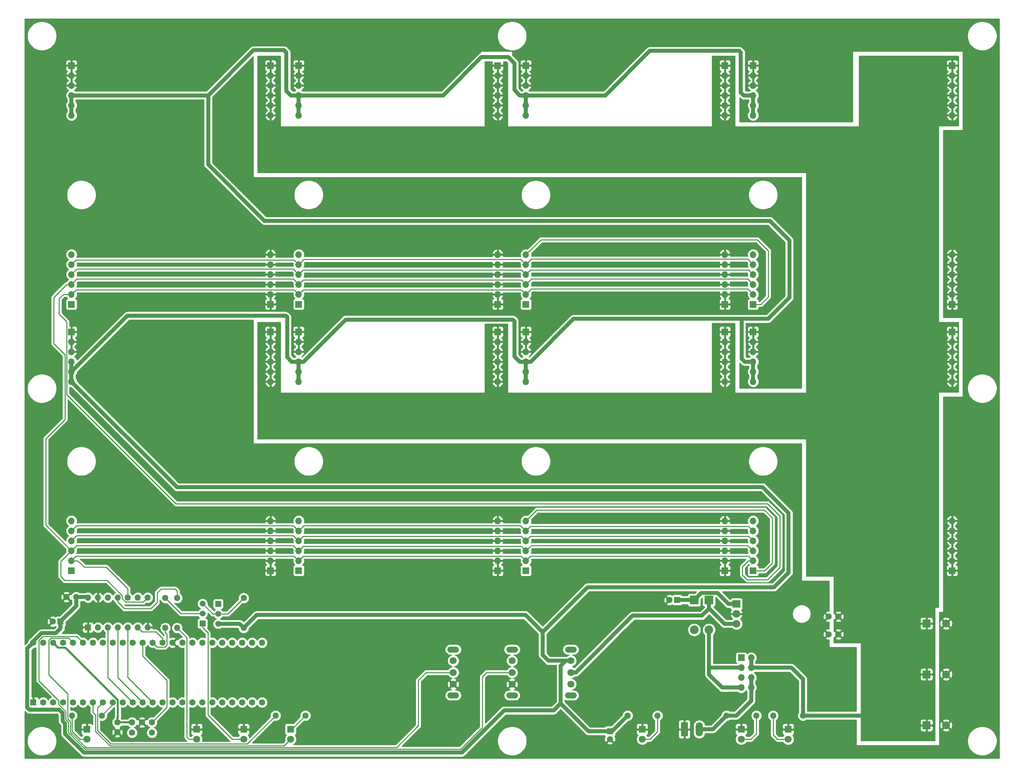
<source format=gbr>
G04 #@! TF.GenerationSoftware,KiCad,Pcbnew,(5.1.2-1)-1*
G04 #@! TF.CreationDate,2020-07-03T15:42:06-05:00*
G04 #@! TF.ProjectId,ShiftDriverMotherboard64,53686966-7444-4726-9976-65724d6f7468,rev?*
G04 #@! TF.SameCoordinates,Original*
G04 #@! TF.FileFunction,Copper,L1,Top*
G04 #@! TF.FilePolarity,Positive*
%FSLAX46Y46*%
G04 Gerber Fmt 4.6, Leading zero omitted, Abs format (unit mm)*
G04 Created by KiCad (PCBNEW (5.1.2-1)-1) date 2020-07-03 15:42:06*
%MOMM*%
%LPD*%
G04 APERTURE LIST*
%ADD10C,2.400000*%
%ADD11C,2.100000*%
%ADD12C,1.600000*%
%ADD13R,1.600000X1.600000*%
%ADD14O,1.600000X1.600000*%
%ADD15O,2.200000X2.200000*%
%ADD16R,2.200000X2.200000*%
%ADD17R,1.800000X1.800000*%
%ADD18C,1.800000*%
%ADD19R,1.700000X1.700000*%
%ADD20O,1.700000X1.700000*%
%ADD21C,0.100000*%
%ADD22O,1.800000X3.600000*%
%ADD23C,1.500000*%
%ADD24R,1.500000X1.500000*%
%ADD25O,3.000000X1.500000*%
%ADD26R,2.000000X1.905000*%
%ADD27O,2.000000X1.905000*%
%ADD28C,2.000000*%
%ADD29R,2.000000X2.000000*%
%ADD30C,1.000000*%
%ADD31C,0.250000*%
%ADD32C,0.500000*%
%ADD33C,0.254000*%
G04 APERTURE END LIST*
D10*
X227420000Y-192250000D03*
X219800000Y-192250000D03*
D11*
X227420000Y-180620000D03*
X227420000Y-178080000D03*
X227420000Y-173000000D03*
X219800000Y-180620000D03*
X219800000Y-178080000D03*
X219800000Y-173000000D03*
D12*
X53430000Y-185120000D03*
X55970000Y-185120000D03*
X58510000Y-185120000D03*
X61050000Y-185120000D03*
X50890000Y-185120000D03*
X48350000Y-185120000D03*
X45810000Y-185120000D03*
X63590000Y-185120000D03*
X66130000Y-185120000D03*
X68670000Y-185120000D03*
X71210000Y-185120000D03*
X71210000Y-169880000D03*
X68670000Y-169880000D03*
X66130000Y-169880000D03*
X63590000Y-169880000D03*
X61050000Y-169880000D03*
X58510000Y-169880000D03*
X55970000Y-169880000D03*
X53430000Y-169880000D03*
X43270000Y-185120000D03*
X40730000Y-185120000D03*
X38190000Y-185120000D03*
X35650000Y-185120000D03*
X33110000Y-185120000D03*
X30570000Y-185120000D03*
X28030000Y-185120000D03*
X25490000Y-185120000D03*
X22950000Y-185120000D03*
X20410000Y-185120000D03*
X17870000Y-185120000D03*
X15330000Y-185120000D03*
D13*
X12790000Y-185120000D03*
D12*
X50890000Y-169880000D03*
X48350000Y-169880000D03*
X45810000Y-169880000D03*
X43270000Y-169880000D03*
X40730000Y-169880000D03*
X38190000Y-169880000D03*
X35650000Y-169880000D03*
X33110000Y-169880000D03*
X30570000Y-169880000D03*
X28030000Y-169880000D03*
X25490000Y-169880000D03*
X22950000Y-169880000D03*
X20410000Y-169880000D03*
X17870000Y-169880000D03*
X15330000Y-169880000D03*
X12790000Y-169880000D03*
D13*
X26750000Y-166000000D03*
D14*
X41990000Y-158380000D03*
X29290000Y-166000000D03*
X39450000Y-158380000D03*
X31830000Y-166000000D03*
X36910000Y-158380000D03*
X34370000Y-166000000D03*
X34370000Y-158380000D03*
X36910000Y-166000000D03*
X31830000Y-158380000D03*
X39450000Y-166000000D03*
X29290000Y-158380000D03*
X41990000Y-166000000D03*
X26750000Y-158380000D03*
D12*
X38000000Y-190250000D03*
X40540000Y-190250000D03*
X43080000Y-190250000D03*
X38000000Y-192875000D03*
X43080000Y-192875000D03*
D13*
X160000000Y-192500000D03*
D12*
X160000000Y-194500000D03*
X21250000Y-158250000D03*
X23750000Y-158250000D03*
X218300000Y-163250000D03*
X215800000Y-163250000D03*
X175150000Y-159000000D03*
D13*
X177150000Y-159000000D03*
D15*
X185250000Y-166620000D03*
D16*
X185250000Y-159000000D03*
D17*
X168250000Y-192000000D03*
D18*
X168250000Y-194540000D03*
D17*
X205500000Y-192000000D03*
D18*
X205500000Y-194540000D03*
X54500000Y-194540000D03*
D17*
X54500000Y-192000000D03*
D18*
X66500000Y-194540000D03*
D17*
X66500000Y-192000000D03*
D16*
X181500000Y-159000000D03*
D15*
X181500000Y-166620000D03*
D18*
X26500000Y-194540000D03*
D17*
X26500000Y-192000000D03*
X78500000Y-192000000D03*
D18*
X78500000Y-194540000D03*
D19*
X193500000Y-173750000D03*
D20*
X196040000Y-173750000D03*
X193500000Y-176290000D03*
X196040000Y-176290000D03*
X193500000Y-178830000D03*
X196040000Y-178830000D03*
X193500000Y-181370000D03*
X196040000Y-181370000D03*
D21*
G36*
X179674504Y-190201204D02*
G01*
X179698773Y-190204804D01*
X179722571Y-190210765D01*
X179745671Y-190219030D01*
X179767849Y-190229520D01*
X179788893Y-190242133D01*
X179808598Y-190256747D01*
X179826777Y-190273223D01*
X179843253Y-190291402D01*
X179857867Y-190311107D01*
X179870480Y-190332151D01*
X179880970Y-190354329D01*
X179889235Y-190377429D01*
X179895196Y-190401227D01*
X179898796Y-190425496D01*
X179900000Y-190450000D01*
X179900000Y-193550000D01*
X179898796Y-193574504D01*
X179895196Y-193598773D01*
X179889235Y-193622571D01*
X179880970Y-193645671D01*
X179870480Y-193667849D01*
X179857867Y-193688893D01*
X179843253Y-193708598D01*
X179826777Y-193726777D01*
X179808598Y-193743253D01*
X179788893Y-193757867D01*
X179767849Y-193770480D01*
X179745671Y-193780970D01*
X179722571Y-193789235D01*
X179698773Y-193795196D01*
X179674504Y-193798796D01*
X179650000Y-193800000D01*
X178350000Y-193800000D01*
X178325496Y-193798796D01*
X178301227Y-193795196D01*
X178277429Y-193789235D01*
X178254329Y-193780970D01*
X178232151Y-193770480D01*
X178211107Y-193757867D01*
X178191402Y-193743253D01*
X178173223Y-193726777D01*
X178156747Y-193708598D01*
X178142133Y-193688893D01*
X178129520Y-193667849D01*
X178119030Y-193645671D01*
X178110765Y-193622571D01*
X178104804Y-193598773D01*
X178101204Y-193574504D01*
X178100000Y-193550000D01*
X178100000Y-190450000D01*
X178101204Y-190425496D01*
X178104804Y-190401227D01*
X178110765Y-190377429D01*
X178119030Y-190354329D01*
X178129520Y-190332151D01*
X178142133Y-190311107D01*
X178156747Y-190291402D01*
X178173223Y-190273223D01*
X178191402Y-190256747D01*
X178211107Y-190242133D01*
X178232151Y-190229520D01*
X178254329Y-190219030D01*
X178277429Y-190210765D01*
X178301227Y-190204804D01*
X178325496Y-190201204D01*
X178350000Y-190200000D01*
X179650000Y-190200000D01*
X179674504Y-190201204D01*
X179674504Y-190201204D01*
G37*
D18*
X179000000Y-192000000D03*
D22*
X182810000Y-192000000D03*
X182810000Y-192000000D03*
D21*
G36*
X179674504Y-190201204D02*
G01*
X179698773Y-190204804D01*
X179722571Y-190210765D01*
X179745671Y-190219030D01*
X179767849Y-190229520D01*
X179788893Y-190242133D01*
X179808598Y-190256747D01*
X179826777Y-190273223D01*
X179843253Y-190291402D01*
X179857867Y-190311107D01*
X179870480Y-190332151D01*
X179880970Y-190354329D01*
X179889235Y-190377429D01*
X179895196Y-190401227D01*
X179898796Y-190425496D01*
X179900000Y-190450000D01*
X179900000Y-193550000D01*
X179898796Y-193574504D01*
X179895196Y-193598773D01*
X179889235Y-193622571D01*
X179880970Y-193645671D01*
X179870480Y-193667849D01*
X179857867Y-193688893D01*
X179843253Y-193708598D01*
X179826777Y-193726777D01*
X179808598Y-193743253D01*
X179788893Y-193757867D01*
X179767849Y-193770480D01*
X179745671Y-193780970D01*
X179722571Y-193789235D01*
X179698773Y-193795196D01*
X179674504Y-193798796D01*
X179650000Y-193800000D01*
X178350000Y-193800000D01*
X178325496Y-193798796D01*
X178301227Y-193795196D01*
X178277429Y-193789235D01*
X178254329Y-193780970D01*
X178232151Y-193770480D01*
X178211107Y-193757867D01*
X178191402Y-193743253D01*
X178173223Y-193726777D01*
X178156747Y-193708598D01*
X178142133Y-193688893D01*
X178129520Y-193667849D01*
X178119030Y-193645671D01*
X178110765Y-193622571D01*
X178104804Y-193598773D01*
X178101204Y-193574504D01*
X178100000Y-193550000D01*
X178100000Y-190450000D01*
X178101204Y-190425496D01*
X178104804Y-190401227D01*
X178110765Y-190377429D01*
X178119030Y-190354329D01*
X178129520Y-190332151D01*
X178142133Y-190311107D01*
X178156747Y-190291402D01*
X178173223Y-190273223D01*
X178191402Y-190256747D01*
X178211107Y-190242133D01*
X178232151Y-190229520D01*
X178254329Y-190219030D01*
X178277429Y-190210765D01*
X178301227Y-190204804D01*
X178325496Y-190201204D01*
X178350000Y-190200000D01*
X179650000Y-190200000D01*
X179674504Y-190201204D01*
X179674504Y-190201204D01*
G37*
D18*
X179000000Y-192000000D03*
D23*
X56000000Y-162460000D03*
X56000000Y-159920000D03*
D24*
X56000000Y-165000000D03*
X60000000Y-160000000D03*
D23*
X60000000Y-165080000D03*
X60000000Y-162540000D03*
D12*
X66500000Y-158500000D03*
D14*
X66500000Y-166120000D03*
D12*
X164500000Y-188500000D03*
D14*
X172120000Y-188500000D03*
D12*
X209250000Y-188500000D03*
D14*
X201630000Y-188500000D03*
X49500000Y-166120000D03*
D12*
X49500000Y-158500000D03*
X46500000Y-158500000D03*
D14*
X46500000Y-166120000D03*
X22680000Y-188500000D03*
D12*
X30300000Y-188500000D03*
D14*
X74630000Y-188500000D03*
D12*
X82250000Y-188500000D03*
D25*
X150000000Y-171650000D03*
X150000000Y-183350000D03*
D18*
X150000000Y-180500000D03*
X150000000Y-177500000D03*
X150000000Y-174500000D03*
X120000000Y-174500000D03*
X120000000Y-177500000D03*
X120000000Y-180500000D03*
D25*
X120000000Y-183350000D03*
X120000000Y-171650000D03*
D18*
X135000000Y-174500000D03*
X135000000Y-177500000D03*
X135000000Y-180500000D03*
D25*
X135000000Y-183350000D03*
X135000000Y-171650000D03*
D26*
X192250000Y-160000000D03*
D27*
X192250000Y-162540000D03*
X192250000Y-165080000D03*
D12*
X215800000Y-167750000D03*
X218300000Y-167750000D03*
D28*
X245800000Y-165000000D03*
D29*
X240800000Y-165000000D03*
D28*
X245800000Y-191000000D03*
D29*
X240800000Y-191000000D03*
X240800000Y-178000000D03*
D28*
X245800000Y-178000000D03*
D17*
X193500000Y-192000000D03*
D18*
X193500000Y-194540000D03*
D12*
X189750000Y-188500000D03*
D14*
X197370000Y-188500000D03*
D13*
X19750000Y-164500000D03*
D12*
X17750000Y-164500000D03*
X34250000Y-192750000D03*
X34250000Y-190250000D03*
D19*
X73340000Y-22540000D03*
D20*
X73340000Y-78420000D03*
X73340000Y-30160000D03*
X73340000Y-35240000D03*
X73340000Y-32700000D03*
X73340000Y-80960000D03*
D19*
X73340000Y-83500000D03*
D20*
X73340000Y-75880000D03*
X73340000Y-70800000D03*
X73340000Y-73340000D03*
X73340000Y-25080000D03*
X73340000Y-27620000D03*
D19*
X22540000Y-83500000D03*
D20*
X22540000Y-75880000D03*
X22540000Y-70800000D03*
X22540000Y-73340000D03*
X22540000Y-80960000D03*
X22540000Y-78420000D03*
X22540000Y-25080000D03*
D19*
X22540000Y-22540000D03*
D20*
X22540000Y-35240000D03*
X22540000Y-27620000D03*
X22540000Y-30160000D03*
X22540000Y-32700000D03*
X80540000Y-32700000D03*
X80540000Y-30160000D03*
X80540000Y-27620000D03*
X80540000Y-35240000D03*
D19*
X80540000Y-22540000D03*
D20*
X80540000Y-25080000D03*
X80540000Y-78420000D03*
X80540000Y-80960000D03*
X80540000Y-73340000D03*
X80540000Y-70800000D03*
X80540000Y-75880000D03*
D19*
X80540000Y-83500000D03*
D20*
X131340000Y-27620000D03*
X131340000Y-25080000D03*
X131340000Y-73340000D03*
X131340000Y-70800000D03*
X131340000Y-75880000D03*
D19*
X131340000Y-83500000D03*
D20*
X131340000Y-80960000D03*
X131340000Y-32700000D03*
X131340000Y-35240000D03*
X131340000Y-30160000D03*
X131340000Y-78420000D03*
D19*
X131340000Y-22540000D03*
X189340000Y-22540000D03*
D20*
X189340000Y-78420000D03*
X189340000Y-30160000D03*
X189340000Y-35240000D03*
X189340000Y-32700000D03*
X189340000Y-80960000D03*
D19*
X189340000Y-83500000D03*
D20*
X189340000Y-75880000D03*
X189340000Y-70800000D03*
X189340000Y-73340000D03*
X189340000Y-25080000D03*
X189340000Y-27620000D03*
D19*
X138540000Y-83500000D03*
D20*
X138540000Y-75880000D03*
X138540000Y-70800000D03*
X138540000Y-73340000D03*
X138540000Y-80960000D03*
X138540000Y-78420000D03*
X138540000Y-25080000D03*
D19*
X138540000Y-22540000D03*
D20*
X138540000Y-35240000D03*
X138540000Y-27620000D03*
X138540000Y-30160000D03*
X138540000Y-32700000D03*
X196540000Y-32700000D03*
X196540000Y-30160000D03*
X196540000Y-27620000D03*
X196540000Y-35240000D03*
D19*
X196540000Y-22540000D03*
D20*
X196540000Y-25080000D03*
X196540000Y-78420000D03*
X196540000Y-80960000D03*
X196540000Y-73340000D03*
X196540000Y-70800000D03*
X196540000Y-75880000D03*
D19*
X196540000Y-83500000D03*
D20*
X247340000Y-27620000D03*
X247340000Y-25080000D03*
X247340000Y-73340000D03*
X247340000Y-70800000D03*
X247340000Y-75880000D03*
D19*
X247340000Y-83500000D03*
D20*
X247340000Y-80960000D03*
X247340000Y-32700000D03*
X247340000Y-35240000D03*
X247340000Y-30160000D03*
X247340000Y-78420000D03*
D19*
X247340000Y-22540000D03*
X73340000Y-90540000D03*
D20*
X73340000Y-146420000D03*
X73340000Y-98160000D03*
X73340000Y-103240000D03*
X73340000Y-100700000D03*
X73340000Y-148960000D03*
D19*
X73340000Y-151500000D03*
D20*
X73340000Y-143880000D03*
X73340000Y-138800000D03*
X73340000Y-141340000D03*
X73340000Y-93080000D03*
X73340000Y-95620000D03*
D19*
X22540000Y-151500000D03*
D20*
X22540000Y-143880000D03*
X22540000Y-138800000D03*
X22540000Y-141340000D03*
X22540000Y-148960000D03*
X22540000Y-146420000D03*
X22540000Y-93080000D03*
D19*
X22540000Y-90540000D03*
D20*
X22540000Y-103240000D03*
X22540000Y-95620000D03*
X22540000Y-98160000D03*
X22540000Y-100700000D03*
X80540000Y-100700000D03*
X80540000Y-98160000D03*
X80540000Y-95620000D03*
X80540000Y-103240000D03*
D19*
X80540000Y-90540000D03*
D20*
X80540000Y-93080000D03*
X80540000Y-146420000D03*
X80540000Y-148960000D03*
X80540000Y-141340000D03*
X80540000Y-138800000D03*
X80540000Y-143880000D03*
D19*
X80540000Y-151500000D03*
D20*
X131340000Y-95620000D03*
X131340000Y-93080000D03*
X131340000Y-141340000D03*
X131340000Y-138800000D03*
X131340000Y-143880000D03*
D19*
X131340000Y-151500000D03*
D20*
X131340000Y-148960000D03*
X131340000Y-100700000D03*
X131340000Y-103240000D03*
X131340000Y-98160000D03*
X131340000Y-146420000D03*
D19*
X131340000Y-90540000D03*
X189340000Y-90540000D03*
D20*
X189340000Y-146420000D03*
X189340000Y-98160000D03*
X189340000Y-103240000D03*
X189340000Y-100700000D03*
X189340000Y-148960000D03*
D19*
X189340000Y-151500000D03*
D20*
X189340000Y-143880000D03*
X189340000Y-138800000D03*
X189340000Y-141340000D03*
X189340000Y-93080000D03*
X189340000Y-95620000D03*
D19*
X138540000Y-151500000D03*
D20*
X138540000Y-143880000D03*
X138540000Y-138800000D03*
X138540000Y-141340000D03*
X138540000Y-148960000D03*
X138540000Y-146420000D03*
X138540000Y-93080000D03*
D19*
X138540000Y-90540000D03*
D20*
X138540000Y-103240000D03*
X138540000Y-95620000D03*
X138540000Y-98160000D03*
X138540000Y-100700000D03*
X196540000Y-100700000D03*
X196540000Y-98160000D03*
X196540000Y-95620000D03*
X196540000Y-103240000D03*
D19*
X196540000Y-90540000D03*
D20*
X196540000Y-93080000D03*
X196540000Y-146420000D03*
X196540000Y-148960000D03*
X196540000Y-141340000D03*
X196540000Y-138800000D03*
X196540000Y-143880000D03*
D19*
X196540000Y-151500000D03*
D20*
X247340000Y-95620000D03*
X247340000Y-93080000D03*
X247340000Y-141340000D03*
X247340000Y-138800000D03*
X247340000Y-143880000D03*
D19*
X247340000Y-151500000D03*
D20*
X247340000Y-148960000D03*
X247340000Y-100700000D03*
X247340000Y-103240000D03*
X247340000Y-98160000D03*
X247340000Y-146420000D03*
D19*
X247340000Y-90540000D03*
D30*
X160500000Y-192500000D02*
X164500000Y-188500000D01*
X160000000Y-192500000D02*
X160500000Y-192500000D01*
X150000000Y-174500000D02*
X148727208Y-174500000D01*
X147400000Y-185400000D02*
X154500000Y-192500000D01*
X148727208Y-174500000D02*
X147400000Y-175827208D01*
X154500000Y-192500000D02*
X160000000Y-192500000D01*
X65460000Y-165080000D02*
X66500000Y-166120000D01*
X60000000Y-165080000D02*
X65460000Y-165080000D01*
X150000000Y-174500000D02*
X144300000Y-174500000D01*
X144300000Y-174500000D02*
X142800000Y-173000000D01*
X142800000Y-173000000D02*
X142800000Y-167200000D01*
X142800000Y-167200000D02*
X138400000Y-162800000D01*
X69820000Y-162800000D02*
X66500000Y-166120000D01*
X138400000Y-162800000D02*
X69820000Y-162800000D01*
X11809998Y-187000000D02*
X19458258Y-187000000D01*
X11289999Y-186480001D02*
X11809998Y-187000000D01*
X11289999Y-171380001D02*
X11289999Y-186480001D01*
X12790000Y-169880000D02*
X11289999Y-171380001D01*
X25700481Y-197940041D02*
X122226700Y-197940040D01*
X147400000Y-184800000D02*
X147400000Y-185400000D01*
X147400000Y-175827208D02*
X147400000Y-184800000D01*
X145616630Y-187183370D02*
X132983370Y-187183370D01*
X147400000Y-185400000D02*
X145616630Y-187183370D01*
X122226700Y-197940040D02*
X132983370Y-187183370D01*
X19458258Y-187058258D02*
X20279979Y-187879979D01*
X19458258Y-187000000D02*
X19458258Y-187058258D01*
X20596842Y-190200000D02*
X20596850Y-190200000D01*
X20279979Y-189883137D02*
X20596842Y-190200000D01*
X20279979Y-187879979D02*
X20279979Y-189883137D01*
X20938580Y-193178140D02*
X21080220Y-193319780D01*
X20938580Y-190541730D02*
X20938580Y-193178140D01*
X21080220Y-193319780D02*
X25700481Y-197940041D01*
X20596850Y-190200000D02*
X20938580Y-190541730D01*
X19750000Y-166300000D02*
X19750000Y-164500000D01*
X14898279Y-167479979D02*
X18570021Y-167479979D01*
X18570021Y-167479979D02*
X19750000Y-166300000D01*
X12790000Y-169588258D02*
X14898279Y-167479979D01*
X12790000Y-169880000D02*
X12790000Y-169588258D01*
X23750000Y-160500000D02*
X19750000Y-164500000D01*
X23750000Y-158250000D02*
X23750000Y-160500000D01*
X26620000Y-158250000D02*
X26750000Y-158380000D01*
X23750000Y-158250000D02*
X26620000Y-158250000D01*
X80540000Y-30160000D02*
X80540000Y-35240000D01*
X138540000Y-30160000D02*
X138540000Y-35240000D01*
X196540000Y-30160000D02*
X196540000Y-35240000D01*
X22540000Y-30160000D02*
X22540000Y-35240000D01*
X22540000Y-98160000D02*
X22540000Y-103240000D01*
X80540000Y-98160000D02*
X80540000Y-103240000D01*
X138540000Y-98160000D02*
X138540000Y-103240000D01*
X196540000Y-98160000D02*
X196540000Y-103240000D01*
X80540000Y-98160000D02*
X78760000Y-98160000D01*
X78760000Y-98160000D02*
X77600000Y-97000000D01*
X77600000Y-97000000D02*
X77600000Y-86800000D01*
X77600000Y-86800000D02*
X77200000Y-86400000D01*
X36840000Y-86400000D02*
X22540000Y-100700000D01*
X77200000Y-86400000D02*
X36840000Y-86400000D01*
X81742081Y-98160000D02*
X92502081Y-87400000D01*
X80540000Y-98160000D02*
X81742081Y-98160000D01*
X92502081Y-87400000D02*
X135200000Y-87400000D01*
X135200000Y-87400000D02*
X135600000Y-87800000D01*
X135600000Y-87800000D02*
X135600000Y-96800000D01*
X136960000Y-98160000D02*
X138540000Y-98160000D01*
X135600000Y-96800000D02*
X136960000Y-98160000D01*
X139742081Y-98160000D02*
X150702081Y-87200000D01*
X138540000Y-98160000D02*
X139742081Y-98160000D01*
X150702081Y-87200000D02*
X193200000Y-87200000D01*
X193200000Y-87200000D02*
X193600000Y-87600000D01*
X193600000Y-87600000D02*
X193600000Y-97400000D01*
X194360000Y-98160000D02*
X196540000Y-98160000D01*
X193600000Y-97400000D02*
X194360000Y-98160000D01*
X193000000Y-18800000D02*
X193400000Y-19200000D01*
X193400000Y-19200000D02*
X193400000Y-29400000D01*
X194160000Y-30160000D02*
X196540000Y-30160000D01*
X193400000Y-29400000D02*
X194160000Y-30160000D01*
X136960000Y-30160000D02*
X138540000Y-30160000D01*
X135600000Y-22000000D02*
X135600000Y-28800000D01*
X127200000Y-20400000D02*
X134000000Y-20400000D01*
X117440000Y-30160000D02*
X127200000Y-20400000D01*
X135600000Y-28800000D02*
X136960000Y-30160000D01*
X134000000Y-20400000D02*
X135600000Y-22000000D01*
X80540000Y-30160000D02*
X117440000Y-30160000D01*
X22540000Y-30160000D02*
X57440000Y-30160000D01*
X57440000Y-30160000D02*
X69000000Y-18600000D01*
X69000000Y-18600000D02*
X76800000Y-18600000D01*
X76800000Y-18600000D02*
X77400000Y-19200000D01*
X77400000Y-19200000D02*
X77400000Y-29000000D01*
X78560000Y-30160000D02*
X80540000Y-30160000D01*
X77400000Y-29000000D02*
X78560000Y-30160000D01*
X57440000Y-30160000D02*
X57440000Y-47840000D01*
X57440000Y-47840000D02*
X71800000Y-62200000D01*
X71800000Y-62200000D02*
X200800000Y-62200000D01*
X200800000Y-62200000D02*
X205800000Y-67200000D01*
X138540000Y-30160000D02*
X158840000Y-30160000D01*
X170200000Y-18800000D02*
X193000000Y-18800000D01*
X158840000Y-30160000D02*
X170200000Y-18800000D01*
X200400000Y-87200000D02*
X205800000Y-81800000D01*
X193200000Y-87200000D02*
X200400000Y-87200000D01*
X205800000Y-67200000D02*
X205800000Y-81800000D01*
X49500000Y-130200000D02*
X22540000Y-103240000D01*
X199000000Y-130200000D02*
X49500000Y-130200000D01*
X205600000Y-136800000D02*
X199000000Y-130200000D01*
X205600000Y-152000000D02*
X205600000Y-136800000D01*
X142800000Y-167200000D02*
X154250000Y-155750000D01*
X201850000Y-155750000D02*
X205600000Y-152000000D01*
X154250000Y-155750000D02*
X201850000Y-155750000D01*
X209250000Y-188500000D02*
X226500000Y-188500000D01*
X227420000Y-189420000D02*
X227420000Y-192250000D01*
X226500000Y-188500000D02*
X227420000Y-189420000D01*
X196040000Y-173750000D02*
X196040000Y-176290000D01*
X209250000Y-179250000D02*
X209250000Y-188500000D01*
X206290000Y-176290000D02*
X209250000Y-179250000D01*
X196040000Y-176290000D02*
X206290000Y-176290000D01*
X177150000Y-159000000D02*
X181500000Y-159000000D01*
X190250000Y-160000000D02*
X192250000Y-160000000D01*
X187449999Y-157199999D02*
X190250000Y-160000000D01*
X183300001Y-157199999D02*
X187449999Y-157199999D01*
X181500000Y-159000000D02*
X183300001Y-157199999D01*
X185540000Y-176290000D02*
X185250000Y-176000000D01*
X193500000Y-176290000D02*
X185540000Y-176290000D01*
X185250000Y-166620000D02*
X185250000Y-176000000D01*
X188620000Y-181370000D02*
X193500000Y-181370000D01*
X185250000Y-178000000D02*
X188620000Y-181370000D01*
X185250000Y-176000000D02*
X185250000Y-178000000D01*
X189230000Y-165080000D02*
X190250000Y-165080000D01*
X190250000Y-165080000D02*
X192250000Y-165080000D01*
X185250000Y-159000000D02*
X185250000Y-161100000D01*
X151272792Y-177500000D02*
X165772792Y-163000000D01*
X150000000Y-177500000D02*
X151272792Y-177500000D01*
X185325000Y-161175000D02*
X189230000Y-165080000D01*
X183500000Y-163000000D02*
X185325000Y-161175000D01*
X165772792Y-163000000D02*
X183500000Y-163000000D01*
X185250000Y-161100000D02*
X185325000Y-161175000D01*
D31*
X172120000Y-188500000D02*
X172120000Y-192630000D01*
X170210000Y-194540000D02*
X168250000Y-194540000D01*
X172120000Y-192630000D02*
X170210000Y-194540000D01*
X202740000Y-194540000D02*
X205500000Y-194540000D01*
X201630000Y-193430000D02*
X202740000Y-194540000D01*
X201630000Y-188500000D02*
X201630000Y-193430000D01*
X52015001Y-168635001D02*
X52015001Y-194015001D01*
X49500000Y-166120000D02*
X52015001Y-168635001D01*
X52540000Y-194540000D02*
X54500000Y-194540000D01*
X52015001Y-194015001D02*
X52540000Y-194540000D01*
X57384999Y-167384999D02*
X57384999Y-188384999D01*
X56000000Y-166000000D02*
X57384999Y-167384999D01*
X56000000Y-165000000D02*
X56000000Y-166000000D01*
X63540000Y-194540000D02*
X66500000Y-194540000D01*
X57384999Y-188384999D02*
X63540000Y-194540000D01*
X22680000Y-188500000D02*
X22680000Y-192480000D01*
X24740000Y-194540000D02*
X26500000Y-194540000D01*
X22680000Y-192480000D02*
X24740000Y-194540000D01*
X78750000Y-192000000D02*
X78500000Y-192000000D01*
X82250000Y-188500000D02*
X78750000Y-192000000D01*
X67364999Y-195765001D02*
X32565001Y-195765001D01*
X74630000Y-188500000D02*
X67364999Y-195765001D01*
X29174999Y-186515001D02*
X29770001Y-185919999D01*
X29770001Y-185919999D02*
X30570000Y-185120000D01*
X29174999Y-192374999D02*
X29174999Y-186515001D01*
X32565001Y-195765001D02*
X29174999Y-192374999D01*
X50460000Y-162460000D02*
X56000000Y-162460000D01*
X46500000Y-158500000D02*
X50460000Y-162460000D01*
X58620000Y-162540000D02*
X60000000Y-162540000D01*
X56000000Y-159920000D02*
X58620000Y-162540000D01*
X62460000Y-162540000D02*
X60000000Y-162540000D01*
X66500000Y-158500000D02*
X62460000Y-162540000D01*
X137690001Y-140490001D02*
X138540000Y-141340000D01*
X137175001Y-139975001D02*
X137690001Y-140490001D01*
X81904999Y-139975001D02*
X137175001Y-139975001D01*
X80540000Y-141340000D02*
X81904999Y-139975001D01*
X195690001Y-140490001D02*
X196540000Y-141340000D01*
X139715001Y-140164999D02*
X195364999Y-140164999D01*
X195364999Y-140164999D02*
X195690001Y-140490001D01*
X138540000Y-141340000D02*
X139715001Y-140164999D01*
X81880000Y-72000000D02*
X137200000Y-72000000D01*
X137690001Y-72490001D02*
X138540000Y-73340000D01*
X137200000Y-72000000D02*
X137690001Y-72490001D01*
X80540000Y-73340000D02*
X81880000Y-72000000D01*
X195175001Y-71975001D02*
X195690001Y-72490001D01*
X139904999Y-71975001D02*
X195175001Y-71975001D01*
X195690001Y-72490001D02*
X196540000Y-73340000D01*
X138540000Y-73340000D02*
X139904999Y-71975001D01*
X79364999Y-72164999D02*
X79690001Y-72490001D01*
X23715001Y-72164999D02*
X79364999Y-72164999D01*
X79690001Y-72490001D02*
X80540000Y-73340000D01*
X22540000Y-73340000D02*
X23715001Y-72164999D01*
X79690001Y-140490001D02*
X80540000Y-141340000D01*
X79175001Y-139975001D02*
X79690001Y-140490001D01*
X23904999Y-139975001D02*
X79175001Y-139975001D01*
X22540000Y-141340000D02*
X23904999Y-139975001D01*
X137690001Y-143030001D02*
X138540000Y-143880000D01*
X137364999Y-142704999D02*
X137690001Y-143030001D01*
X81715001Y-142704999D02*
X137364999Y-142704999D01*
X80540000Y-143880000D02*
X81715001Y-142704999D01*
X195690001Y-143030001D02*
X196540000Y-143880000D01*
X195364999Y-142704999D02*
X195690001Y-143030001D01*
X139715001Y-142704999D02*
X195364999Y-142704999D01*
X138540000Y-143880000D02*
X139715001Y-142704999D01*
X137364999Y-74704999D02*
X137690001Y-75030001D01*
X137690001Y-75030001D02*
X138540000Y-75880000D01*
X81715001Y-74704999D02*
X137364999Y-74704999D01*
X80540000Y-75880000D02*
X81715001Y-74704999D01*
X195690001Y-75030001D02*
X196540000Y-75880000D01*
X195364999Y-74704999D02*
X195690001Y-75030001D01*
X139715001Y-74704999D02*
X195364999Y-74704999D01*
X138540000Y-75880000D02*
X139715001Y-74704999D01*
X23904999Y-74515001D02*
X79175001Y-74515001D01*
X79690001Y-75030001D02*
X80540000Y-75880000D01*
X79175001Y-74515001D02*
X79690001Y-75030001D01*
X22540000Y-75880000D02*
X23904999Y-74515001D01*
X79175001Y-142515001D02*
X79690001Y-143030001D01*
X79690001Y-143030001D02*
X80540000Y-143880000D01*
X23904999Y-142515001D02*
X79175001Y-142515001D01*
X22540000Y-143880000D02*
X23904999Y-142515001D01*
X45400000Y-156200000D02*
X49000000Y-156200000D01*
X44400000Y-157200000D02*
X45400000Y-156200000D01*
X44400000Y-159600000D02*
X44400000Y-157200000D01*
X49500000Y-156700000D02*
X49500000Y-158500000D01*
X42800000Y-161200000D02*
X44400000Y-159600000D01*
X36058630Y-161200000D02*
X42800000Y-161200000D01*
X34370000Y-159511370D02*
X36058630Y-161200000D01*
X49000000Y-156200000D02*
X49500000Y-156700000D01*
X34370000Y-158380000D02*
X34370000Y-159511370D01*
X46500000Y-167251370D02*
X46500000Y-166120000D01*
X46935001Y-170464999D02*
X46935001Y-167686371D01*
X46935001Y-167686371D02*
X46500000Y-167251370D01*
X46394999Y-171005001D02*
X46935001Y-170464999D01*
X44395001Y-171005001D02*
X46394999Y-171005001D01*
X43270000Y-169880000D02*
X44395001Y-171005001D01*
X33110000Y-185690000D02*
X33110000Y-185120000D01*
X30300000Y-188500000D02*
X33110000Y-185690000D01*
X28030000Y-187630000D02*
X28030000Y-185120000D01*
X32378601Y-196215011D02*
X28724989Y-192561399D01*
X76824989Y-196215011D02*
X32378601Y-196215011D01*
X28724989Y-188324989D02*
X28030000Y-187630000D01*
X28724989Y-192561399D02*
X28724989Y-188324989D01*
X78500000Y-194540000D02*
X76824989Y-196215011D01*
X17329999Y-168754999D02*
X16744999Y-169339999D01*
X21824999Y-168754999D02*
X17329999Y-168754999D01*
X26228611Y-196665021D02*
X105534979Y-196665021D01*
X22950000Y-169880000D02*
X21824999Y-168754999D01*
X16744999Y-178144999D02*
X21554999Y-182954999D01*
X16744999Y-169339999D02*
X16744999Y-178144999D01*
X113100000Y-177500000D02*
X111100000Y-179500000D01*
X111100000Y-179500000D02*
X111100000Y-191100000D01*
X120000000Y-177500000D02*
X113100000Y-177500000D01*
X105534979Y-196665021D02*
X111100000Y-191100000D01*
X22229990Y-192666400D02*
X22381795Y-192818205D01*
X22229990Y-190029990D02*
X22229990Y-192666400D01*
X21554999Y-189354999D02*
X22229990Y-190029990D01*
X21554999Y-182954999D02*
X21554999Y-189245001D01*
X21554999Y-189245001D02*
X21554999Y-189354999D01*
X22381795Y-192818205D02*
X26228611Y-196665021D01*
X23914989Y-168304989D02*
X25490000Y-169880000D01*
X15240009Y-168304989D02*
X23914989Y-168304989D01*
X14204999Y-169339999D02*
X15240009Y-168304989D01*
X14204999Y-179604999D02*
X14204999Y-169339999D01*
X128500000Y-177500000D02*
X127400000Y-178600000D01*
X19284999Y-185660001D02*
X19284999Y-184684999D01*
X21104989Y-187479991D02*
X19284999Y-185660001D01*
X19284999Y-184684999D02*
X14204999Y-179604999D01*
X127400000Y-178600000D02*
X127400000Y-191600000D01*
X121884969Y-197115031D02*
X26042211Y-197115031D01*
X127400000Y-191600000D02*
X121884969Y-197115031D01*
X135000000Y-177500000D02*
X128500000Y-177500000D01*
X21763590Y-190200000D02*
X21763590Y-192836410D01*
X21104989Y-189495011D02*
X21104990Y-189541400D01*
X26042211Y-197115031D02*
X21763590Y-192836410D01*
X21104990Y-189541400D02*
X21763590Y-190200000D01*
X21104989Y-189495011D02*
X21104989Y-187479991D01*
X137690001Y-148110001D02*
X138540000Y-148960000D01*
X137364999Y-147784999D02*
X137690001Y-148110001D01*
X81715001Y-147784999D02*
X137364999Y-147784999D01*
X80540000Y-148960000D02*
X81715001Y-147784999D01*
X195690001Y-148110001D02*
X196540000Y-148960000D01*
X195364999Y-147784999D02*
X195690001Y-148110001D01*
X139715001Y-147784999D02*
X195364999Y-147784999D01*
X138540000Y-148960000D02*
X139715001Y-147784999D01*
X137690001Y-80110001D02*
X138540000Y-80960000D01*
X81715001Y-79784999D02*
X137364999Y-79784999D01*
X137364999Y-79784999D02*
X137690001Y-80110001D01*
X80540000Y-80960000D02*
X81715001Y-79784999D01*
X195175001Y-79595001D02*
X195690001Y-80110001D01*
X195690001Y-80110001D02*
X196540000Y-80960000D01*
X139904999Y-79595001D02*
X195175001Y-79595001D01*
X138540000Y-80960000D02*
X139904999Y-79595001D01*
X79364999Y-79784999D02*
X79690001Y-80110001D01*
X79690001Y-80110001D02*
X80540000Y-80960000D01*
X23715001Y-79784999D02*
X79364999Y-79784999D01*
X22540000Y-80960000D02*
X23715001Y-79784999D01*
X79364999Y-147784999D02*
X79690001Y-148110001D01*
X79690001Y-148110001D02*
X80540000Y-148960000D01*
X23715001Y-147784999D02*
X79364999Y-147784999D01*
X22540000Y-148960000D02*
X23715001Y-147784999D01*
X36910000Y-158380000D02*
X36910000Y-156110000D01*
X36910000Y-156110000D02*
X31400000Y-150600000D01*
X31400000Y-150600000D02*
X25800000Y-150600000D01*
X24160000Y-148960000D02*
X22540000Y-148960000D01*
X25800000Y-150600000D02*
X24160000Y-148960000D01*
X200200000Y-134400000D02*
X49200000Y-134400000D01*
X203400000Y-137600000D02*
X200200000Y-134400000D01*
X200200000Y-153800000D02*
X203400000Y-150600000D01*
X203400000Y-150600000D02*
X203400000Y-137600000D01*
X193800000Y-152600000D02*
X195000000Y-153800000D01*
X196540000Y-148960000D02*
X195337919Y-148960000D01*
X49200000Y-134400000D02*
X21364999Y-106564999D01*
X193800000Y-150497919D02*
X193800000Y-152600000D01*
X195000000Y-153800000D02*
X200200000Y-153800000D01*
X195337919Y-148960000D02*
X193800000Y-150497919D01*
X21364999Y-106564999D02*
X21364999Y-87964999D01*
X21364999Y-87964999D02*
X19400000Y-86000000D01*
X19400000Y-86000000D02*
X19400000Y-82000000D01*
X20440000Y-80960000D02*
X19400000Y-82000000D01*
X22540000Y-80960000D02*
X20440000Y-80960000D01*
X137364999Y-145244999D02*
X137690001Y-145570001D01*
X137690001Y-145570001D02*
X138540000Y-146420000D01*
X81715001Y-145244999D02*
X137364999Y-145244999D01*
X80540000Y-146420000D02*
X81715001Y-145244999D01*
X139904999Y-145055001D02*
X139389999Y-145570001D01*
X195175001Y-145055001D02*
X139904999Y-145055001D01*
X139389999Y-145570001D02*
X138540000Y-146420000D01*
X196540000Y-146420000D02*
X195175001Y-145055001D01*
X137364999Y-77244999D02*
X137690001Y-77570001D01*
X137690001Y-77570001D02*
X138540000Y-78420000D01*
X81715001Y-77244999D02*
X137364999Y-77244999D01*
X80540000Y-78420000D02*
X81715001Y-77244999D01*
X195690001Y-77570001D02*
X196540000Y-78420000D01*
X195175001Y-77055001D02*
X195690001Y-77570001D01*
X139904999Y-77055001D02*
X195175001Y-77055001D01*
X138540000Y-78420000D02*
X139904999Y-77055001D01*
X79690001Y-77570001D02*
X80540000Y-78420000D01*
X79175001Y-77055001D02*
X79690001Y-77570001D01*
X23904999Y-77055001D02*
X79175001Y-77055001D01*
X22540000Y-78420000D02*
X23904999Y-77055001D01*
X79690001Y-145570001D02*
X80540000Y-146420000D01*
X79175001Y-145055001D02*
X79690001Y-145570001D01*
X23904999Y-145055001D02*
X79175001Y-145055001D01*
X22540000Y-146420000D02*
X23904999Y-145055001D01*
X31655002Y-154000000D02*
X35495001Y-157839999D01*
X20800000Y-154000000D02*
X31655002Y-154000000D01*
X19800000Y-153000000D02*
X20800000Y-154000000D01*
X19800000Y-149160000D02*
X19800000Y-153000000D01*
X22540000Y-146420000D02*
X19800000Y-149160000D01*
X41190001Y-159179999D02*
X41990000Y-158380000D01*
X40864999Y-159505001D02*
X41190001Y-159179999D01*
X36369999Y-159505001D02*
X40864999Y-159505001D01*
X35495001Y-158630003D02*
X36369999Y-159505001D01*
X35495001Y-157839999D02*
X35495001Y-158630003D01*
X16000000Y-117800000D02*
X20914989Y-112885011D01*
X20914989Y-112885011D02*
X20914989Y-96414989D01*
X16000000Y-139880000D02*
X16000000Y-117800000D01*
X22540000Y-146420000D02*
X16000000Y-139880000D01*
X18000000Y-93500000D02*
X18500000Y-94000000D01*
X18000000Y-81757920D02*
X18000000Y-93500000D01*
X22540000Y-78420000D02*
X21337919Y-78420000D01*
X21337919Y-78420000D02*
X18000000Y-81757920D01*
X20914989Y-96414989D02*
X18500000Y-94000000D01*
X139389999Y-69950001D02*
X139449999Y-69950001D01*
X138540000Y-70800000D02*
X139389999Y-69950001D01*
X139449999Y-69950001D02*
X142400000Y-67000000D01*
X142400000Y-67000000D02*
X197600000Y-67000000D01*
X197600000Y-67000000D02*
X200400000Y-69800000D01*
X200400000Y-69800000D02*
X200400000Y-81600000D01*
X198500000Y-83500000D02*
X196540000Y-83500000D01*
X200400000Y-81600000D02*
X198500000Y-83500000D01*
X138540000Y-138800000D02*
X141340000Y-136000000D01*
X141340000Y-136000000D02*
X199400000Y-136000000D01*
X199400000Y-136000000D02*
X201400000Y-138000000D01*
X201400000Y-138000000D02*
X201400000Y-149600000D01*
X199500000Y-151500000D02*
X196540000Y-151500000D01*
X201400000Y-149600000D02*
X199500000Y-151500000D01*
D32*
X21010001Y-171130001D02*
X34399999Y-184519999D01*
X34399999Y-188968631D02*
X34250000Y-189118630D01*
X34250000Y-189118630D02*
X34250000Y-190250000D01*
X34399999Y-184519999D02*
X34399999Y-188968631D01*
X19120001Y-171130001D02*
X21010001Y-171130001D01*
X17870000Y-169880000D02*
X19120001Y-171130001D01*
X34250000Y-190250000D02*
X38000000Y-190250000D01*
D31*
X36910000Y-178760000D02*
X43270000Y-185120000D01*
X36910000Y-166000000D02*
X36910000Y-178760000D01*
X34370000Y-178760000D02*
X40730000Y-185120000D01*
X34370000Y-166000000D02*
X34370000Y-178760000D01*
X31830000Y-178760000D02*
X38190000Y-185120000D01*
X31830000Y-166000000D02*
X31830000Y-178760000D01*
X45810000Y-168810000D02*
X45810000Y-169880000D01*
X44125001Y-167125001D02*
X45810000Y-168810000D01*
X40575001Y-167125001D02*
X44125001Y-167125001D01*
X39450000Y-166000000D02*
X40575001Y-167125001D01*
X40730000Y-169880000D02*
X40730000Y-173330000D01*
X46935001Y-186394999D02*
X43879999Y-189450001D01*
X46935001Y-179535001D02*
X46935001Y-186394999D01*
X43879999Y-189450001D02*
X43080000Y-190250000D01*
X40730000Y-173330000D02*
X46935001Y-179535001D01*
D30*
X186250000Y-192000000D02*
X189750000Y-188500000D01*
X182810000Y-192000000D02*
X186250000Y-192000000D01*
X196040000Y-178830000D02*
X196040000Y-181370000D01*
X192250000Y-188500000D02*
X189750000Y-188500000D01*
X196040000Y-184710000D02*
X192250000Y-188500000D01*
X196040000Y-181370000D02*
X196040000Y-184710000D01*
D31*
X195960000Y-194540000D02*
X193500000Y-194540000D01*
X197370000Y-193130000D02*
X195960000Y-194540000D01*
X197370000Y-188500000D02*
X197370000Y-193130000D01*
D33*
G36*
X232623000Y-194873000D02*
G01*
X224127000Y-194873000D01*
X224127000Y-171127000D01*
X232623000Y-171127000D01*
X232623000Y-194873000D01*
X232623000Y-194873000D01*
G37*
X232623000Y-194873000D02*
X224127000Y-194873000D01*
X224127000Y-171127000D01*
X232623000Y-171127000D01*
X232623000Y-194873000D01*
G36*
X75873000Y-38000000D02*
G01*
X75875440Y-38024776D01*
X75882667Y-38048601D01*
X75894403Y-38070557D01*
X75910197Y-38089803D01*
X75929443Y-38105597D01*
X75951399Y-38117333D01*
X75975224Y-38124560D01*
X76000000Y-38127000D01*
X128000000Y-38127000D01*
X128024776Y-38124560D01*
X128048601Y-38117333D01*
X128070557Y-38105597D01*
X128089803Y-38089803D01*
X128105597Y-38070557D01*
X128117333Y-38048601D01*
X128124560Y-38024776D01*
X128127000Y-38000000D01*
X128127000Y-35596890D01*
X129898524Y-35596890D01*
X129943175Y-35744099D01*
X130068359Y-36006920D01*
X130242412Y-36240269D01*
X130458645Y-36435178D01*
X130708748Y-36584157D01*
X130983109Y-36681481D01*
X131213000Y-36560814D01*
X131213000Y-35367000D01*
X131467000Y-35367000D01*
X131467000Y-36560814D01*
X131696891Y-36681481D01*
X131971252Y-36584157D01*
X132221355Y-36435178D01*
X132437588Y-36240269D01*
X132611641Y-36006920D01*
X132736825Y-35744099D01*
X132781476Y-35596890D01*
X132660155Y-35367000D01*
X131467000Y-35367000D01*
X131213000Y-35367000D01*
X130019845Y-35367000D01*
X129898524Y-35596890D01*
X128127000Y-35596890D01*
X128127000Y-33056890D01*
X129898524Y-33056890D01*
X129943175Y-33204099D01*
X130068359Y-33466920D01*
X130242412Y-33700269D01*
X130458645Y-33895178D01*
X130584255Y-33970000D01*
X130458645Y-34044822D01*
X130242412Y-34239731D01*
X130068359Y-34473080D01*
X129943175Y-34735901D01*
X129898524Y-34883110D01*
X130019845Y-35113000D01*
X131213000Y-35113000D01*
X131213000Y-32827000D01*
X131467000Y-32827000D01*
X131467000Y-35113000D01*
X132660155Y-35113000D01*
X132781476Y-34883110D01*
X132736825Y-34735901D01*
X132611641Y-34473080D01*
X132437588Y-34239731D01*
X132221355Y-34044822D01*
X132095745Y-33970000D01*
X132221355Y-33895178D01*
X132437588Y-33700269D01*
X132611641Y-33466920D01*
X132736825Y-33204099D01*
X132781476Y-33056890D01*
X132660155Y-32827000D01*
X131467000Y-32827000D01*
X131213000Y-32827000D01*
X130019845Y-32827000D01*
X129898524Y-33056890D01*
X128127000Y-33056890D01*
X128127000Y-30516890D01*
X129898524Y-30516890D01*
X129943175Y-30664099D01*
X130068359Y-30926920D01*
X130242412Y-31160269D01*
X130458645Y-31355178D01*
X130584255Y-31430000D01*
X130458645Y-31504822D01*
X130242412Y-31699731D01*
X130068359Y-31933080D01*
X129943175Y-32195901D01*
X129898524Y-32343110D01*
X130019845Y-32573000D01*
X131213000Y-32573000D01*
X131213000Y-30287000D01*
X131467000Y-30287000D01*
X131467000Y-32573000D01*
X132660155Y-32573000D01*
X132781476Y-32343110D01*
X132736825Y-32195901D01*
X132611641Y-31933080D01*
X132437588Y-31699731D01*
X132221355Y-31504822D01*
X132095745Y-31430000D01*
X132221355Y-31355178D01*
X132437588Y-31160269D01*
X132611641Y-30926920D01*
X132736825Y-30664099D01*
X132781476Y-30516890D01*
X132660155Y-30287000D01*
X131467000Y-30287000D01*
X131213000Y-30287000D01*
X130019845Y-30287000D01*
X129898524Y-30516890D01*
X128127000Y-30516890D01*
X128127000Y-27976890D01*
X129898524Y-27976890D01*
X129943175Y-28124099D01*
X130068359Y-28386920D01*
X130242412Y-28620269D01*
X130458645Y-28815178D01*
X130584255Y-28890000D01*
X130458645Y-28964822D01*
X130242412Y-29159731D01*
X130068359Y-29393080D01*
X129943175Y-29655901D01*
X129898524Y-29803110D01*
X130019845Y-30033000D01*
X131213000Y-30033000D01*
X131213000Y-27747000D01*
X131467000Y-27747000D01*
X131467000Y-30033000D01*
X132660155Y-30033000D01*
X132781476Y-29803110D01*
X132736825Y-29655901D01*
X132611641Y-29393080D01*
X132437588Y-29159731D01*
X132221355Y-28964822D01*
X132095745Y-28890000D01*
X132221355Y-28815178D01*
X132437588Y-28620269D01*
X132611641Y-28386920D01*
X132736825Y-28124099D01*
X132781476Y-27976890D01*
X132660155Y-27747000D01*
X131467000Y-27747000D01*
X131213000Y-27747000D01*
X130019845Y-27747000D01*
X129898524Y-27976890D01*
X128127000Y-27976890D01*
X128127000Y-25436890D01*
X129898524Y-25436890D01*
X129943175Y-25584099D01*
X130068359Y-25846920D01*
X130242412Y-26080269D01*
X130458645Y-26275178D01*
X130584255Y-26350000D01*
X130458645Y-26424822D01*
X130242412Y-26619731D01*
X130068359Y-26853080D01*
X129943175Y-27115901D01*
X129898524Y-27263110D01*
X130019845Y-27493000D01*
X131213000Y-27493000D01*
X131213000Y-25207000D01*
X131467000Y-25207000D01*
X131467000Y-27493000D01*
X132660155Y-27493000D01*
X132781476Y-27263110D01*
X132736825Y-27115901D01*
X132611641Y-26853080D01*
X132437588Y-26619731D01*
X132221355Y-26424822D01*
X132095745Y-26350000D01*
X132221355Y-26275178D01*
X132437588Y-26080269D01*
X132611641Y-25846920D01*
X132736825Y-25584099D01*
X132781476Y-25436890D01*
X132660155Y-25207000D01*
X131467000Y-25207000D01*
X131213000Y-25207000D01*
X130019845Y-25207000D01*
X129898524Y-25436890D01*
X128127000Y-25436890D01*
X128127000Y-23390000D01*
X129851928Y-23390000D01*
X129864188Y-23514482D01*
X129900498Y-23634180D01*
X129959463Y-23744494D01*
X130038815Y-23841185D01*
X130135506Y-23920537D01*
X130245820Y-23979502D01*
X130326466Y-24003966D01*
X130242412Y-24079731D01*
X130068359Y-24313080D01*
X129943175Y-24575901D01*
X129898524Y-24723110D01*
X130019845Y-24953000D01*
X131213000Y-24953000D01*
X131213000Y-22667000D01*
X131467000Y-22667000D01*
X131467000Y-24953000D01*
X132660155Y-24953000D01*
X132781476Y-24723110D01*
X132736825Y-24575901D01*
X132611641Y-24313080D01*
X132437588Y-24079731D01*
X132353534Y-24003966D01*
X132434180Y-23979502D01*
X132544494Y-23920537D01*
X132641185Y-23841185D01*
X132720537Y-23744494D01*
X132779502Y-23634180D01*
X132815812Y-23514482D01*
X132828072Y-23390000D01*
X132825000Y-22825750D01*
X132666250Y-22667000D01*
X131467000Y-22667000D01*
X131213000Y-22667000D01*
X130013750Y-22667000D01*
X129855000Y-22825750D01*
X129851928Y-23390000D01*
X128127000Y-23390000D01*
X128127000Y-21535000D01*
X129873446Y-21535000D01*
X129864188Y-21565518D01*
X129851928Y-21690000D01*
X129855000Y-22254250D01*
X130013750Y-22413000D01*
X131213000Y-22413000D01*
X131213000Y-22393000D01*
X131467000Y-22393000D01*
X131467000Y-22413000D01*
X132666250Y-22413000D01*
X132825000Y-22254250D01*
X132828072Y-21690000D01*
X132815812Y-21565518D01*
X132806554Y-21535000D01*
X133529869Y-21535000D01*
X133873000Y-21878132D01*
X133873000Y-38000000D01*
X133875440Y-38024776D01*
X133882667Y-38048601D01*
X133894403Y-38070557D01*
X133910197Y-38089803D01*
X133929443Y-38105597D01*
X133951399Y-38117333D01*
X133975224Y-38124560D01*
X134000000Y-38127000D01*
X186000000Y-38127000D01*
X186024776Y-38124560D01*
X186048601Y-38117333D01*
X186070557Y-38105597D01*
X186089803Y-38089803D01*
X186105597Y-38070557D01*
X186117333Y-38048601D01*
X186124560Y-38024776D01*
X186127000Y-38000000D01*
X186127000Y-35596890D01*
X187898524Y-35596890D01*
X187943175Y-35744099D01*
X188068359Y-36006920D01*
X188242412Y-36240269D01*
X188458645Y-36435178D01*
X188708748Y-36584157D01*
X188983109Y-36681481D01*
X189213000Y-36560814D01*
X189213000Y-35367000D01*
X189467000Y-35367000D01*
X189467000Y-36560814D01*
X189696891Y-36681481D01*
X189971252Y-36584157D01*
X190221355Y-36435178D01*
X190437588Y-36240269D01*
X190611641Y-36006920D01*
X190736825Y-35744099D01*
X190781476Y-35596890D01*
X190660155Y-35367000D01*
X189467000Y-35367000D01*
X189213000Y-35367000D01*
X188019845Y-35367000D01*
X187898524Y-35596890D01*
X186127000Y-35596890D01*
X186127000Y-33056890D01*
X187898524Y-33056890D01*
X187943175Y-33204099D01*
X188068359Y-33466920D01*
X188242412Y-33700269D01*
X188458645Y-33895178D01*
X188584255Y-33970000D01*
X188458645Y-34044822D01*
X188242412Y-34239731D01*
X188068359Y-34473080D01*
X187943175Y-34735901D01*
X187898524Y-34883110D01*
X188019845Y-35113000D01*
X189213000Y-35113000D01*
X189213000Y-32827000D01*
X189467000Y-32827000D01*
X189467000Y-35113000D01*
X190660155Y-35113000D01*
X190781476Y-34883110D01*
X190736825Y-34735901D01*
X190611641Y-34473080D01*
X190437588Y-34239731D01*
X190221355Y-34044822D01*
X190095745Y-33970000D01*
X190221355Y-33895178D01*
X190437588Y-33700269D01*
X190611641Y-33466920D01*
X190736825Y-33204099D01*
X190781476Y-33056890D01*
X190660155Y-32827000D01*
X189467000Y-32827000D01*
X189213000Y-32827000D01*
X188019845Y-32827000D01*
X187898524Y-33056890D01*
X186127000Y-33056890D01*
X186127000Y-30516890D01*
X187898524Y-30516890D01*
X187943175Y-30664099D01*
X188068359Y-30926920D01*
X188242412Y-31160269D01*
X188458645Y-31355178D01*
X188584255Y-31430000D01*
X188458645Y-31504822D01*
X188242412Y-31699731D01*
X188068359Y-31933080D01*
X187943175Y-32195901D01*
X187898524Y-32343110D01*
X188019845Y-32573000D01*
X189213000Y-32573000D01*
X189213000Y-30287000D01*
X189467000Y-30287000D01*
X189467000Y-32573000D01*
X190660155Y-32573000D01*
X190781476Y-32343110D01*
X190736825Y-32195901D01*
X190611641Y-31933080D01*
X190437588Y-31699731D01*
X190221355Y-31504822D01*
X190095745Y-31430000D01*
X190221355Y-31355178D01*
X190437588Y-31160269D01*
X190611641Y-30926920D01*
X190736825Y-30664099D01*
X190781476Y-30516890D01*
X190660155Y-30287000D01*
X189467000Y-30287000D01*
X189213000Y-30287000D01*
X188019845Y-30287000D01*
X187898524Y-30516890D01*
X186127000Y-30516890D01*
X186127000Y-27976890D01*
X187898524Y-27976890D01*
X187943175Y-28124099D01*
X188068359Y-28386920D01*
X188242412Y-28620269D01*
X188458645Y-28815178D01*
X188584255Y-28890000D01*
X188458645Y-28964822D01*
X188242412Y-29159731D01*
X188068359Y-29393080D01*
X187943175Y-29655901D01*
X187898524Y-29803110D01*
X188019845Y-30033000D01*
X189213000Y-30033000D01*
X189213000Y-27747000D01*
X189467000Y-27747000D01*
X189467000Y-30033000D01*
X190660155Y-30033000D01*
X190781476Y-29803110D01*
X190736825Y-29655901D01*
X190611641Y-29393080D01*
X190437588Y-29159731D01*
X190221355Y-28964822D01*
X190095745Y-28890000D01*
X190221355Y-28815178D01*
X190437588Y-28620269D01*
X190611641Y-28386920D01*
X190736825Y-28124099D01*
X190781476Y-27976890D01*
X190660155Y-27747000D01*
X189467000Y-27747000D01*
X189213000Y-27747000D01*
X188019845Y-27747000D01*
X187898524Y-27976890D01*
X186127000Y-27976890D01*
X186127000Y-25436890D01*
X187898524Y-25436890D01*
X187943175Y-25584099D01*
X188068359Y-25846920D01*
X188242412Y-26080269D01*
X188458645Y-26275178D01*
X188584255Y-26350000D01*
X188458645Y-26424822D01*
X188242412Y-26619731D01*
X188068359Y-26853080D01*
X187943175Y-27115901D01*
X187898524Y-27263110D01*
X188019845Y-27493000D01*
X189213000Y-27493000D01*
X189213000Y-25207000D01*
X189467000Y-25207000D01*
X189467000Y-27493000D01*
X190660155Y-27493000D01*
X190781476Y-27263110D01*
X190736825Y-27115901D01*
X190611641Y-26853080D01*
X190437588Y-26619731D01*
X190221355Y-26424822D01*
X190095745Y-26350000D01*
X190221355Y-26275178D01*
X190437588Y-26080269D01*
X190611641Y-25846920D01*
X190736825Y-25584099D01*
X190781476Y-25436890D01*
X190660155Y-25207000D01*
X189467000Y-25207000D01*
X189213000Y-25207000D01*
X188019845Y-25207000D01*
X187898524Y-25436890D01*
X186127000Y-25436890D01*
X186127000Y-23390000D01*
X187851928Y-23390000D01*
X187864188Y-23514482D01*
X187900498Y-23634180D01*
X187959463Y-23744494D01*
X188038815Y-23841185D01*
X188135506Y-23920537D01*
X188245820Y-23979502D01*
X188326466Y-24003966D01*
X188242412Y-24079731D01*
X188068359Y-24313080D01*
X187943175Y-24575901D01*
X187898524Y-24723110D01*
X188019845Y-24953000D01*
X189213000Y-24953000D01*
X189213000Y-22667000D01*
X189467000Y-22667000D01*
X189467000Y-24953000D01*
X190660155Y-24953000D01*
X190781476Y-24723110D01*
X190736825Y-24575901D01*
X190611641Y-24313080D01*
X190437588Y-24079731D01*
X190353534Y-24003966D01*
X190434180Y-23979502D01*
X190544494Y-23920537D01*
X190641185Y-23841185D01*
X190720537Y-23744494D01*
X190779502Y-23634180D01*
X190815812Y-23514482D01*
X190828072Y-23390000D01*
X190825000Y-22825750D01*
X190666250Y-22667000D01*
X189467000Y-22667000D01*
X189213000Y-22667000D01*
X188013750Y-22667000D01*
X187855000Y-22825750D01*
X187851928Y-23390000D01*
X186127000Y-23390000D01*
X186127000Y-21690000D01*
X187851928Y-21690000D01*
X187855000Y-22254250D01*
X188013750Y-22413000D01*
X189213000Y-22413000D01*
X189213000Y-21213750D01*
X189467000Y-21213750D01*
X189467000Y-22413000D01*
X190666250Y-22413000D01*
X190825000Y-22254250D01*
X190828072Y-21690000D01*
X190815812Y-21565518D01*
X190779502Y-21445820D01*
X190720537Y-21335506D01*
X190641185Y-21238815D01*
X190544494Y-21159463D01*
X190434180Y-21100498D01*
X190314482Y-21064188D01*
X190190000Y-21051928D01*
X189625750Y-21055000D01*
X189467000Y-21213750D01*
X189213000Y-21213750D01*
X189054250Y-21055000D01*
X188490000Y-21051928D01*
X188365518Y-21064188D01*
X188245820Y-21100498D01*
X188135506Y-21159463D01*
X188038815Y-21238815D01*
X187959463Y-21335506D01*
X187900498Y-21445820D01*
X187864188Y-21565518D01*
X187851928Y-21690000D01*
X186127000Y-21690000D01*
X186127000Y-20127000D01*
X191873000Y-20127000D01*
X191873000Y-38000000D01*
X191875440Y-38024776D01*
X191882667Y-38048601D01*
X191894403Y-38070557D01*
X191910197Y-38089803D01*
X191929443Y-38105597D01*
X191951399Y-38117333D01*
X191975224Y-38124560D01*
X192000000Y-38127000D01*
X223500000Y-38127000D01*
X223524776Y-38124560D01*
X223548601Y-38117333D01*
X223570557Y-38105597D01*
X223589803Y-38089803D01*
X223605597Y-38070557D01*
X223617333Y-38048601D01*
X223624560Y-38024776D01*
X223627000Y-38000000D01*
X223627000Y-35596890D01*
X245898524Y-35596890D01*
X245943175Y-35744099D01*
X246068359Y-36006920D01*
X246242412Y-36240269D01*
X246458645Y-36435178D01*
X246708748Y-36584157D01*
X246983109Y-36681481D01*
X247213000Y-36560814D01*
X247213000Y-35367000D01*
X247467000Y-35367000D01*
X247467000Y-36560814D01*
X247696891Y-36681481D01*
X247971252Y-36584157D01*
X248221355Y-36435178D01*
X248437588Y-36240269D01*
X248611641Y-36006920D01*
X248736825Y-35744099D01*
X248781476Y-35596890D01*
X248660155Y-35367000D01*
X247467000Y-35367000D01*
X247213000Y-35367000D01*
X246019845Y-35367000D01*
X245898524Y-35596890D01*
X223627000Y-35596890D01*
X223627000Y-33056890D01*
X245898524Y-33056890D01*
X245943175Y-33204099D01*
X246068359Y-33466920D01*
X246242412Y-33700269D01*
X246458645Y-33895178D01*
X246584255Y-33970000D01*
X246458645Y-34044822D01*
X246242412Y-34239731D01*
X246068359Y-34473080D01*
X245943175Y-34735901D01*
X245898524Y-34883110D01*
X246019845Y-35113000D01*
X247213000Y-35113000D01*
X247213000Y-32827000D01*
X247467000Y-32827000D01*
X247467000Y-35113000D01*
X248660155Y-35113000D01*
X248781476Y-34883110D01*
X248736825Y-34735901D01*
X248611641Y-34473080D01*
X248437588Y-34239731D01*
X248221355Y-34044822D01*
X248095745Y-33970000D01*
X248221355Y-33895178D01*
X248437588Y-33700269D01*
X248611641Y-33466920D01*
X248736825Y-33204099D01*
X248781476Y-33056890D01*
X248660155Y-32827000D01*
X247467000Y-32827000D01*
X247213000Y-32827000D01*
X246019845Y-32827000D01*
X245898524Y-33056890D01*
X223627000Y-33056890D01*
X223627000Y-30516890D01*
X245898524Y-30516890D01*
X245943175Y-30664099D01*
X246068359Y-30926920D01*
X246242412Y-31160269D01*
X246458645Y-31355178D01*
X246584255Y-31430000D01*
X246458645Y-31504822D01*
X246242412Y-31699731D01*
X246068359Y-31933080D01*
X245943175Y-32195901D01*
X245898524Y-32343110D01*
X246019845Y-32573000D01*
X247213000Y-32573000D01*
X247213000Y-30287000D01*
X247467000Y-30287000D01*
X247467000Y-32573000D01*
X248660155Y-32573000D01*
X248781476Y-32343110D01*
X248736825Y-32195901D01*
X248611641Y-31933080D01*
X248437588Y-31699731D01*
X248221355Y-31504822D01*
X248095745Y-31430000D01*
X248221355Y-31355178D01*
X248437588Y-31160269D01*
X248611641Y-30926920D01*
X248736825Y-30664099D01*
X248781476Y-30516890D01*
X248660155Y-30287000D01*
X247467000Y-30287000D01*
X247213000Y-30287000D01*
X246019845Y-30287000D01*
X245898524Y-30516890D01*
X223627000Y-30516890D01*
X223627000Y-27976890D01*
X245898524Y-27976890D01*
X245943175Y-28124099D01*
X246068359Y-28386920D01*
X246242412Y-28620269D01*
X246458645Y-28815178D01*
X246584255Y-28890000D01*
X246458645Y-28964822D01*
X246242412Y-29159731D01*
X246068359Y-29393080D01*
X245943175Y-29655901D01*
X245898524Y-29803110D01*
X246019845Y-30033000D01*
X247213000Y-30033000D01*
X247213000Y-27747000D01*
X247467000Y-27747000D01*
X247467000Y-30033000D01*
X248660155Y-30033000D01*
X248781476Y-29803110D01*
X248736825Y-29655901D01*
X248611641Y-29393080D01*
X248437588Y-29159731D01*
X248221355Y-28964822D01*
X248095745Y-28890000D01*
X248221355Y-28815178D01*
X248437588Y-28620269D01*
X248611641Y-28386920D01*
X248736825Y-28124099D01*
X248781476Y-27976890D01*
X248660155Y-27747000D01*
X247467000Y-27747000D01*
X247213000Y-27747000D01*
X246019845Y-27747000D01*
X245898524Y-27976890D01*
X223627000Y-27976890D01*
X223627000Y-25436890D01*
X245898524Y-25436890D01*
X245943175Y-25584099D01*
X246068359Y-25846920D01*
X246242412Y-26080269D01*
X246458645Y-26275178D01*
X246584255Y-26350000D01*
X246458645Y-26424822D01*
X246242412Y-26619731D01*
X246068359Y-26853080D01*
X245943175Y-27115901D01*
X245898524Y-27263110D01*
X246019845Y-27493000D01*
X247213000Y-27493000D01*
X247213000Y-25207000D01*
X247467000Y-25207000D01*
X247467000Y-27493000D01*
X248660155Y-27493000D01*
X248781476Y-27263110D01*
X248736825Y-27115901D01*
X248611641Y-26853080D01*
X248437588Y-26619731D01*
X248221355Y-26424822D01*
X248095745Y-26350000D01*
X248221355Y-26275178D01*
X248437588Y-26080269D01*
X248611641Y-25846920D01*
X248736825Y-25584099D01*
X248781476Y-25436890D01*
X248660155Y-25207000D01*
X247467000Y-25207000D01*
X247213000Y-25207000D01*
X246019845Y-25207000D01*
X245898524Y-25436890D01*
X223627000Y-25436890D01*
X223627000Y-23390000D01*
X245851928Y-23390000D01*
X245864188Y-23514482D01*
X245900498Y-23634180D01*
X245959463Y-23744494D01*
X246038815Y-23841185D01*
X246135506Y-23920537D01*
X246245820Y-23979502D01*
X246326466Y-24003966D01*
X246242412Y-24079731D01*
X246068359Y-24313080D01*
X245943175Y-24575901D01*
X245898524Y-24723110D01*
X246019845Y-24953000D01*
X247213000Y-24953000D01*
X247213000Y-22667000D01*
X247467000Y-22667000D01*
X247467000Y-24953000D01*
X248660155Y-24953000D01*
X248781476Y-24723110D01*
X248736825Y-24575901D01*
X248611641Y-24313080D01*
X248437588Y-24079731D01*
X248353534Y-24003966D01*
X248434180Y-23979502D01*
X248544494Y-23920537D01*
X248641185Y-23841185D01*
X248720537Y-23744494D01*
X248779502Y-23634180D01*
X248815812Y-23514482D01*
X248828072Y-23390000D01*
X248825000Y-22825750D01*
X248666250Y-22667000D01*
X247467000Y-22667000D01*
X247213000Y-22667000D01*
X246013750Y-22667000D01*
X245855000Y-22825750D01*
X245851928Y-23390000D01*
X223627000Y-23390000D01*
X223627000Y-21690000D01*
X245851928Y-21690000D01*
X245855000Y-22254250D01*
X246013750Y-22413000D01*
X247213000Y-22413000D01*
X247213000Y-21213750D01*
X247467000Y-21213750D01*
X247467000Y-22413000D01*
X248666250Y-22413000D01*
X248825000Y-22254250D01*
X248828072Y-21690000D01*
X248815812Y-21565518D01*
X248779502Y-21445820D01*
X248720537Y-21335506D01*
X248641185Y-21238815D01*
X248544494Y-21159463D01*
X248434180Y-21100498D01*
X248314482Y-21064188D01*
X248190000Y-21051928D01*
X247625750Y-21055000D01*
X247467000Y-21213750D01*
X247213000Y-21213750D01*
X247054250Y-21055000D01*
X246490000Y-21051928D01*
X246365518Y-21064188D01*
X246245820Y-21100498D01*
X246135506Y-21159463D01*
X246038815Y-21238815D01*
X245959463Y-21335506D01*
X245900498Y-21445820D01*
X245864188Y-21565518D01*
X245851928Y-21690000D01*
X223627000Y-21690000D01*
X223627000Y-20127000D01*
X248873000Y-20127000D01*
X248873000Y-37873000D01*
X244000000Y-37873000D01*
X243975224Y-37875440D01*
X243951399Y-37882667D01*
X243929443Y-37894403D01*
X243910197Y-37910197D01*
X243894403Y-37929443D01*
X243882667Y-37951399D01*
X243875440Y-37975224D01*
X243873000Y-38000000D01*
X243873000Y-88000000D01*
X243875440Y-88024776D01*
X243882667Y-88048601D01*
X243894403Y-88070557D01*
X243910197Y-88089803D01*
X243929443Y-88105597D01*
X243951399Y-88117333D01*
X243975224Y-88124560D01*
X244000000Y-88127000D01*
X248873000Y-88127000D01*
X248873000Y-105873000D01*
X244000000Y-105873000D01*
X243975224Y-105875440D01*
X243951399Y-105882667D01*
X243929443Y-105894403D01*
X243910197Y-105910197D01*
X243894403Y-105929443D01*
X243882667Y-105951399D01*
X243875440Y-105975224D01*
X243873000Y-106000000D01*
X243873000Y-160873000D01*
X243000000Y-160873000D01*
X242975224Y-160875440D01*
X242951399Y-160882667D01*
X242929443Y-160894403D01*
X242910197Y-160910197D01*
X242894403Y-160929443D01*
X242882667Y-160951399D01*
X242875440Y-160975224D01*
X242873000Y-161000000D01*
X242873000Y-194873000D01*
X232627000Y-194873000D01*
X232627000Y-192000000D01*
X239161928Y-192000000D01*
X239174188Y-192124482D01*
X239210498Y-192244180D01*
X239269463Y-192354494D01*
X239348815Y-192451185D01*
X239445506Y-192530537D01*
X239555820Y-192589502D01*
X239675518Y-192625812D01*
X239800000Y-192638072D01*
X240514250Y-192635000D01*
X240673000Y-192476250D01*
X240673000Y-191127000D01*
X240927000Y-191127000D01*
X240927000Y-192476250D01*
X241085750Y-192635000D01*
X241800000Y-192638072D01*
X241924482Y-192625812D01*
X242044180Y-192589502D01*
X242154494Y-192530537D01*
X242251185Y-192451185D01*
X242330537Y-192354494D01*
X242389502Y-192244180D01*
X242425812Y-192124482D01*
X242438072Y-192000000D01*
X242435000Y-191285750D01*
X242276250Y-191127000D01*
X240927000Y-191127000D01*
X240673000Y-191127000D01*
X239323750Y-191127000D01*
X239165000Y-191285750D01*
X239161928Y-192000000D01*
X232627000Y-192000000D01*
X232627000Y-190000000D01*
X239161928Y-190000000D01*
X239165000Y-190714250D01*
X239323750Y-190873000D01*
X240673000Y-190873000D01*
X240673000Y-189523750D01*
X240927000Y-189523750D01*
X240927000Y-190873000D01*
X242276250Y-190873000D01*
X242435000Y-190714250D01*
X242438072Y-190000000D01*
X242425812Y-189875518D01*
X242389502Y-189755820D01*
X242330537Y-189645506D01*
X242251185Y-189548815D01*
X242154494Y-189469463D01*
X242044180Y-189410498D01*
X241924482Y-189374188D01*
X241800000Y-189361928D01*
X241085750Y-189365000D01*
X240927000Y-189523750D01*
X240673000Y-189523750D01*
X240514250Y-189365000D01*
X239800000Y-189361928D01*
X239675518Y-189374188D01*
X239555820Y-189410498D01*
X239445506Y-189469463D01*
X239348815Y-189548815D01*
X239269463Y-189645506D01*
X239210498Y-189755820D01*
X239174188Y-189875518D01*
X239161928Y-190000000D01*
X232627000Y-190000000D01*
X232627000Y-179000000D01*
X239161928Y-179000000D01*
X239174188Y-179124482D01*
X239210498Y-179244180D01*
X239269463Y-179354494D01*
X239348815Y-179451185D01*
X239445506Y-179530537D01*
X239555820Y-179589502D01*
X239675518Y-179625812D01*
X239800000Y-179638072D01*
X240514250Y-179635000D01*
X240673000Y-179476250D01*
X240673000Y-178127000D01*
X240927000Y-178127000D01*
X240927000Y-179476250D01*
X241085750Y-179635000D01*
X241800000Y-179638072D01*
X241924482Y-179625812D01*
X242044180Y-179589502D01*
X242154494Y-179530537D01*
X242251185Y-179451185D01*
X242330537Y-179354494D01*
X242389502Y-179244180D01*
X242425812Y-179124482D01*
X242438072Y-179000000D01*
X242435000Y-178285750D01*
X242276250Y-178127000D01*
X240927000Y-178127000D01*
X240673000Y-178127000D01*
X239323750Y-178127000D01*
X239165000Y-178285750D01*
X239161928Y-179000000D01*
X232627000Y-179000000D01*
X232627000Y-177000000D01*
X239161928Y-177000000D01*
X239165000Y-177714250D01*
X239323750Y-177873000D01*
X240673000Y-177873000D01*
X240673000Y-176523750D01*
X240927000Y-176523750D01*
X240927000Y-177873000D01*
X242276250Y-177873000D01*
X242435000Y-177714250D01*
X242438072Y-177000000D01*
X242425812Y-176875518D01*
X242389502Y-176755820D01*
X242330537Y-176645506D01*
X242251185Y-176548815D01*
X242154494Y-176469463D01*
X242044180Y-176410498D01*
X241924482Y-176374188D01*
X241800000Y-176361928D01*
X241085750Y-176365000D01*
X240927000Y-176523750D01*
X240673000Y-176523750D01*
X240514250Y-176365000D01*
X239800000Y-176361928D01*
X239675518Y-176374188D01*
X239555820Y-176410498D01*
X239445506Y-176469463D01*
X239348815Y-176548815D01*
X239269463Y-176645506D01*
X239210498Y-176755820D01*
X239174188Y-176875518D01*
X239161928Y-177000000D01*
X232627000Y-177000000D01*
X232627000Y-171250000D01*
X232624560Y-171225224D01*
X232617333Y-171201399D01*
X232605597Y-171179443D01*
X232589803Y-171160197D01*
X232570557Y-171144403D01*
X232548601Y-171132667D01*
X232524776Y-171125440D01*
X232500000Y-171123000D01*
X224127000Y-171123000D01*
X224127000Y-170000000D01*
X224124560Y-169975224D01*
X224117333Y-169951399D01*
X224105597Y-169929443D01*
X224089803Y-169910197D01*
X224070557Y-169894403D01*
X224048601Y-169882667D01*
X224024776Y-169875440D01*
X224000000Y-169873000D01*
X217127000Y-169873000D01*
X217127000Y-168742702D01*
X217486903Y-168742702D01*
X217558486Y-168986671D01*
X217813996Y-169107571D01*
X218088184Y-169176300D01*
X218370512Y-169190217D01*
X218650130Y-169148787D01*
X218916292Y-169053603D01*
X219041514Y-168986671D01*
X219113097Y-168742702D01*
X218300000Y-167929605D01*
X217486903Y-168742702D01*
X217127000Y-168742702D01*
X217127000Y-168510196D01*
X217307298Y-168563097D01*
X218120395Y-167750000D01*
X218479605Y-167750000D01*
X219292702Y-168563097D01*
X219536671Y-168491514D01*
X219657571Y-168236004D01*
X219726300Y-167961816D01*
X219740217Y-167679488D01*
X219698787Y-167399870D01*
X219603603Y-167133708D01*
X219536671Y-167008486D01*
X219292702Y-166936903D01*
X218479605Y-167750000D01*
X218120395Y-167750000D01*
X217307298Y-166936903D01*
X217127000Y-166989804D01*
X217127000Y-166757298D01*
X217486903Y-166757298D01*
X218300000Y-167570395D01*
X219113097Y-166757298D01*
X219041514Y-166513329D01*
X218786004Y-166392429D01*
X218511816Y-166323700D01*
X218229488Y-166309783D01*
X217949870Y-166351213D01*
X217683708Y-166446397D01*
X217558486Y-166513329D01*
X217486903Y-166757298D01*
X217127000Y-166757298D01*
X217127000Y-166000000D01*
X239161928Y-166000000D01*
X239174188Y-166124482D01*
X239210498Y-166244180D01*
X239269463Y-166354494D01*
X239348815Y-166451185D01*
X239445506Y-166530537D01*
X239555820Y-166589502D01*
X239675518Y-166625812D01*
X239800000Y-166638072D01*
X240514250Y-166635000D01*
X240673000Y-166476250D01*
X240673000Y-165127000D01*
X240927000Y-165127000D01*
X240927000Y-166476250D01*
X241085750Y-166635000D01*
X241800000Y-166638072D01*
X241924482Y-166625812D01*
X242044180Y-166589502D01*
X242154494Y-166530537D01*
X242251185Y-166451185D01*
X242330537Y-166354494D01*
X242389502Y-166244180D01*
X242425812Y-166124482D01*
X242438072Y-166000000D01*
X242435000Y-165285750D01*
X242276250Y-165127000D01*
X240927000Y-165127000D01*
X240673000Y-165127000D01*
X239323750Y-165127000D01*
X239165000Y-165285750D01*
X239161928Y-166000000D01*
X217127000Y-166000000D01*
X217127000Y-164242702D01*
X217486903Y-164242702D01*
X217558486Y-164486671D01*
X217813996Y-164607571D01*
X218088184Y-164676300D01*
X218370512Y-164690217D01*
X218650130Y-164648787D01*
X218916292Y-164553603D01*
X219041514Y-164486671D01*
X219113097Y-164242702D01*
X218300000Y-163429605D01*
X217486903Y-164242702D01*
X217127000Y-164242702D01*
X217127000Y-164010196D01*
X217307298Y-164063097D01*
X218120395Y-163250000D01*
X218479605Y-163250000D01*
X219292702Y-164063097D01*
X219507749Y-164000000D01*
X239161928Y-164000000D01*
X239165000Y-164714250D01*
X239323750Y-164873000D01*
X240673000Y-164873000D01*
X240673000Y-163523750D01*
X240927000Y-163523750D01*
X240927000Y-164873000D01*
X242276250Y-164873000D01*
X242435000Y-164714250D01*
X242438072Y-164000000D01*
X242425812Y-163875518D01*
X242389502Y-163755820D01*
X242330537Y-163645506D01*
X242251185Y-163548815D01*
X242154494Y-163469463D01*
X242044180Y-163410498D01*
X241924482Y-163374188D01*
X241800000Y-163361928D01*
X241085750Y-163365000D01*
X240927000Y-163523750D01*
X240673000Y-163523750D01*
X240514250Y-163365000D01*
X239800000Y-163361928D01*
X239675518Y-163374188D01*
X239555820Y-163410498D01*
X239445506Y-163469463D01*
X239348815Y-163548815D01*
X239269463Y-163645506D01*
X239210498Y-163755820D01*
X239174188Y-163875518D01*
X239161928Y-164000000D01*
X219507749Y-164000000D01*
X219536671Y-163991514D01*
X219657571Y-163736004D01*
X219726300Y-163461816D01*
X219740217Y-163179488D01*
X219698787Y-162899870D01*
X219603603Y-162633708D01*
X219536671Y-162508486D01*
X219292702Y-162436903D01*
X218479605Y-163250000D01*
X218120395Y-163250000D01*
X217307298Y-162436903D01*
X217127000Y-162489804D01*
X217127000Y-162257298D01*
X217486903Y-162257298D01*
X218300000Y-163070395D01*
X219113097Y-162257298D01*
X219041514Y-162013329D01*
X218786004Y-161892429D01*
X218511816Y-161823700D01*
X218229488Y-161809783D01*
X217949870Y-161851213D01*
X217683708Y-161946397D01*
X217558486Y-162013329D01*
X217486903Y-162257298D01*
X217127000Y-162257298D01*
X217127000Y-153000000D01*
X217124560Y-152975224D01*
X217117333Y-152951399D01*
X217105597Y-152929443D01*
X217089803Y-152910197D01*
X217070557Y-152894403D01*
X217048601Y-152882667D01*
X217024776Y-152875440D01*
X217000000Y-152873000D01*
X210127000Y-152873000D01*
X210127000Y-118000000D01*
X210124560Y-117975224D01*
X210117333Y-117951399D01*
X210105597Y-117929443D01*
X210089803Y-117910197D01*
X210070557Y-117894403D01*
X210048601Y-117882667D01*
X210024776Y-117875440D01*
X210000000Y-117873000D01*
X70127000Y-117873000D01*
X70127000Y-103596890D01*
X71898524Y-103596890D01*
X71943175Y-103744099D01*
X72068359Y-104006920D01*
X72242412Y-104240269D01*
X72458645Y-104435178D01*
X72708748Y-104584157D01*
X72983109Y-104681481D01*
X73213000Y-104560814D01*
X73213000Y-103367000D01*
X73467000Y-103367000D01*
X73467000Y-104560814D01*
X73696891Y-104681481D01*
X73971252Y-104584157D01*
X74221355Y-104435178D01*
X74437588Y-104240269D01*
X74611641Y-104006920D01*
X74736825Y-103744099D01*
X74781476Y-103596890D01*
X74660155Y-103367000D01*
X73467000Y-103367000D01*
X73213000Y-103367000D01*
X72019845Y-103367000D01*
X71898524Y-103596890D01*
X70127000Y-103596890D01*
X70127000Y-101056890D01*
X71898524Y-101056890D01*
X71943175Y-101204099D01*
X72068359Y-101466920D01*
X72242412Y-101700269D01*
X72458645Y-101895178D01*
X72584255Y-101970000D01*
X72458645Y-102044822D01*
X72242412Y-102239731D01*
X72068359Y-102473080D01*
X71943175Y-102735901D01*
X71898524Y-102883110D01*
X72019845Y-103113000D01*
X73213000Y-103113000D01*
X73213000Y-100827000D01*
X73467000Y-100827000D01*
X73467000Y-103113000D01*
X74660155Y-103113000D01*
X74781476Y-102883110D01*
X74736825Y-102735901D01*
X74611641Y-102473080D01*
X74437588Y-102239731D01*
X74221355Y-102044822D01*
X74095745Y-101970000D01*
X74221355Y-101895178D01*
X74437588Y-101700269D01*
X74611641Y-101466920D01*
X74736825Y-101204099D01*
X74781476Y-101056890D01*
X74660155Y-100827000D01*
X73467000Y-100827000D01*
X73213000Y-100827000D01*
X72019845Y-100827000D01*
X71898524Y-101056890D01*
X70127000Y-101056890D01*
X70127000Y-98516890D01*
X71898524Y-98516890D01*
X71943175Y-98664099D01*
X72068359Y-98926920D01*
X72242412Y-99160269D01*
X72458645Y-99355178D01*
X72584255Y-99430000D01*
X72458645Y-99504822D01*
X72242412Y-99699731D01*
X72068359Y-99933080D01*
X71943175Y-100195901D01*
X71898524Y-100343110D01*
X72019845Y-100573000D01*
X73213000Y-100573000D01*
X73213000Y-98287000D01*
X73467000Y-98287000D01*
X73467000Y-100573000D01*
X74660155Y-100573000D01*
X74781476Y-100343110D01*
X74736825Y-100195901D01*
X74611641Y-99933080D01*
X74437588Y-99699731D01*
X74221355Y-99504822D01*
X74095745Y-99430000D01*
X74221355Y-99355178D01*
X74437588Y-99160269D01*
X74611641Y-98926920D01*
X74736825Y-98664099D01*
X74781476Y-98516890D01*
X74660155Y-98287000D01*
X73467000Y-98287000D01*
X73213000Y-98287000D01*
X72019845Y-98287000D01*
X71898524Y-98516890D01*
X70127000Y-98516890D01*
X70127000Y-95976890D01*
X71898524Y-95976890D01*
X71943175Y-96124099D01*
X72068359Y-96386920D01*
X72242412Y-96620269D01*
X72458645Y-96815178D01*
X72584255Y-96890000D01*
X72458645Y-96964822D01*
X72242412Y-97159731D01*
X72068359Y-97393080D01*
X71943175Y-97655901D01*
X71898524Y-97803110D01*
X72019845Y-98033000D01*
X73213000Y-98033000D01*
X73213000Y-95747000D01*
X73467000Y-95747000D01*
X73467000Y-98033000D01*
X74660155Y-98033000D01*
X74781476Y-97803110D01*
X74736825Y-97655901D01*
X74611641Y-97393080D01*
X74437588Y-97159731D01*
X74221355Y-96964822D01*
X74095745Y-96890000D01*
X74221355Y-96815178D01*
X74437588Y-96620269D01*
X74611641Y-96386920D01*
X74736825Y-96124099D01*
X74781476Y-95976890D01*
X74660155Y-95747000D01*
X73467000Y-95747000D01*
X73213000Y-95747000D01*
X72019845Y-95747000D01*
X71898524Y-95976890D01*
X70127000Y-95976890D01*
X70127000Y-93436890D01*
X71898524Y-93436890D01*
X71943175Y-93584099D01*
X72068359Y-93846920D01*
X72242412Y-94080269D01*
X72458645Y-94275178D01*
X72584255Y-94350000D01*
X72458645Y-94424822D01*
X72242412Y-94619731D01*
X72068359Y-94853080D01*
X71943175Y-95115901D01*
X71898524Y-95263110D01*
X72019845Y-95493000D01*
X73213000Y-95493000D01*
X73213000Y-93207000D01*
X73467000Y-93207000D01*
X73467000Y-95493000D01*
X74660155Y-95493000D01*
X74781476Y-95263110D01*
X74736825Y-95115901D01*
X74611641Y-94853080D01*
X74437588Y-94619731D01*
X74221355Y-94424822D01*
X74095745Y-94350000D01*
X74221355Y-94275178D01*
X74437588Y-94080269D01*
X74611641Y-93846920D01*
X74736825Y-93584099D01*
X74781476Y-93436890D01*
X74660155Y-93207000D01*
X73467000Y-93207000D01*
X73213000Y-93207000D01*
X72019845Y-93207000D01*
X71898524Y-93436890D01*
X70127000Y-93436890D01*
X70127000Y-91390000D01*
X71851928Y-91390000D01*
X71864188Y-91514482D01*
X71900498Y-91634180D01*
X71959463Y-91744494D01*
X72038815Y-91841185D01*
X72135506Y-91920537D01*
X72245820Y-91979502D01*
X72326466Y-92003966D01*
X72242412Y-92079731D01*
X72068359Y-92313080D01*
X71943175Y-92575901D01*
X71898524Y-92723110D01*
X72019845Y-92953000D01*
X73213000Y-92953000D01*
X73213000Y-90667000D01*
X73467000Y-90667000D01*
X73467000Y-92953000D01*
X74660155Y-92953000D01*
X74781476Y-92723110D01*
X74736825Y-92575901D01*
X74611641Y-92313080D01*
X74437588Y-92079731D01*
X74353534Y-92003966D01*
X74434180Y-91979502D01*
X74544494Y-91920537D01*
X74641185Y-91841185D01*
X74720537Y-91744494D01*
X74779502Y-91634180D01*
X74815812Y-91514482D01*
X74828072Y-91390000D01*
X74825000Y-90825750D01*
X74666250Y-90667000D01*
X73467000Y-90667000D01*
X73213000Y-90667000D01*
X72013750Y-90667000D01*
X71855000Y-90825750D01*
X71851928Y-91390000D01*
X70127000Y-91390000D01*
X70127000Y-89690000D01*
X71851928Y-89690000D01*
X71855000Y-90254250D01*
X72013750Y-90413000D01*
X73213000Y-90413000D01*
X73213000Y-89213750D01*
X73467000Y-89213750D01*
X73467000Y-90413000D01*
X74666250Y-90413000D01*
X74825000Y-90254250D01*
X74828072Y-89690000D01*
X74815812Y-89565518D01*
X74779502Y-89445820D01*
X74720537Y-89335506D01*
X74641185Y-89238815D01*
X74544494Y-89159463D01*
X74434180Y-89100498D01*
X74314482Y-89064188D01*
X74190000Y-89051928D01*
X73625750Y-89055000D01*
X73467000Y-89213750D01*
X73213000Y-89213750D01*
X73054250Y-89055000D01*
X72490000Y-89051928D01*
X72365518Y-89064188D01*
X72245820Y-89100498D01*
X72135506Y-89159463D01*
X72038815Y-89238815D01*
X71959463Y-89335506D01*
X71900498Y-89445820D01*
X71864188Y-89565518D01*
X71851928Y-89690000D01*
X70127000Y-89690000D01*
X70127000Y-88127000D01*
X75873000Y-88127000D01*
X75873000Y-106000000D01*
X75875440Y-106024776D01*
X75882667Y-106048601D01*
X75894403Y-106070557D01*
X75910197Y-106089803D01*
X75929443Y-106105597D01*
X75951399Y-106117333D01*
X75975224Y-106124560D01*
X76000000Y-106127000D01*
X128000000Y-106127000D01*
X128024776Y-106124560D01*
X128048601Y-106117333D01*
X128070557Y-106105597D01*
X128089803Y-106089803D01*
X128105597Y-106070557D01*
X128117333Y-106048601D01*
X128124560Y-106024776D01*
X128127000Y-106000000D01*
X128127000Y-103596890D01*
X129898524Y-103596890D01*
X129943175Y-103744099D01*
X130068359Y-104006920D01*
X130242412Y-104240269D01*
X130458645Y-104435178D01*
X130708748Y-104584157D01*
X130983109Y-104681481D01*
X131213000Y-104560814D01*
X131213000Y-103367000D01*
X131467000Y-103367000D01*
X131467000Y-104560814D01*
X131696891Y-104681481D01*
X131971252Y-104584157D01*
X132221355Y-104435178D01*
X132437588Y-104240269D01*
X132611641Y-104006920D01*
X132736825Y-103744099D01*
X132781476Y-103596890D01*
X132660155Y-103367000D01*
X131467000Y-103367000D01*
X131213000Y-103367000D01*
X130019845Y-103367000D01*
X129898524Y-103596890D01*
X128127000Y-103596890D01*
X128127000Y-101056890D01*
X129898524Y-101056890D01*
X129943175Y-101204099D01*
X130068359Y-101466920D01*
X130242412Y-101700269D01*
X130458645Y-101895178D01*
X130584255Y-101970000D01*
X130458645Y-102044822D01*
X130242412Y-102239731D01*
X130068359Y-102473080D01*
X129943175Y-102735901D01*
X129898524Y-102883110D01*
X130019845Y-103113000D01*
X131213000Y-103113000D01*
X131213000Y-100827000D01*
X131467000Y-100827000D01*
X131467000Y-103113000D01*
X132660155Y-103113000D01*
X132781476Y-102883110D01*
X132736825Y-102735901D01*
X132611641Y-102473080D01*
X132437588Y-102239731D01*
X132221355Y-102044822D01*
X132095745Y-101970000D01*
X132221355Y-101895178D01*
X132437588Y-101700269D01*
X132611641Y-101466920D01*
X132736825Y-101204099D01*
X132781476Y-101056890D01*
X132660155Y-100827000D01*
X131467000Y-100827000D01*
X131213000Y-100827000D01*
X130019845Y-100827000D01*
X129898524Y-101056890D01*
X128127000Y-101056890D01*
X128127000Y-98516890D01*
X129898524Y-98516890D01*
X129943175Y-98664099D01*
X130068359Y-98926920D01*
X130242412Y-99160269D01*
X130458645Y-99355178D01*
X130584255Y-99430000D01*
X130458645Y-99504822D01*
X130242412Y-99699731D01*
X130068359Y-99933080D01*
X129943175Y-100195901D01*
X129898524Y-100343110D01*
X130019845Y-100573000D01*
X131213000Y-100573000D01*
X131213000Y-98287000D01*
X131467000Y-98287000D01*
X131467000Y-100573000D01*
X132660155Y-100573000D01*
X132781476Y-100343110D01*
X132736825Y-100195901D01*
X132611641Y-99933080D01*
X132437588Y-99699731D01*
X132221355Y-99504822D01*
X132095745Y-99430000D01*
X132221355Y-99355178D01*
X132437588Y-99160269D01*
X132611641Y-98926920D01*
X132736825Y-98664099D01*
X132781476Y-98516890D01*
X132660155Y-98287000D01*
X131467000Y-98287000D01*
X131213000Y-98287000D01*
X130019845Y-98287000D01*
X129898524Y-98516890D01*
X128127000Y-98516890D01*
X128127000Y-95976890D01*
X129898524Y-95976890D01*
X129943175Y-96124099D01*
X130068359Y-96386920D01*
X130242412Y-96620269D01*
X130458645Y-96815178D01*
X130584255Y-96890000D01*
X130458645Y-96964822D01*
X130242412Y-97159731D01*
X130068359Y-97393080D01*
X129943175Y-97655901D01*
X129898524Y-97803110D01*
X130019845Y-98033000D01*
X131213000Y-98033000D01*
X131213000Y-95747000D01*
X131467000Y-95747000D01*
X131467000Y-98033000D01*
X132660155Y-98033000D01*
X132781476Y-97803110D01*
X132736825Y-97655901D01*
X132611641Y-97393080D01*
X132437588Y-97159731D01*
X132221355Y-96964822D01*
X132095745Y-96890000D01*
X132221355Y-96815178D01*
X132437588Y-96620269D01*
X132611641Y-96386920D01*
X132736825Y-96124099D01*
X132781476Y-95976890D01*
X132660155Y-95747000D01*
X131467000Y-95747000D01*
X131213000Y-95747000D01*
X130019845Y-95747000D01*
X129898524Y-95976890D01*
X128127000Y-95976890D01*
X128127000Y-93436890D01*
X129898524Y-93436890D01*
X129943175Y-93584099D01*
X130068359Y-93846920D01*
X130242412Y-94080269D01*
X130458645Y-94275178D01*
X130584255Y-94350000D01*
X130458645Y-94424822D01*
X130242412Y-94619731D01*
X130068359Y-94853080D01*
X129943175Y-95115901D01*
X129898524Y-95263110D01*
X130019845Y-95493000D01*
X131213000Y-95493000D01*
X131213000Y-93207000D01*
X131467000Y-93207000D01*
X131467000Y-95493000D01*
X132660155Y-95493000D01*
X132781476Y-95263110D01*
X132736825Y-95115901D01*
X132611641Y-94853080D01*
X132437588Y-94619731D01*
X132221355Y-94424822D01*
X132095745Y-94350000D01*
X132221355Y-94275178D01*
X132437588Y-94080269D01*
X132611641Y-93846920D01*
X132736825Y-93584099D01*
X132781476Y-93436890D01*
X132660155Y-93207000D01*
X131467000Y-93207000D01*
X131213000Y-93207000D01*
X130019845Y-93207000D01*
X129898524Y-93436890D01*
X128127000Y-93436890D01*
X128127000Y-91390000D01*
X129851928Y-91390000D01*
X129864188Y-91514482D01*
X129900498Y-91634180D01*
X129959463Y-91744494D01*
X130038815Y-91841185D01*
X130135506Y-91920537D01*
X130245820Y-91979502D01*
X130326466Y-92003966D01*
X130242412Y-92079731D01*
X130068359Y-92313080D01*
X129943175Y-92575901D01*
X129898524Y-92723110D01*
X130019845Y-92953000D01*
X131213000Y-92953000D01*
X131213000Y-90667000D01*
X131467000Y-90667000D01*
X131467000Y-92953000D01*
X132660155Y-92953000D01*
X132781476Y-92723110D01*
X132736825Y-92575901D01*
X132611641Y-92313080D01*
X132437588Y-92079731D01*
X132353534Y-92003966D01*
X132434180Y-91979502D01*
X132544494Y-91920537D01*
X132641185Y-91841185D01*
X132720537Y-91744494D01*
X132779502Y-91634180D01*
X132815812Y-91514482D01*
X132828072Y-91390000D01*
X132825000Y-90825750D01*
X132666250Y-90667000D01*
X131467000Y-90667000D01*
X131213000Y-90667000D01*
X130013750Y-90667000D01*
X129855000Y-90825750D01*
X129851928Y-91390000D01*
X128127000Y-91390000D01*
X128127000Y-89690000D01*
X129851928Y-89690000D01*
X129855000Y-90254250D01*
X130013750Y-90413000D01*
X131213000Y-90413000D01*
X131213000Y-89213750D01*
X131467000Y-89213750D01*
X131467000Y-90413000D01*
X132666250Y-90413000D01*
X132825000Y-90254250D01*
X132828072Y-89690000D01*
X132815812Y-89565518D01*
X132779502Y-89445820D01*
X132720537Y-89335506D01*
X132641185Y-89238815D01*
X132544494Y-89159463D01*
X132434180Y-89100498D01*
X132314482Y-89064188D01*
X132190000Y-89051928D01*
X131625750Y-89055000D01*
X131467000Y-89213750D01*
X131213000Y-89213750D01*
X131054250Y-89055000D01*
X130490000Y-89051928D01*
X130365518Y-89064188D01*
X130245820Y-89100498D01*
X130135506Y-89159463D01*
X130038815Y-89238815D01*
X129959463Y-89335506D01*
X129900498Y-89445820D01*
X129864188Y-89565518D01*
X129851928Y-89690000D01*
X128127000Y-89690000D01*
X128127000Y-88535000D01*
X133873000Y-88535000D01*
X133873000Y-106000000D01*
X133875440Y-106024776D01*
X133882667Y-106048601D01*
X133894403Y-106070557D01*
X133910197Y-106089803D01*
X133929443Y-106105597D01*
X133951399Y-106117333D01*
X133975224Y-106124560D01*
X134000000Y-106127000D01*
X186000000Y-106127000D01*
X186024776Y-106124560D01*
X186048601Y-106117333D01*
X186070557Y-106105597D01*
X186089803Y-106089803D01*
X186105597Y-106070557D01*
X186117333Y-106048601D01*
X186124560Y-106024776D01*
X186127000Y-106000000D01*
X186127000Y-103596890D01*
X187898524Y-103596890D01*
X187943175Y-103744099D01*
X188068359Y-104006920D01*
X188242412Y-104240269D01*
X188458645Y-104435178D01*
X188708748Y-104584157D01*
X188983109Y-104681481D01*
X189213000Y-104560814D01*
X189213000Y-103367000D01*
X189467000Y-103367000D01*
X189467000Y-104560814D01*
X189696891Y-104681481D01*
X189971252Y-104584157D01*
X190221355Y-104435178D01*
X190437588Y-104240269D01*
X190611641Y-104006920D01*
X190736825Y-103744099D01*
X190781476Y-103596890D01*
X190660155Y-103367000D01*
X189467000Y-103367000D01*
X189213000Y-103367000D01*
X188019845Y-103367000D01*
X187898524Y-103596890D01*
X186127000Y-103596890D01*
X186127000Y-101056890D01*
X187898524Y-101056890D01*
X187943175Y-101204099D01*
X188068359Y-101466920D01*
X188242412Y-101700269D01*
X188458645Y-101895178D01*
X188584255Y-101970000D01*
X188458645Y-102044822D01*
X188242412Y-102239731D01*
X188068359Y-102473080D01*
X187943175Y-102735901D01*
X187898524Y-102883110D01*
X188019845Y-103113000D01*
X189213000Y-103113000D01*
X189213000Y-100827000D01*
X189467000Y-100827000D01*
X189467000Y-103113000D01*
X190660155Y-103113000D01*
X190781476Y-102883110D01*
X190736825Y-102735901D01*
X190611641Y-102473080D01*
X190437588Y-102239731D01*
X190221355Y-102044822D01*
X190095745Y-101970000D01*
X190221355Y-101895178D01*
X190437588Y-101700269D01*
X190611641Y-101466920D01*
X190736825Y-101204099D01*
X190781476Y-101056890D01*
X190660155Y-100827000D01*
X189467000Y-100827000D01*
X189213000Y-100827000D01*
X188019845Y-100827000D01*
X187898524Y-101056890D01*
X186127000Y-101056890D01*
X186127000Y-98516890D01*
X187898524Y-98516890D01*
X187943175Y-98664099D01*
X188068359Y-98926920D01*
X188242412Y-99160269D01*
X188458645Y-99355178D01*
X188584255Y-99430000D01*
X188458645Y-99504822D01*
X188242412Y-99699731D01*
X188068359Y-99933080D01*
X187943175Y-100195901D01*
X187898524Y-100343110D01*
X188019845Y-100573000D01*
X189213000Y-100573000D01*
X189213000Y-98287000D01*
X189467000Y-98287000D01*
X189467000Y-100573000D01*
X190660155Y-100573000D01*
X190781476Y-100343110D01*
X190736825Y-100195901D01*
X190611641Y-99933080D01*
X190437588Y-99699731D01*
X190221355Y-99504822D01*
X190095745Y-99430000D01*
X190221355Y-99355178D01*
X190437588Y-99160269D01*
X190611641Y-98926920D01*
X190736825Y-98664099D01*
X190781476Y-98516890D01*
X190660155Y-98287000D01*
X189467000Y-98287000D01*
X189213000Y-98287000D01*
X188019845Y-98287000D01*
X187898524Y-98516890D01*
X186127000Y-98516890D01*
X186127000Y-95976890D01*
X187898524Y-95976890D01*
X187943175Y-96124099D01*
X188068359Y-96386920D01*
X188242412Y-96620269D01*
X188458645Y-96815178D01*
X188584255Y-96890000D01*
X188458645Y-96964822D01*
X188242412Y-97159731D01*
X188068359Y-97393080D01*
X187943175Y-97655901D01*
X187898524Y-97803110D01*
X188019845Y-98033000D01*
X189213000Y-98033000D01*
X189213000Y-95747000D01*
X189467000Y-95747000D01*
X189467000Y-98033000D01*
X190660155Y-98033000D01*
X190781476Y-97803110D01*
X190736825Y-97655901D01*
X190611641Y-97393080D01*
X190437588Y-97159731D01*
X190221355Y-96964822D01*
X190095745Y-96890000D01*
X190221355Y-96815178D01*
X190437588Y-96620269D01*
X190611641Y-96386920D01*
X190736825Y-96124099D01*
X190781476Y-95976890D01*
X190660155Y-95747000D01*
X189467000Y-95747000D01*
X189213000Y-95747000D01*
X188019845Y-95747000D01*
X187898524Y-95976890D01*
X186127000Y-95976890D01*
X186127000Y-93436890D01*
X187898524Y-93436890D01*
X187943175Y-93584099D01*
X188068359Y-93846920D01*
X188242412Y-94080269D01*
X188458645Y-94275178D01*
X188584255Y-94350000D01*
X188458645Y-94424822D01*
X188242412Y-94619731D01*
X188068359Y-94853080D01*
X187943175Y-95115901D01*
X187898524Y-95263110D01*
X188019845Y-95493000D01*
X189213000Y-95493000D01*
X189213000Y-93207000D01*
X189467000Y-93207000D01*
X189467000Y-95493000D01*
X190660155Y-95493000D01*
X190781476Y-95263110D01*
X190736825Y-95115901D01*
X190611641Y-94853080D01*
X190437588Y-94619731D01*
X190221355Y-94424822D01*
X190095745Y-94350000D01*
X190221355Y-94275178D01*
X190437588Y-94080269D01*
X190611641Y-93846920D01*
X190736825Y-93584099D01*
X190781476Y-93436890D01*
X190660155Y-93207000D01*
X189467000Y-93207000D01*
X189213000Y-93207000D01*
X188019845Y-93207000D01*
X187898524Y-93436890D01*
X186127000Y-93436890D01*
X186127000Y-91390000D01*
X187851928Y-91390000D01*
X187864188Y-91514482D01*
X187900498Y-91634180D01*
X187959463Y-91744494D01*
X188038815Y-91841185D01*
X188135506Y-91920537D01*
X188245820Y-91979502D01*
X188326466Y-92003966D01*
X188242412Y-92079731D01*
X188068359Y-92313080D01*
X187943175Y-92575901D01*
X187898524Y-92723110D01*
X188019845Y-92953000D01*
X189213000Y-92953000D01*
X189213000Y-90667000D01*
X189467000Y-90667000D01*
X189467000Y-92953000D01*
X190660155Y-92953000D01*
X190781476Y-92723110D01*
X190736825Y-92575901D01*
X190611641Y-92313080D01*
X190437588Y-92079731D01*
X190353534Y-92003966D01*
X190434180Y-91979502D01*
X190544494Y-91920537D01*
X190641185Y-91841185D01*
X190720537Y-91744494D01*
X190779502Y-91634180D01*
X190815812Y-91514482D01*
X190828072Y-91390000D01*
X190825000Y-90825750D01*
X190666250Y-90667000D01*
X189467000Y-90667000D01*
X189213000Y-90667000D01*
X188013750Y-90667000D01*
X187855000Y-90825750D01*
X187851928Y-91390000D01*
X186127000Y-91390000D01*
X186127000Y-89690000D01*
X187851928Y-89690000D01*
X187855000Y-90254250D01*
X188013750Y-90413000D01*
X189213000Y-90413000D01*
X189213000Y-89213750D01*
X189467000Y-89213750D01*
X189467000Y-90413000D01*
X190666250Y-90413000D01*
X190825000Y-90254250D01*
X190828072Y-89690000D01*
X190815812Y-89565518D01*
X190779502Y-89445820D01*
X190720537Y-89335506D01*
X190641185Y-89238815D01*
X190544494Y-89159463D01*
X190434180Y-89100498D01*
X190314482Y-89064188D01*
X190190000Y-89051928D01*
X189625750Y-89055000D01*
X189467000Y-89213750D01*
X189213000Y-89213750D01*
X189054250Y-89055000D01*
X188490000Y-89051928D01*
X188365518Y-89064188D01*
X188245820Y-89100498D01*
X188135506Y-89159463D01*
X188038815Y-89238815D01*
X187959463Y-89335506D01*
X187900498Y-89445820D01*
X187864188Y-89565518D01*
X187851928Y-89690000D01*
X186127000Y-89690000D01*
X186127000Y-88335000D01*
X191873000Y-88335000D01*
X191873000Y-106000000D01*
X191875440Y-106024776D01*
X191882667Y-106048601D01*
X191894403Y-106070557D01*
X191910197Y-106089803D01*
X191929443Y-106105597D01*
X191951399Y-106117333D01*
X191975224Y-106124560D01*
X192000000Y-106127000D01*
X210000000Y-106127000D01*
X210024776Y-106124560D01*
X210048601Y-106117333D01*
X210070557Y-106105597D01*
X210089803Y-106089803D01*
X210105597Y-106070557D01*
X210117333Y-106048601D01*
X210124560Y-106024776D01*
X210127000Y-106000000D01*
X210127000Y-103596890D01*
X245898524Y-103596890D01*
X245943175Y-103744099D01*
X246068359Y-104006920D01*
X246242412Y-104240269D01*
X246458645Y-104435178D01*
X246708748Y-104584157D01*
X246983109Y-104681481D01*
X247213000Y-104560814D01*
X247213000Y-103367000D01*
X247467000Y-103367000D01*
X247467000Y-104560814D01*
X247696891Y-104681481D01*
X247971252Y-104584157D01*
X248221355Y-104435178D01*
X248437588Y-104240269D01*
X248611641Y-104006920D01*
X248736825Y-103744099D01*
X248781476Y-103596890D01*
X248660155Y-103367000D01*
X247467000Y-103367000D01*
X247213000Y-103367000D01*
X246019845Y-103367000D01*
X245898524Y-103596890D01*
X210127000Y-103596890D01*
X210127000Y-101056890D01*
X245898524Y-101056890D01*
X245943175Y-101204099D01*
X246068359Y-101466920D01*
X246242412Y-101700269D01*
X246458645Y-101895178D01*
X246584255Y-101970000D01*
X246458645Y-102044822D01*
X246242412Y-102239731D01*
X246068359Y-102473080D01*
X245943175Y-102735901D01*
X245898524Y-102883110D01*
X246019845Y-103113000D01*
X247213000Y-103113000D01*
X247213000Y-100827000D01*
X247467000Y-100827000D01*
X247467000Y-103113000D01*
X248660155Y-103113000D01*
X248781476Y-102883110D01*
X248736825Y-102735901D01*
X248611641Y-102473080D01*
X248437588Y-102239731D01*
X248221355Y-102044822D01*
X248095745Y-101970000D01*
X248221355Y-101895178D01*
X248437588Y-101700269D01*
X248611641Y-101466920D01*
X248736825Y-101204099D01*
X248781476Y-101056890D01*
X248660155Y-100827000D01*
X247467000Y-100827000D01*
X247213000Y-100827000D01*
X246019845Y-100827000D01*
X245898524Y-101056890D01*
X210127000Y-101056890D01*
X210127000Y-98516890D01*
X245898524Y-98516890D01*
X245943175Y-98664099D01*
X246068359Y-98926920D01*
X246242412Y-99160269D01*
X246458645Y-99355178D01*
X246584255Y-99430000D01*
X246458645Y-99504822D01*
X246242412Y-99699731D01*
X246068359Y-99933080D01*
X245943175Y-100195901D01*
X245898524Y-100343110D01*
X246019845Y-100573000D01*
X247213000Y-100573000D01*
X247213000Y-98287000D01*
X247467000Y-98287000D01*
X247467000Y-100573000D01*
X248660155Y-100573000D01*
X248781476Y-100343110D01*
X248736825Y-100195901D01*
X248611641Y-99933080D01*
X248437588Y-99699731D01*
X248221355Y-99504822D01*
X248095745Y-99430000D01*
X248221355Y-99355178D01*
X248437588Y-99160269D01*
X248611641Y-98926920D01*
X248736825Y-98664099D01*
X248781476Y-98516890D01*
X248660155Y-98287000D01*
X247467000Y-98287000D01*
X247213000Y-98287000D01*
X246019845Y-98287000D01*
X245898524Y-98516890D01*
X210127000Y-98516890D01*
X210127000Y-95976890D01*
X245898524Y-95976890D01*
X245943175Y-96124099D01*
X246068359Y-96386920D01*
X246242412Y-96620269D01*
X246458645Y-96815178D01*
X246584255Y-96890000D01*
X246458645Y-96964822D01*
X246242412Y-97159731D01*
X246068359Y-97393080D01*
X245943175Y-97655901D01*
X245898524Y-97803110D01*
X246019845Y-98033000D01*
X247213000Y-98033000D01*
X247213000Y-95747000D01*
X247467000Y-95747000D01*
X247467000Y-98033000D01*
X248660155Y-98033000D01*
X248781476Y-97803110D01*
X248736825Y-97655901D01*
X248611641Y-97393080D01*
X248437588Y-97159731D01*
X248221355Y-96964822D01*
X248095745Y-96890000D01*
X248221355Y-96815178D01*
X248437588Y-96620269D01*
X248611641Y-96386920D01*
X248736825Y-96124099D01*
X248781476Y-95976890D01*
X248660155Y-95747000D01*
X247467000Y-95747000D01*
X247213000Y-95747000D01*
X246019845Y-95747000D01*
X245898524Y-95976890D01*
X210127000Y-95976890D01*
X210127000Y-93436890D01*
X245898524Y-93436890D01*
X245943175Y-93584099D01*
X246068359Y-93846920D01*
X246242412Y-94080269D01*
X246458645Y-94275178D01*
X246584255Y-94350000D01*
X246458645Y-94424822D01*
X246242412Y-94619731D01*
X246068359Y-94853080D01*
X245943175Y-95115901D01*
X245898524Y-95263110D01*
X246019845Y-95493000D01*
X247213000Y-95493000D01*
X247213000Y-93207000D01*
X247467000Y-93207000D01*
X247467000Y-95493000D01*
X248660155Y-95493000D01*
X248781476Y-95263110D01*
X248736825Y-95115901D01*
X248611641Y-94853080D01*
X248437588Y-94619731D01*
X248221355Y-94424822D01*
X248095745Y-94350000D01*
X248221355Y-94275178D01*
X248437588Y-94080269D01*
X248611641Y-93846920D01*
X248736825Y-93584099D01*
X248781476Y-93436890D01*
X248660155Y-93207000D01*
X247467000Y-93207000D01*
X247213000Y-93207000D01*
X246019845Y-93207000D01*
X245898524Y-93436890D01*
X210127000Y-93436890D01*
X210127000Y-91390000D01*
X245851928Y-91390000D01*
X245864188Y-91514482D01*
X245900498Y-91634180D01*
X245959463Y-91744494D01*
X246038815Y-91841185D01*
X246135506Y-91920537D01*
X246245820Y-91979502D01*
X246326466Y-92003966D01*
X246242412Y-92079731D01*
X246068359Y-92313080D01*
X245943175Y-92575901D01*
X245898524Y-92723110D01*
X246019845Y-92953000D01*
X247213000Y-92953000D01*
X247213000Y-90667000D01*
X247467000Y-90667000D01*
X247467000Y-92953000D01*
X248660155Y-92953000D01*
X248781476Y-92723110D01*
X248736825Y-92575901D01*
X248611641Y-92313080D01*
X248437588Y-92079731D01*
X248353534Y-92003966D01*
X248434180Y-91979502D01*
X248544494Y-91920537D01*
X248641185Y-91841185D01*
X248720537Y-91744494D01*
X248779502Y-91634180D01*
X248815812Y-91514482D01*
X248828072Y-91390000D01*
X248825000Y-90825750D01*
X248666250Y-90667000D01*
X247467000Y-90667000D01*
X247213000Y-90667000D01*
X246013750Y-90667000D01*
X245855000Y-90825750D01*
X245851928Y-91390000D01*
X210127000Y-91390000D01*
X210127000Y-89690000D01*
X245851928Y-89690000D01*
X245855000Y-90254250D01*
X246013750Y-90413000D01*
X247213000Y-90413000D01*
X247213000Y-89213750D01*
X247467000Y-89213750D01*
X247467000Y-90413000D01*
X248666250Y-90413000D01*
X248825000Y-90254250D01*
X248828072Y-89690000D01*
X248815812Y-89565518D01*
X248779502Y-89445820D01*
X248720537Y-89335506D01*
X248641185Y-89238815D01*
X248544494Y-89159463D01*
X248434180Y-89100498D01*
X248314482Y-89064188D01*
X248190000Y-89051928D01*
X247625750Y-89055000D01*
X247467000Y-89213750D01*
X247213000Y-89213750D01*
X247054250Y-89055000D01*
X246490000Y-89051928D01*
X246365518Y-89064188D01*
X246245820Y-89100498D01*
X246135506Y-89159463D01*
X246038815Y-89238815D01*
X245959463Y-89335506D01*
X245900498Y-89445820D01*
X245864188Y-89565518D01*
X245851928Y-89690000D01*
X210127000Y-89690000D01*
X210127000Y-50000000D01*
X210124560Y-49975224D01*
X210117333Y-49951399D01*
X210105597Y-49929443D01*
X210089803Y-49910197D01*
X210070557Y-49894403D01*
X210048601Y-49882667D01*
X210024776Y-49875440D01*
X210000000Y-49873000D01*
X70127000Y-49873000D01*
X70127000Y-35596890D01*
X71898524Y-35596890D01*
X71943175Y-35744099D01*
X72068359Y-36006920D01*
X72242412Y-36240269D01*
X72458645Y-36435178D01*
X72708748Y-36584157D01*
X72983109Y-36681481D01*
X73213000Y-36560814D01*
X73213000Y-35367000D01*
X73467000Y-35367000D01*
X73467000Y-36560814D01*
X73696891Y-36681481D01*
X73971252Y-36584157D01*
X74221355Y-36435178D01*
X74437588Y-36240269D01*
X74611641Y-36006920D01*
X74736825Y-35744099D01*
X74781476Y-35596890D01*
X74660155Y-35367000D01*
X73467000Y-35367000D01*
X73213000Y-35367000D01*
X72019845Y-35367000D01*
X71898524Y-35596890D01*
X70127000Y-35596890D01*
X70127000Y-33056890D01*
X71898524Y-33056890D01*
X71943175Y-33204099D01*
X72068359Y-33466920D01*
X72242412Y-33700269D01*
X72458645Y-33895178D01*
X72584255Y-33970000D01*
X72458645Y-34044822D01*
X72242412Y-34239731D01*
X72068359Y-34473080D01*
X71943175Y-34735901D01*
X71898524Y-34883110D01*
X72019845Y-35113000D01*
X73213000Y-35113000D01*
X73213000Y-32827000D01*
X73467000Y-32827000D01*
X73467000Y-35113000D01*
X74660155Y-35113000D01*
X74781476Y-34883110D01*
X74736825Y-34735901D01*
X74611641Y-34473080D01*
X74437588Y-34239731D01*
X74221355Y-34044822D01*
X74095745Y-33970000D01*
X74221355Y-33895178D01*
X74437588Y-33700269D01*
X74611641Y-33466920D01*
X74736825Y-33204099D01*
X74781476Y-33056890D01*
X74660155Y-32827000D01*
X73467000Y-32827000D01*
X73213000Y-32827000D01*
X72019845Y-32827000D01*
X71898524Y-33056890D01*
X70127000Y-33056890D01*
X70127000Y-30516890D01*
X71898524Y-30516890D01*
X71943175Y-30664099D01*
X72068359Y-30926920D01*
X72242412Y-31160269D01*
X72458645Y-31355178D01*
X72584255Y-31430000D01*
X72458645Y-31504822D01*
X72242412Y-31699731D01*
X72068359Y-31933080D01*
X71943175Y-32195901D01*
X71898524Y-32343110D01*
X72019845Y-32573000D01*
X73213000Y-32573000D01*
X73213000Y-30287000D01*
X73467000Y-30287000D01*
X73467000Y-32573000D01*
X74660155Y-32573000D01*
X74781476Y-32343110D01*
X74736825Y-32195901D01*
X74611641Y-31933080D01*
X74437588Y-31699731D01*
X74221355Y-31504822D01*
X74095745Y-31430000D01*
X74221355Y-31355178D01*
X74437588Y-31160269D01*
X74611641Y-30926920D01*
X74736825Y-30664099D01*
X74781476Y-30516890D01*
X74660155Y-30287000D01*
X73467000Y-30287000D01*
X73213000Y-30287000D01*
X72019845Y-30287000D01*
X71898524Y-30516890D01*
X70127000Y-30516890D01*
X70127000Y-27976890D01*
X71898524Y-27976890D01*
X71943175Y-28124099D01*
X72068359Y-28386920D01*
X72242412Y-28620269D01*
X72458645Y-28815178D01*
X72584255Y-28890000D01*
X72458645Y-28964822D01*
X72242412Y-29159731D01*
X72068359Y-29393080D01*
X71943175Y-29655901D01*
X71898524Y-29803110D01*
X72019845Y-30033000D01*
X73213000Y-30033000D01*
X73213000Y-27747000D01*
X73467000Y-27747000D01*
X73467000Y-30033000D01*
X74660155Y-30033000D01*
X74781476Y-29803110D01*
X74736825Y-29655901D01*
X74611641Y-29393080D01*
X74437588Y-29159731D01*
X74221355Y-28964822D01*
X74095745Y-28890000D01*
X74221355Y-28815178D01*
X74437588Y-28620269D01*
X74611641Y-28386920D01*
X74736825Y-28124099D01*
X74781476Y-27976890D01*
X74660155Y-27747000D01*
X73467000Y-27747000D01*
X73213000Y-27747000D01*
X72019845Y-27747000D01*
X71898524Y-27976890D01*
X70127000Y-27976890D01*
X70127000Y-25436890D01*
X71898524Y-25436890D01*
X71943175Y-25584099D01*
X72068359Y-25846920D01*
X72242412Y-26080269D01*
X72458645Y-26275178D01*
X72584255Y-26350000D01*
X72458645Y-26424822D01*
X72242412Y-26619731D01*
X72068359Y-26853080D01*
X71943175Y-27115901D01*
X71898524Y-27263110D01*
X72019845Y-27493000D01*
X73213000Y-27493000D01*
X73213000Y-25207000D01*
X73467000Y-25207000D01*
X73467000Y-27493000D01*
X74660155Y-27493000D01*
X74781476Y-27263110D01*
X74736825Y-27115901D01*
X74611641Y-26853080D01*
X74437588Y-26619731D01*
X74221355Y-26424822D01*
X74095745Y-26350000D01*
X74221355Y-26275178D01*
X74437588Y-26080269D01*
X74611641Y-25846920D01*
X74736825Y-25584099D01*
X74781476Y-25436890D01*
X74660155Y-25207000D01*
X73467000Y-25207000D01*
X73213000Y-25207000D01*
X72019845Y-25207000D01*
X71898524Y-25436890D01*
X70127000Y-25436890D01*
X70127000Y-23390000D01*
X71851928Y-23390000D01*
X71864188Y-23514482D01*
X71900498Y-23634180D01*
X71959463Y-23744494D01*
X72038815Y-23841185D01*
X72135506Y-23920537D01*
X72245820Y-23979502D01*
X72326466Y-24003966D01*
X72242412Y-24079731D01*
X72068359Y-24313080D01*
X71943175Y-24575901D01*
X71898524Y-24723110D01*
X72019845Y-24953000D01*
X73213000Y-24953000D01*
X73213000Y-22667000D01*
X73467000Y-22667000D01*
X73467000Y-24953000D01*
X74660155Y-24953000D01*
X74781476Y-24723110D01*
X74736825Y-24575901D01*
X74611641Y-24313080D01*
X74437588Y-24079731D01*
X74353534Y-24003966D01*
X74434180Y-23979502D01*
X74544494Y-23920537D01*
X74641185Y-23841185D01*
X74720537Y-23744494D01*
X74779502Y-23634180D01*
X74815812Y-23514482D01*
X74828072Y-23390000D01*
X74825000Y-22825750D01*
X74666250Y-22667000D01*
X73467000Y-22667000D01*
X73213000Y-22667000D01*
X72013750Y-22667000D01*
X71855000Y-22825750D01*
X71851928Y-23390000D01*
X70127000Y-23390000D01*
X70127000Y-21690000D01*
X71851928Y-21690000D01*
X71855000Y-22254250D01*
X72013750Y-22413000D01*
X73213000Y-22413000D01*
X73213000Y-21213750D01*
X73467000Y-21213750D01*
X73467000Y-22413000D01*
X74666250Y-22413000D01*
X74825000Y-22254250D01*
X74828072Y-21690000D01*
X74815812Y-21565518D01*
X74779502Y-21445820D01*
X74720537Y-21335506D01*
X74641185Y-21238815D01*
X74544494Y-21159463D01*
X74434180Y-21100498D01*
X74314482Y-21064188D01*
X74190000Y-21051928D01*
X73625750Y-21055000D01*
X73467000Y-21213750D01*
X73213000Y-21213750D01*
X73054250Y-21055000D01*
X72490000Y-21051928D01*
X72365518Y-21064188D01*
X72245820Y-21100498D01*
X72135506Y-21159463D01*
X72038815Y-21238815D01*
X71959463Y-21335506D01*
X71900498Y-21445820D01*
X71864188Y-21565518D01*
X71851928Y-21690000D01*
X70127000Y-21690000D01*
X70127000Y-20127000D01*
X75873000Y-20127000D01*
X75873000Y-38000000D01*
X75873000Y-38000000D01*
G37*
X75873000Y-38000000D02*
X75875440Y-38024776D01*
X75882667Y-38048601D01*
X75894403Y-38070557D01*
X75910197Y-38089803D01*
X75929443Y-38105597D01*
X75951399Y-38117333D01*
X75975224Y-38124560D01*
X76000000Y-38127000D01*
X128000000Y-38127000D01*
X128024776Y-38124560D01*
X128048601Y-38117333D01*
X128070557Y-38105597D01*
X128089803Y-38089803D01*
X128105597Y-38070557D01*
X128117333Y-38048601D01*
X128124560Y-38024776D01*
X128127000Y-38000000D01*
X128127000Y-35596890D01*
X129898524Y-35596890D01*
X129943175Y-35744099D01*
X130068359Y-36006920D01*
X130242412Y-36240269D01*
X130458645Y-36435178D01*
X130708748Y-36584157D01*
X130983109Y-36681481D01*
X131213000Y-36560814D01*
X131213000Y-35367000D01*
X131467000Y-35367000D01*
X131467000Y-36560814D01*
X131696891Y-36681481D01*
X131971252Y-36584157D01*
X132221355Y-36435178D01*
X132437588Y-36240269D01*
X132611641Y-36006920D01*
X132736825Y-35744099D01*
X132781476Y-35596890D01*
X132660155Y-35367000D01*
X131467000Y-35367000D01*
X131213000Y-35367000D01*
X130019845Y-35367000D01*
X129898524Y-35596890D01*
X128127000Y-35596890D01*
X128127000Y-33056890D01*
X129898524Y-33056890D01*
X129943175Y-33204099D01*
X130068359Y-33466920D01*
X130242412Y-33700269D01*
X130458645Y-33895178D01*
X130584255Y-33970000D01*
X130458645Y-34044822D01*
X130242412Y-34239731D01*
X130068359Y-34473080D01*
X129943175Y-34735901D01*
X129898524Y-34883110D01*
X130019845Y-35113000D01*
X131213000Y-35113000D01*
X131213000Y-32827000D01*
X131467000Y-32827000D01*
X131467000Y-35113000D01*
X132660155Y-35113000D01*
X132781476Y-34883110D01*
X132736825Y-34735901D01*
X132611641Y-34473080D01*
X132437588Y-34239731D01*
X132221355Y-34044822D01*
X132095745Y-33970000D01*
X132221355Y-33895178D01*
X132437588Y-33700269D01*
X132611641Y-33466920D01*
X132736825Y-33204099D01*
X132781476Y-33056890D01*
X132660155Y-32827000D01*
X131467000Y-32827000D01*
X131213000Y-32827000D01*
X130019845Y-32827000D01*
X129898524Y-33056890D01*
X128127000Y-33056890D01*
X128127000Y-30516890D01*
X129898524Y-30516890D01*
X129943175Y-30664099D01*
X130068359Y-30926920D01*
X130242412Y-31160269D01*
X130458645Y-31355178D01*
X130584255Y-31430000D01*
X130458645Y-31504822D01*
X130242412Y-31699731D01*
X130068359Y-31933080D01*
X129943175Y-32195901D01*
X129898524Y-32343110D01*
X130019845Y-32573000D01*
X131213000Y-32573000D01*
X131213000Y-30287000D01*
X131467000Y-30287000D01*
X131467000Y-32573000D01*
X132660155Y-32573000D01*
X132781476Y-32343110D01*
X132736825Y-32195901D01*
X132611641Y-31933080D01*
X132437588Y-31699731D01*
X132221355Y-31504822D01*
X132095745Y-31430000D01*
X132221355Y-31355178D01*
X132437588Y-31160269D01*
X132611641Y-30926920D01*
X132736825Y-30664099D01*
X132781476Y-30516890D01*
X132660155Y-30287000D01*
X131467000Y-30287000D01*
X131213000Y-30287000D01*
X130019845Y-30287000D01*
X129898524Y-30516890D01*
X128127000Y-30516890D01*
X128127000Y-27976890D01*
X129898524Y-27976890D01*
X129943175Y-28124099D01*
X130068359Y-28386920D01*
X130242412Y-28620269D01*
X130458645Y-28815178D01*
X130584255Y-28890000D01*
X130458645Y-28964822D01*
X130242412Y-29159731D01*
X130068359Y-29393080D01*
X129943175Y-29655901D01*
X129898524Y-29803110D01*
X130019845Y-30033000D01*
X131213000Y-30033000D01*
X131213000Y-27747000D01*
X131467000Y-27747000D01*
X131467000Y-30033000D01*
X132660155Y-30033000D01*
X132781476Y-29803110D01*
X132736825Y-29655901D01*
X132611641Y-29393080D01*
X132437588Y-29159731D01*
X132221355Y-28964822D01*
X132095745Y-28890000D01*
X132221355Y-28815178D01*
X132437588Y-28620269D01*
X132611641Y-28386920D01*
X132736825Y-28124099D01*
X132781476Y-27976890D01*
X132660155Y-27747000D01*
X131467000Y-27747000D01*
X131213000Y-27747000D01*
X130019845Y-27747000D01*
X129898524Y-27976890D01*
X128127000Y-27976890D01*
X128127000Y-25436890D01*
X129898524Y-25436890D01*
X129943175Y-25584099D01*
X130068359Y-25846920D01*
X130242412Y-26080269D01*
X130458645Y-26275178D01*
X130584255Y-26350000D01*
X130458645Y-26424822D01*
X130242412Y-26619731D01*
X130068359Y-26853080D01*
X129943175Y-27115901D01*
X129898524Y-27263110D01*
X130019845Y-27493000D01*
X131213000Y-27493000D01*
X131213000Y-25207000D01*
X131467000Y-25207000D01*
X131467000Y-27493000D01*
X132660155Y-27493000D01*
X132781476Y-27263110D01*
X132736825Y-27115901D01*
X132611641Y-26853080D01*
X132437588Y-26619731D01*
X132221355Y-26424822D01*
X132095745Y-26350000D01*
X132221355Y-26275178D01*
X132437588Y-26080269D01*
X132611641Y-25846920D01*
X132736825Y-25584099D01*
X132781476Y-25436890D01*
X132660155Y-25207000D01*
X131467000Y-25207000D01*
X131213000Y-25207000D01*
X130019845Y-25207000D01*
X129898524Y-25436890D01*
X128127000Y-25436890D01*
X128127000Y-23390000D01*
X129851928Y-23390000D01*
X129864188Y-23514482D01*
X129900498Y-23634180D01*
X129959463Y-23744494D01*
X130038815Y-23841185D01*
X130135506Y-23920537D01*
X130245820Y-23979502D01*
X130326466Y-24003966D01*
X130242412Y-24079731D01*
X130068359Y-24313080D01*
X129943175Y-24575901D01*
X129898524Y-24723110D01*
X130019845Y-24953000D01*
X131213000Y-24953000D01*
X131213000Y-22667000D01*
X131467000Y-22667000D01*
X131467000Y-24953000D01*
X132660155Y-24953000D01*
X132781476Y-24723110D01*
X132736825Y-24575901D01*
X132611641Y-24313080D01*
X132437588Y-24079731D01*
X132353534Y-24003966D01*
X132434180Y-23979502D01*
X132544494Y-23920537D01*
X132641185Y-23841185D01*
X132720537Y-23744494D01*
X132779502Y-23634180D01*
X132815812Y-23514482D01*
X132828072Y-23390000D01*
X132825000Y-22825750D01*
X132666250Y-22667000D01*
X131467000Y-22667000D01*
X131213000Y-22667000D01*
X130013750Y-22667000D01*
X129855000Y-22825750D01*
X129851928Y-23390000D01*
X128127000Y-23390000D01*
X128127000Y-21535000D01*
X129873446Y-21535000D01*
X129864188Y-21565518D01*
X129851928Y-21690000D01*
X129855000Y-22254250D01*
X130013750Y-22413000D01*
X131213000Y-22413000D01*
X131213000Y-22393000D01*
X131467000Y-22393000D01*
X131467000Y-22413000D01*
X132666250Y-22413000D01*
X132825000Y-22254250D01*
X132828072Y-21690000D01*
X132815812Y-21565518D01*
X132806554Y-21535000D01*
X133529869Y-21535000D01*
X133873000Y-21878132D01*
X133873000Y-38000000D01*
X133875440Y-38024776D01*
X133882667Y-38048601D01*
X133894403Y-38070557D01*
X133910197Y-38089803D01*
X133929443Y-38105597D01*
X133951399Y-38117333D01*
X133975224Y-38124560D01*
X134000000Y-38127000D01*
X186000000Y-38127000D01*
X186024776Y-38124560D01*
X186048601Y-38117333D01*
X186070557Y-38105597D01*
X186089803Y-38089803D01*
X186105597Y-38070557D01*
X186117333Y-38048601D01*
X186124560Y-38024776D01*
X186127000Y-38000000D01*
X186127000Y-35596890D01*
X187898524Y-35596890D01*
X187943175Y-35744099D01*
X188068359Y-36006920D01*
X188242412Y-36240269D01*
X188458645Y-36435178D01*
X188708748Y-36584157D01*
X188983109Y-36681481D01*
X189213000Y-36560814D01*
X189213000Y-35367000D01*
X189467000Y-35367000D01*
X189467000Y-36560814D01*
X189696891Y-36681481D01*
X189971252Y-36584157D01*
X190221355Y-36435178D01*
X190437588Y-36240269D01*
X190611641Y-36006920D01*
X190736825Y-35744099D01*
X190781476Y-35596890D01*
X190660155Y-35367000D01*
X189467000Y-35367000D01*
X189213000Y-35367000D01*
X188019845Y-35367000D01*
X187898524Y-35596890D01*
X186127000Y-35596890D01*
X186127000Y-33056890D01*
X187898524Y-33056890D01*
X187943175Y-33204099D01*
X188068359Y-33466920D01*
X188242412Y-33700269D01*
X188458645Y-33895178D01*
X188584255Y-33970000D01*
X188458645Y-34044822D01*
X188242412Y-34239731D01*
X188068359Y-34473080D01*
X187943175Y-34735901D01*
X187898524Y-34883110D01*
X188019845Y-35113000D01*
X189213000Y-35113000D01*
X189213000Y-32827000D01*
X189467000Y-32827000D01*
X189467000Y-35113000D01*
X190660155Y-35113000D01*
X190781476Y-34883110D01*
X190736825Y-34735901D01*
X190611641Y-34473080D01*
X190437588Y-34239731D01*
X190221355Y-34044822D01*
X190095745Y-33970000D01*
X190221355Y-33895178D01*
X190437588Y-33700269D01*
X190611641Y-33466920D01*
X190736825Y-33204099D01*
X190781476Y-33056890D01*
X190660155Y-32827000D01*
X189467000Y-32827000D01*
X189213000Y-32827000D01*
X188019845Y-32827000D01*
X187898524Y-33056890D01*
X186127000Y-33056890D01*
X186127000Y-30516890D01*
X187898524Y-30516890D01*
X187943175Y-30664099D01*
X188068359Y-30926920D01*
X188242412Y-31160269D01*
X188458645Y-31355178D01*
X188584255Y-31430000D01*
X188458645Y-31504822D01*
X188242412Y-31699731D01*
X188068359Y-31933080D01*
X187943175Y-32195901D01*
X187898524Y-32343110D01*
X188019845Y-32573000D01*
X189213000Y-32573000D01*
X189213000Y-30287000D01*
X189467000Y-30287000D01*
X189467000Y-32573000D01*
X190660155Y-32573000D01*
X190781476Y-32343110D01*
X190736825Y-32195901D01*
X190611641Y-31933080D01*
X190437588Y-31699731D01*
X190221355Y-31504822D01*
X190095745Y-31430000D01*
X190221355Y-31355178D01*
X190437588Y-31160269D01*
X190611641Y-30926920D01*
X190736825Y-30664099D01*
X190781476Y-30516890D01*
X190660155Y-30287000D01*
X189467000Y-30287000D01*
X189213000Y-30287000D01*
X188019845Y-30287000D01*
X187898524Y-30516890D01*
X186127000Y-30516890D01*
X186127000Y-27976890D01*
X187898524Y-27976890D01*
X187943175Y-28124099D01*
X188068359Y-28386920D01*
X188242412Y-28620269D01*
X188458645Y-28815178D01*
X188584255Y-28890000D01*
X188458645Y-28964822D01*
X188242412Y-29159731D01*
X188068359Y-29393080D01*
X187943175Y-29655901D01*
X187898524Y-29803110D01*
X188019845Y-30033000D01*
X189213000Y-30033000D01*
X189213000Y-27747000D01*
X189467000Y-27747000D01*
X189467000Y-30033000D01*
X190660155Y-30033000D01*
X190781476Y-29803110D01*
X190736825Y-29655901D01*
X190611641Y-29393080D01*
X190437588Y-29159731D01*
X190221355Y-28964822D01*
X190095745Y-28890000D01*
X190221355Y-28815178D01*
X190437588Y-28620269D01*
X190611641Y-28386920D01*
X190736825Y-28124099D01*
X190781476Y-27976890D01*
X190660155Y-27747000D01*
X189467000Y-27747000D01*
X189213000Y-27747000D01*
X188019845Y-27747000D01*
X187898524Y-27976890D01*
X186127000Y-27976890D01*
X186127000Y-25436890D01*
X187898524Y-25436890D01*
X187943175Y-25584099D01*
X188068359Y-25846920D01*
X188242412Y-26080269D01*
X188458645Y-26275178D01*
X188584255Y-26350000D01*
X188458645Y-26424822D01*
X188242412Y-26619731D01*
X188068359Y-26853080D01*
X187943175Y-27115901D01*
X187898524Y-27263110D01*
X188019845Y-27493000D01*
X189213000Y-27493000D01*
X189213000Y-25207000D01*
X189467000Y-25207000D01*
X189467000Y-27493000D01*
X190660155Y-27493000D01*
X190781476Y-27263110D01*
X190736825Y-27115901D01*
X190611641Y-26853080D01*
X190437588Y-26619731D01*
X190221355Y-26424822D01*
X190095745Y-26350000D01*
X190221355Y-26275178D01*
X190437588Y-26080269D01*
X190611641Y-25846920D01*
X190736825Y-25584099D01*
X190781476Y-25436890D01*
X190660155Y-25207000D01*
X189467000Y-25207000D01*
X189213000Y-25207000D01*
X188019845Y-25207000D01*
X187898524Y-25436890D01*
X186127000Y-25436890D01*
X186127000Y-23390000D01*
X187851928Y-23390000D01*
X187864188Y-23514482D01*
X187900498Y-23634180D01*
X187959463Y-23744494D01*
X188038815Y-23841185D01*
X188135506Y-23920537D01*
X188245820Y-23979502D01*
X188326466Y-24003966D01*
X188242412Y-24079731D01*
X188068359Y-24313080D01*
X187943175Y-24575901D01*
X187898524Y-24723110D01*
X188019845Y-24953000D01*
X189213000Y-24953000D01*
X189213000Y-22667000D01*
X189467000Y-22667000D01*
X189467000Y-24953000D01*
X190660155Y-24953000D01*
X190781476Y-24723110D01*
X190736825Y-24575901D01*
X190611641Y-24313080D01*
X190437588Y-24079731D01*
X190353534Y-24003966D01*
X190434180Y-23979502D01*
X190544494Y-23920537D01*
X190641185Y-23841185D01*
X190720537Y-23744494D01*
X190779502Y-23634180D01*
X190815812Y-23514482D01*
X190828072Y-23390000D01*
X190825000Y-22825750D01*
X190666250Y-22667000D01*
X189467000Y-22667000D01*
X189213000Y-22667000D01*
X188013750Y-22667000D01*
X187855000Y-22825750D01*
X187851928Y-23390000D01*
X186127000Y-23390000D01*
X186127000Y-21690000D01*
X187851928Y-21690000D01*
X187855000Y-22254250D01*
X188013750Y-22413000D01*
X189213000Y-22413000D01*
X189213000Y-21213750D01*
X189467000Y-21213750D01*
X189467000Y-22413000D01*
X190666250Y-22413000D01*
X190825000Y-22254250D01*
X190828072Y-21690000D01*
X190815812Y-21565518D01*
X190779502Y-21445820D01*
X190720537Y-21335506D01*
X190641185Y-21238815D01*
X190544494Y-21159463D01*
X190434180Y-21100498D01*
X190314482Y-21064188D01*
X190190000Y-21051928D01*
X189625750Y-21055000D01*
X189467000Y-21213750D01*
X189213000Y-21213750D01*
X189054250Y-21055000D01*
X188490000Y-21051928D01*
X188365518Y-21064188D01*
X188245820Y-21100498D01*
X188135506Y-21159463D01*
X188038815Y-21238815D01*
X187959463Y-21335506D01*
X187900498Y-21445820D01*
X187864188Y-21565518D01*
X187851928Y-21690000D01*
X186127000Y-21690000D01*
X186127000Y-20127000D01*
X191873000Y-20127000D01*
X191873000Y-38000000D01*
X191875440Y-38024776D01*
X191882667Y-38048601D01*
X191894403Y-38070557D01*
X191910197Y-38089803D01*
X191929443Y-38105597D01*
X191951399Y-38117333D01*
X191975224Y-38124560D01*
X192000000Y-38127000D01*
X223500000Y-38127000D01*
X223524776Y-38124560D01*
X223548601Y-38117333D01*
X223570557Y-38105597D01*
X223589803Y-38089803D01*
X223605597Y-38070557D01*
X223617333Y-38048601D01*
X223624560Y-38024776D01*
X223627000Y-38000000D01*
X223627000Y-35596890D01*
X245898524Y-35596890D01*
X245943175Y-35744099D01*
X246068359Y-36006920D01*
X246242412Y-36240269D01*
X246458645Y-36435178D01*
X246708748Y-36584157D01*
X246983109Y-36681481D01*
X247213000Y-36560814D01*
X247213000Y-35367000D01*
X247467000Y-35367000D01*
X247467000Y-36560814D01*
X247696891Y-36681481D01*
X247971252Y-36584157D01*
X248221355Y-36435178D01*
X248437588Y-36240269D01*
X248611641Y-36006920D01*
X248736825Y-35744099D01*
X248781476Y-35596890D01*
X248660155Y-35367000D01*
X247467000Y-35367000D01*
X247213000Y-35367000D01*
X246019845Y-35367000D01*
X245898524Y-35596890D01*
X223627000Y-35596890D01*
X223627000Y-33056890D01*
X245898524Y-33056890D01*
X245943175Y-33204099D01*
X246068359Y-33466920D01*
X246242412Y-33700269D01*
X246458645Y-33895178D01*
X246584255Y-33970000D01*
X246458645Y-34044822D01*
X246242412Y-34239731D01*
X246068359Y-34473080D01*
X245943175Y-34735901D01*
X245898524Y-34883110D01*
X246019845Y-35113000D01*
X247213000Y-35113000D01*
X247213000Y-32827000D01*
X247467000Y-32827000D01*
X247467000Y-35113000D01*
X248660155Y-35113000D01*
X248781476Y-34883110D01*
X248736825Y-34735901D01*
X248611641Y-34473080D01*
X248437588Y-34239731D01*
X248221355Y-34044822D01*
X248095745Y-33970000D01*
X248221355Y-33895178D01*
X248437588Y-33700269D01*
X248611641Y-33466920D01*
X248736825Y-33204099D01*
X248781476Y-33056890D01*
X248660155Y-32827000D01*
X247467000Y-32827000D01*
X247213000Y-32827000D01*
X246019845Y-32827000D01*
X245898524Y-33056890D01*
X223627000Y-33056890D01*
X223627000Y-30516890D01*
X245898524Y-30516890D01*
X245943175Y-30664099D01*
X246068359Y-30926920D01*
X246242412Y-31160269D01*
X246458645Y-31355178D01*
X246584255Y-31430000D01*
X246458645Y-31504822D01*
X246242412Y-31699731D01*
X246068359Y-31933080D01*
X245943175Y-32195901D01*
X245898524Y-32343110D01*
X246019845Y-32573000D01*
X247213000Y-32573000D01*
X247213000Y-30287000D01*
X247467000Y-30287000D01*
X247467000Y-32573000D01*
X248660155Y-32573000D01*
X248781476Y-32343110D01*
X248736825Y-32195901D01*
X248611641Y-31933080D01*
X248437588Y-31699731D01*
X248221355Y-31504822D01*
X248095745Y-31430000D01*
X248221355Y-31355178D01*
X248437588Y-31160269D01*
X248611641Y-30926920D01*
X248736825Y-30664099D01*
X248781476Y-30516890D01*
X248660155Y-30287000D01*
X247467000Y-30287000D01*
X247213000Y-30287000D01*
X246019845Y-30287000D01*
X245898524Y-30516890D01*
X223627000Y-30516890D01*
X223627000Y-27976890D01*
X245898524Y-27976890D01*
X245943175Y-28124099D01*
X246068359Y-28386920D01*
X246242412Y-28620269D01*
X246458645Y-28815178D01*
X246584255Y-28890000D01*
X246458645Y-28964822D01*
X246242412Y-29159731D01*
X246068359Y-29393080D01*
X245943175Y-29655901D01*
X245898524Y-29803110D01*
X246019845Y-30033000D01*
X247213000Y-30033000D01*
X247213000Y-27747000D01*
X247467000Y-27747000D01*
X247467000Y-30033000D01*
X248660155Y-30033000D01*
X248781476Y-29803110D01*
X248736825Y-29655901D01*
X248611641Y-29393080D01*
X248437588Y-29159731D01*
X248221355Y-28964822D01*
X248095745Y-28890000D01*
X248221355Y-28815178D01*
X248437588Y-28620269D01*
X248611641Y-28386920D01*
X248736825Y-28124099D01*
X248781476Y-27976890D01*
X248660155Y-27747000D01*
X247467000Y-27747000D01*
X247213000Y-27747000D01*
X246019845Y-27747000D01*
X245898524Y-27976890D01*
X223627000Y-27976890D01*
X223627000Y-25436890D01*
X245898524Y-25436890D01*
X245943175Y-25584099D01*
X246068359Y-25846920D01*
X246242412Y-26080269D01*
X246458645Y-26275178D01*
X246584255Y-26350000D01*
X246458645Y-26424822D01*
X246242412Y-26619731D01*
X246068359Y-26853080D01*
X245943175Y-27115901D01*
X245898524Y-27263110D01*
X246019845Y-27493000D01*
X247213000Y-27493000D01*
X247213000Y-25207000D01*
X247467000Y-25207000D01*
X247467000Y-27493000D01*
X248660155Y-27493000D01*
X248781476Y-27263110D01*
X248736825Y-27115901D01*
X248611641Y-26853080D01*
X248437588Y-26619731D01*
X248221355Y-26424822D01*
X248095745Y-26350000D01*
X248221355Y-26275178D01*
X248437588Y-26080269D01*
X248611641Y-25846920D01*
X248736825Y-25584099D01*
X248781476Y-25436890D01*
X248660155Y-25207000D01*
X247467000Y-25207000D01*
X247213000Y-25207000D01*
X246019845Y-25207000D01*
X245898524Y-25436890D01*
X223627000Y-25436890D01*
X223627000Y-23390000D01*
X245851928Y-23390000D01*
X245864188Y-23514482D01*
X245900498Y-23634180D01*
X245959463Y-23744494D01*
X246038815Y-23841185D01*
X246135506Y-23920537D01*
X246245820Y-23979502D01*
X246326466Y-24003966D01*
X246242412Y-24079731D01*
X246068359Y-24313080D01*
X245943175Y-24575901D01*
X245898524Y-24723110D01*
X246019845Y-24953000D01*
X247213000Y-24953000D01*
X247213000Y-22667000D01*
X247467000Y-22667000D01*
X247467000Y-24953000D01*
X248660155Y-24953000D01*
X248781476Y-24723110D01*
X248736825Y-24575901D01*
X248611641Y-24313080D01*
X248437588Y-24079731D01*
X248353534Y-24003966D01*
X248434180Y-23979502D01*
X248544494Y-23920537D01*
X248641185Y-23841185D01*
X248720537Y-23744494D01*
X248779502Y-23634180D01*
X248815812Y-23514482D01*
X248828072Y-23390000D01*
X248825000Y-22825750D01*
X248666250Y-22667000D01*
X247467000Y-22667000D01*
X247213000Y-22667000D01*
X246013750Y-22667000D01*
X245855000Y-22825750D01*
X245851928Y-23390000D01*
X223627000Y-23390000D01*
X223627000Y-21690000D01*
X245851928Y-21690000D01*
X245855000Y-22254250D01*
X246013750Y-22413000D01*
X247213000Y-22413000D01*
X247213000Y-21213750D01*
X247467000Y-21213750D01*
X247467000Y-22413000D01*
X248666250Y-22413000D01*
X248825000Y-22254250D01*
X248828072Y-21690000D01*
X248815812Y-21565518D01*
X248779502Y-21445820D01*
X248720537Y-21335506D01*
X248641185Y-21238815D01*
X248544494Y-21159463D01*
X248434180Y-21100498D01*
X248314482Y-21064188D01*
X248190000Y-21051928D01*
X247625750Y-21055000D01*
X247467000Y-21213750D01*
X247213000Y-21213750D01*
X247054250Y-21055000D01*
X246490000Y-21051928D01*
X246365518Y-21064188D01*
X246245820Y-21100498D01*
X246135506Y-21159463D01*
X246038815Y-21238815D01*
X245959463Y-21335506D01*
X245900498Y-21445820D01*
X245864188Y-21565518D01*
X245851928Y-21690000D01*
X223627000Y-21690000D01*
X223627000Y-20127000D01*
X248873000Y-20127000D01*
X248873000Y-37873000D01*
X244000000Y-37873000D01*
X243975224Y-37875440D01*
X243951399Y-37882667D01*
X243929443Y-37894403D01*
X243910197Y-37910197D01*
X243894403Y-37929443D01*
X243882667Y-37951399D01*
X243875440Y-37975224D01*
X243873000Y-38000000D01*
X243873000Y-88000000D01*
X243875440Y-88024776D01*
X243882667Y-88048601D01*
X243894403Y-88070557D01*
X243910197Y-88089803D01*
X243929443Y-88105597D01*
X243951399Y-88117333D01*
X243975224Y-88124560D01*
X244000000Y-88127000D01*
X248873000Y-88127000D01*
X248873000Y-105873000D01*
X244000000Y-105873000D01*
X243975224Y-105875440D01*
X243951399Y-105882667D01*
X243929443Y-105894403D01*
X243910197Y-105910197D01*
X243894403Y-105929443D01*
X243882667Y-105951399D01*
X243875440Y-105975224D01*
X243873000Y-106000000D01*
X243873000Y-160873000D01*
X243000000Y-160873000D01*
X242975224Y-160875440D01*
X242951399Y-160882667D01*
X242929443Y-160894403D01*
X242910197Y-160910197D01*
X242894403Y-160929443D01*
X242882667Y-160951399D01*
X242875440Y-160975224D01*
X242873000Y-161000000D01*
X242873000Y-194873000D01*
X232627000Y-194873000D01*
X232627000Y-192000000D01*
X239161928Y-192000000D01*
X239174188Y-192124482D01*
X239210498Y-192244180D01*
X239269463Y-192354494D01*
X239348815Y-192451185D01*
X239445506Y-192530537D01*
X239555820Y-192589502D01*
X239675518Y-192625812D01*
X239800000Y-192638072D01*
X240514250Y-192635000D01*
X240673000Y-192476250D01*
X240673000Y-191127000D01*
X240927000Y-191127000D01*
X240927000Y-192476250D01*
X241085750Y-192635000D01*
X241800000Y-192638072D01*
X241924482Y-192625812D01*
X242044180Y-192589502D01*
X242154494Y-192530537D01*
X242251185Y-192451185D01*
X242330537Y-192354494D01*
X242389502Y-192244180D01*
X242425812Y-192124482D01*
X242438072Y-192000000D01*
X242435000Y-191285750D01*
X242276250Y-191127000D01*
X240927000Y-191127000D01*
X240673000Y-191127000D01*
X239323750Y-191127000D01*
X239165000Y-191285750D01*
X239161928Y-192000000D01*
X232627000Y-192000000D01*
X232627000Y-190000000D01*
X239161928Y-190000000D01*
X239165000Y-190714250D01*
X239323750Y-190873000D01*
X240673000Y-190873000D01*
X240673000Y-189523750D01*
X240927000Y-189523750D01*
X240927000Y-190873000D01*
X242276250Y-190873000D01*
X242435000Y-190714250D01*
X242438072Y-190000000D01*
X242425812Y-189875518D01*
X242389502Y-189755820D01*
X242330537Y-189645506D01*
X242251185Y-189548815D01*
X242154494Y-189469463D01*
X242044180Y-189410498D01*
X241924482Y-189374188D01*
X241800000Y-189361928D01*
X241085750Y-189365000D01*
X240927000Y-189523750D01*
X240673000Y-189523750D01*
X240514250Y-189365000D01*
X239800000Y-189361928D01*
X239675518Y-189374188D01*
X239555820Y-189410498D01*
X239445506Y-189469463D01*
X239348815Y-189548815D01*
X239269463Y-189645506D01*
X239210498Y-189755820D01*
X239174188Y-189875518D01*
X239161928Y-190000000D01*
X232627000Y-190000000D01*
X232627000Y-179000000D01*
X239161928Y-179000000D01*
X239174188Y-179124482D01*
X239210498Y-179244180D01*
X239269463Y-179354494D01*
X239348815Y-179451185D01*
X239445506Y-179530537D01*
X239555820Y-179589502D01*
X239675518Y-179625812D01*
X239800000Y-179638072D01*
X240514250Y-179635000D01*
X240673000Y-179476250D01*
X240673000Y-178127000D01*
X240927000Y-178127000D01*
X240927000Y-179476250D01*
X241085750Y-179635000D01*
X241800000Y-179638072D01*
X241924482Y-179625812D01*
X242044180Y-179589502D01*
X242154494Y-179530537D01*
X242251185Y-179451185D01*
X242330537Y-179354494D01*
X242389502Y-179244180D01*
X242425812Y-179124482D01*
X242438072Y-179000000D01*
X242435000Y-178285750D01*
X242276250Y-178127000D01*
X240927000Y-178127000D01*
X240673000Y-178127000D01*
X239323750Y-178127000D01*
X239165000Y-178285750D01*
X239161928Y-179000000D01*
X232627000Y-179000000D01*
X232627000Y-177000000D01*
X239161928Y-177000000D01*
X239165000Y-177714250D01*
X239323750Y-177873000D01*
X240673000Y-177873000D01*
X240673000Y-176523750D01*
X240927000Y-176523750D01*
X240927000Y-177873000D01*
X242276250Y-177873000D01*
X242435000Y-177714250D01*
X242438072Y-177000000D01*
X242425812Y-176875518D01*
X242389502Y-176755820D01*
X242330537Y-176645506D01*
X242251185Y-176548815D01*
X242154494Y-176469463D01*
X242044180Y-176410498D01*
X241924482Y-176374188D01*
X241800000Y-176361928D01*
X241085750Y-176365000D01*
X240927000Y-176523750D01*
X240673000Y-176523750D01*
X240514250Y-176365000D01*
X239800000Y-176361928D01*
X239675518Y-176374188D01*
X239555820Y-176410498D01*
X239445506Y-176469463D01*
X239348815Y-176548815D01*
X239269463Y-176645506D01*
X239210498Y-176755820D01*
X239174188Y-176875518D01*
X239161928Y-177000000D01*
X232627000Y-177000000D01*
X232627000Y-171250000D01*
X232624560Y-171225224D01*
X232617333Y-171201399D01*
X232605597Y-171179443D01*
X232589803Y-171160197D01*
X232570557Y-171144403D01*
X232548601Y-171132667D01*
X232524776Y-171125440D01*
X232500000Y-171123000D01*
X224127000Y-171123000D01*
X224127000Y-170000000D01*
X224124560Y-169975224D01*
X224117333Y-169951399D01*
X224105597Y-169929443D01*
X224089803Y-169910197D01*
X224070557Y-169894403D01*
X224048601Y-169882667D01*
X224024776Y-169875440D01*
X224000000Y-169873000D01*
X217127000Y-169873000D01*
X217127000Y-168742702D01*
X217486903Y-168742702D01*
X217558486Y-168986671D01*
X217813996Y-169107571D01*
X218088184Y-169176300D01*
X218370512Y-169190217D01*
X218650130Y-169148787D01*
X218916292Y-169053603D01*
X219041514Y-168986671D01*
X219113097Y-168742702D01*
X218300000Y-167929605D01*
X217486903Y-168742702D01*
X217127000Y-168742702D01*
X217127000Y-168510196D01*
X217307298Y-168563097D01*
X218120395Y-167750000D01*
X218479605Y-167750000D01*
X219292702Y-168563097D01*
X219536671Y-168491514D01*
X219657571Y-168236004D01*
X219726300Y-167961816D01*
X219740217Y-167679488D01*
X219698787Y-167399870D01*
X219603603Y-167133708D01*
X219536671Y-167008486D01*
X219292702Y-166936903D01*
X218479605Y-167750000D01*
X218120395Y-167750000D01*
X217307298Y-166936903D01*
X217127000Y-166989804D01*
X217127000Y-166757298D01*
X217486903Y-166757298D01*
X218300000Y-167570395D01*
X219113097Y-166757298D01*
X219041514Y-166513329D01*
X218786004Y-166392429D01*
X218511816Y-166323700D01*
X218229488Y-166309783D01*
X217949870Y-166351213D01*
X217683708Y-166446397D01*
X217558486Y-166513329D01*
X217486903Y-166757298D01*
X217127000Y-166757298D01*
X217127000Y-166000000D01*
X239161928Y-166000000D01*
X239174188Y-166124482D01*
X239210498Y-166244180D01*
X239269463Y-166354494D01*
X239348815Y-166451185D01*
X239445506Y-166530537D01*
X239555820Y-166589502D01*
X239675518Y-166625812D01*
X239800000Y-166638072D01*
X240514250Y-166635000D01*
X240673000Y-166476250D01*
X240673000Y-165127000D01*
X240927000Y-165127000D01*
X240927000Y-166476250D01*
X241085750Y-166635000D01*
X241800000Y-166638072D01*
X241924482Y-166625812D01*
X242044180Y-166589502D01*
X242154494Y-166530537D01*
X242251185Y-166451185D01*
X242330537Y-166354494D01*
X242389502Y-166244180D01*
X242425812Y-166124482D01*
X242438072Y-166000000D01*
X242435000Y-165285750D01*
X242276250Y-165127000D01*
X240927000Y-165127000D01*
X240673000Y-165127000D01*
X239323750Y-165127000D01*
X239165000Y-165285750D01*
X239161928Y-166000000D01*
X217127000Y-166000000D01*
X217127000Y-164242702D01*
X217486903Y-164242702D01*
X217558486Y-164486671D01*
X217813996Y-164607571D01*
X218088184Y-164676300D01*
X218370512Y-164690217D01*
X218650130Y-164648787D01*
X218916292Y-164553603D01*
X219041514Y-164486671D01*
X219113097Y-164242702D01*
X218300000Y-163429605D01*
X217486903Y-164242702D01*
X217127000Y-164242702D01*
X217127000Y-164010196D01*
X217307298Y-164063097D01*
X218120395Y-163250000D01*
X218479605Y-163250000D01*
X219292702Y-164063097D01*
X219507749Y-164000000D01*
X239161928Y-164000000D01*
X239165000Y-164714250D01*
X239323750Y-164873000D01*
X240673000Y-164873000D01*
X240673000Y-163523750D01*
X240927000Y-163523750D01*
X240927000Y-164873000D01*
X242276250Y-164873000D01*
X242435000Y-164714250D01*
X242438072Y-164000000D01*
X242425812Y-163875518D01*
X242389502Y-163755820D01*
X242330537Y-163645506D01*
X242251185Y-163548815D01*
X242154494Y-163469463D01*
X242044180Y-163410498D01*
X241924482Y-163374188D01*
X241800000Y-163361928D01*
X241085750Y-163365000D01*
X240927000Y-163523750D01*
X240673000Y-163523750D01*
X240514250Y-163365000D01*
X239800000Y-163361928D01*
X239675518Y-163374188D01*
X239555820Y-163410498D01*
X239445506Y-163469463D01*
X239348815Y-163548815D01*
X239269463Y-163645506D01*
X239210498Y-163755820D01*
X239174188Y-163875518D01*
X239161928Y-164000000D01*
X219507749Y-164000000D01*
X219536671Y-163991514D01*
X219657571Y-163736004D01*
X219726300Y-163461816D01*
X219740217Y-163179488D01*
X219698787Y-162899870D01*
X219603603Y-162633708D01*
X219536671Y-162508486D01*
X219292702Y-162436903D01*
X218479605Y-163250000D01*
X218120395Y-163250000D01*
X217307298Y-162436903D01*
X217127000Y-162489804D01*
X217127000Y-162257298D01*
X217486903Y-162257298D01*
X218300000Y-163070395D01*
X219113097Y-162257298D01*
X219041514Y-162013329D01*
X218786004Y-161892429D01*
X218511816Y-161823700D01*
X218229488Y-161809783D01*
X217949870Y-161851213D01*
X217683708Y-161946397D01*
X217558486Y-162013329D01*
X217486903Y-162257298D01*
X217127000Y-162257298D01*
X217127000Y-153000000D01*
X217124560Y-152975224D01*
X217117333Y-152951399D01*
X217105597Y-152929443D01*
X217089803Y-152910197D01*
X217070557Y-152894403D01*
X217048601Y-152882667D01*
X217024776Y-152875440D01*
X217000000Y-152873000D01*
X210127000Y-152873000D01*
X210127000Y-118000000D01*
X210124560Y-117975224D01*
X210117333Y-117951399D01*
X210105597Y-117929443D01*
X210089803Y-117910197D01*
X210070557Y-117894403D01*
X210048601Y-117882667D01*
X210024776Y-117875440D01*
X210000000Y-117873000D01*
X70127000Y-117873000D01*
X70127000Y-103596890D01*
X71898524Y-103596890D01*
X71943175Y-103744099D01*
X72068359Y-104006920D01*
X72242412Y-104240269D01*
X72458645Y-104435178D01*
X72708748Y-104584157D01*
X72983109Y-104681481D01*
X73213000Y-104560814D01*
X73213000Y-103367000D01*
X73467000Y-103367000D01*
X73467000Y-104560814D01*
X73696891Y-104681481D01*
X73971252Y-104584157D01*
X74221355Y-104435178D01*
X74437588Y-104240269D01*
X74611641Y-104006920D01*
X74736825Y-103744099D01*
X74781476Y-103596890D01*
X74660155Y-103367000D01*
X73467000Y-103367000D01*
X73213000Y-103367000D01*
X72019845Y-103367000D01*
X71898524Y-103596890D01*
X70127000Y-103596890D01*
X70127000Y-101056890D01*
X71898524Y-101056890D01*
X71943175Y-101204099D01*
X72068359Y-101466920D01*
X72242412Y-101700269D01*
X72458645Y-101895178D01*
X72584255Y-101970000D01*
X72458645Y-102044822D01*
X72242412Y-102239731D01*
X72068359Y-102473080D01*
X71943175Y-102735901D01*
X71898524Y-102883110D01*
X72019845Y-103113000D01*
X73213000Y-103113000D01*
X73213000Y-100827000D01*
X73467000Y-100827000D01*
X73467000Y-103113000D01*
X74660155Y-103113000D01*
X74781476Y-102883110D01*
X74736825Y-102735901D01*
X74611641Y-102473080D01*
X74437588Y-102239731D01*
X74221355Y-102044822D01*
X74095745Y-101970000D01*
X74221355Y-101895178D01*
X74437588Y-101700269D01*
X74611641Y-101466920D01*
X74736825Y-101204099D01*
X74781476Y-101056890D01*
X74660155Y-100827000D01*
X73467000Y-100827000D01*
X73213000Y-100827000D01*
X72019845Y-100827000D01*
X71898524Y-101056890D01*
X70127000Y-101056890D01*
X70127000Y-98516890D01*
X71898524Y-98516890D01*
X71943175Y-98664099D01*
X72068359Y-98926920D01*
X72242412Y-99160269D01*
X72458645Y-99355178D01*
X72584255Y-99430000D01*
X72458645Y-99504822D01*
X72242412Y-99699731D01*
X72068359Y-99933080D01*
X71943175Y-100195901D01*
X71898524Y-100343110D01*
X72019845Y-100573000D01*
X73213000Y-100573000D01*
X73213000Y-98287000D01*
X73467000Y-98287000D01*
X73467000Y-100573000D01*
X74660155Y-100573000D01*
X74781476Y-100343110D01*
X74736825Y-100195901D01*
X74611641Y-99933080D01*
X74437588Y-99699731D01*
X74221355Y-99504822D01*
X74095745Y-99430000D01*
X74221355Y-99355178D01*
X74437588Y-99160269D01*
X74611641Y-98926920D01*
X74736825Y-98664099D01*
X74781476Y-98516890D01*
X74660155Y-98287000D01*
X73467000Y-98287000D01*
X73213000Y-98287000D01*
X72019845Y-98287000D01*
X71898524Y-98516890D01*
X70127000Y-98516890D01*
X70127000Y-95976890D01*
X71898524Y-95976890D01*
X71943175Y-96124099D01*
X72068359Y-96386920D01*
X72242412Y-96620269D01*
X72458645Y-96815178D01*
X72584255Y-96890000D01*
X72458645Y-96964822D01*
X72242412Y-97159731D01*
X72068359Y-97393080D01*
X71943175Y-97655901D01*
X71898524Y-97803110D01*
X72019845Y-98033000D01*
X73213000Y-98033000D01*
X73213000Y-95747000D01*
X73467000Y-95747000D01*
X73467000Y-98033000D01*
X74660155Y-98033000D01*
X74781476Y-97803110D01*
X74736825Y-97655901D01*
X74611641Y-97393080D01*
X74437588Y-97159731D01*
X74221355Y-96964822D01*
X74095745Y-96890000D01*
X74221355Y-96815178D01*
X74437588Y-96620269D01*
X74611641Y-96386920D01*
X74736825Y-96124099D01*
X74781476Y-95976890D01*
X74660155Y-95747000D01*
X73467000Y-95747000D01*
X73213000Y-95747000D01*
X72019845Y-95747000D01*
X71898524Y-95976890D01*
X70127000Y-95976890D01*
X70127000Y-93436890D01*
X71898524Y-93436890D01*
X71943175Y-93584099D01*
X72068359Y-93846920D01*
X72242412Y-94080269D01*
X72458645Y-94275178D01*
X72584255Y-94350000D01*
X72458645Y-94424822D01*
X72242412Y-94619731D01*
X72068359Y-94853080D01*
X71943175Y-95115901D01*
X71898524Y-95263110D01*
X72019845Y-95493000D01*
X73213000Y-95493000D01*
X73213000Y-93207000D01*
X73467000Y-93207000D01*
X73467000Y-95493000D01*
X74660155Y-95493000D01*
X74781476Y-95263110D01*
X74736825Y-95115901D01*
X74611641Y-94853080D01*
X74437588Y-94619731D01*
X74221355Y-94424822D01*
X74095745Y-94350000D01*
X74221355Y-94275178D01*
X74437588Y-94080269D01*
X74611641Y-93846920D01*
X74736825Y-93584099D01*
X74781476Y-93436890D01*
X74660155Y-93207000D01*
X73467000Y-93207000D01*
X73213000Y-93207000D01*
X72019845Y-93207000D01*
X71898524Y-93436890D01*
X70127000Y-93436890D01*
X70127000Y-91390000D01*
X71851928Y-91390000D01*
X71864188Y-91514482D01*
X71900498Y-91634180D01*
X71959463Y-91744494D01*
X72038815Y-91841185D01*
X72135506Y-91920537D01*
X72245820Y-91979502D01*
X72326466Y-92003966D01*
X72242412Y-92079731D01*
X72068359Y-92313080D01*
X71943175Y-92575901D01*
X71898524Y-92723110D01*
X72019845Y-92953000D01*
X73213000Y-92953000D01*
X73213000Y-90667000D01*
X73467000Y-90667000D01*
X73467000Y-92953000D01*
X74660155Y-92953000D01*
X74781476Y-92723110D01*
X74736825Y-92575901D01*
X74611641Y-92313080D01*
X74437588Y-92079731D01*
X74353534Y-92003966D01*
X74434180Y-91979502D01*
X74544494Y-91920537D01*
X74641185Y-91841185D01*
X74720537Y-91744494D01*
X74779502Y-91634180D01*
X74815812Y-91514482D01*
X74828072Y-91390000D01*
X74825000Y-90825750D01*
X74666250Y-90667000D01*
X73467000Y-90667000D01*
X73213000Y-90667000D01*
X72013750Y-90667000D01*
X71855000Y-90825750D01*
X71851928Y-91390000D01*
X70127000Y-91390000D01*
X70127000Y-89690000D01*
X71851928Y-89690000D01*
X71855000Y-90254250D01*
X72013750Y-90413000D01*
X73213000Y-90413000D01*
X73213000Y-89213750D01*
X73467000Y-89213750D01*
X73467000Y-90413000D01*
X74666250Y-90413000D01*
X74825000Y-90254250D01*
X74828072Y-89690000D01*
X74815812Y-89565518D01*
X74779502Y-89445820D01*
X74720537Y-89335506D01*
X74641185Y-89238815D01*
X74544494Y-89159463D01*
X74434180Y-89100498D01*
X74314482Y-89064188D01*
X74190000Y-89051928D01*
X73625750Y-89055000D01*
X73467000Y-89213750D01*
X73213000Y-89213750D01*
X73054250Y-89055000D01*
X72490000Y-89051928D01*
X72365518Y-89064188D01*
X72245820Y-89100498D01*
X72135506Y-89159463D01*
X72038815Y-89238815D01*
X71959463Y-89335506D01*
X71900498Y-89445820D01*
X71864188Y-89565518D01*
X71851928Y-89690000D01*
X70127000Y-89690000D01*
X70127000Y-88127000D01*
X75873000Y-88127000D01*
X75873000Y-106000000D01*
X75875440Y-106024776D01*
X75882667Y-106048601D01*
X75894403Y-106070557D01*
X75910197Y-106089803D01*
X75929443Y-106105597D01*
X75951399Y-106117333D01*
X75975224Y-106124560D01*
X76000000Y-106127000D01*
X128000000Y-106127000D01*
X128024776Y-106124560D01*
X128048601Y-106117333D01*
X128070557Y-106105597D01*
X128089803Y-106089803D01*
X128105597Y-106070557D01*
X128117333Y-106048601D01*
X128124560Y-106024776D01*
X128127000Y-106000000D01*
X128127000Y-103596890D01*
X129898524Y-103596890D01*
X129943175Y-103744099D01*
X130068359Y-104006920D01*
X130242412Y-104240269D01*
X130458645Y-104435178D01*
X130708748Y-104584157D01*
X130983109Y-104681481D01*
X131213000Y-104560814D01*
X131213000Y-103367000D01*
X131467000Y-103367000D01*
X131467000Y-104560814D01*
X131696891Y-104681481D01*
X131971252Y-104584157D01*
X132221355Y-104435178D01*
X132437588Y-104240269D01*
X132611641Y-104006920D01*
X132736825Y-103744099D01*
X132781476Y-103596890D01*
X132660155Y-103367000D01*
X131467000Y-103367000D01*
X131213000Y-103367000D01*
X130019845Y-103367000D01*
X129898524Y-103596890D01*
X128127000Y-103596890D01*
X128127000Y-101056890D01*
X129898524Y-101056890D01*
X129943175Y-101204099D01*
X130068359Y-101466920D01*
X130242412Y-101700269D01*
X130458645Y-101895178D01*
X130584255Y-101970000D01*
X130458645Y-102044822D01*
X130242412Y-102239731D01*
X130068359Y-102473080D01*
X129943175Y-102735901D01*
X129898524Y-102883110D01*
X130019845Y-103113000D01*
X131213000Y-103113000D01*
X131213000Y-100827000D01*
X131467000Y-100827000D01*
X131467000Y-103113000D01*
X132660155Y-103113000D01*
X132781476Y-102883110D01*
X132736825Y-102735901D01*
X132611641Y-102473080D01*
X132437588Y-102239731D01*
X132221355Y-102044822D01*
X132095745Y-101970000D01*
X132221355Y-101895178D01*
X132437588Y-101700269D01*
X132611641Y-101466920D01*
X132736825Y-101204099D01*
X132781476Y-101056890D01*
X132660155Y-100827000D01*
X131467000Y-100827000D01*
X131213000Y-100827000D01*
X130019845Y-100827000D01*
X129898524Y-101056890D01*
X128127000Y-101056890D01*
X128127000Y-98516890D01*
X129898524Y-98516890D01*
X129943175Y-98664099D01*
X130068359Y-98926920D01*
X130242412Y-99160269D01*
X130458645Y-99355178D01*
X130584255Y-99430000D01*
X130458645Y-99504822D01*
X130242412Y-99699731D01*
X130068359Y-99933080D01*
X129943175Y-100195901D01*
X129898524Y-100343110D01*
X130019845Y-100573000D01*
X131213000Y-100573000D01*
X131213000Y-98287000D01*
X131467000Y-98287000D01*
X131467000Y-100573000D01*
X132660155Y-100573000D01*
X132781476Y-100343110D01*
X132736825Y-100195901D01*
X132611641Y-99933080D01*
X132437588Y-99699731D01*
X132221355Y-99504822D01*
X132095745Y-99430000D01*
X132221355Y-99355178D01*
X132437588Y-99160269D01*
X132611641Y-98926920D01*
X132736825Y-98664099D01*
X132781476Y-98516890D01*
X132660155Y-98287000D01*
X131467000Y-98287000D01*
X131213000Y-98287000D01*
X130019845Y-98287000D01*
X129898524Y-98516890D01*
X128127000Y-98516890D01*
X128127000Y-95976890D01*
X129898524Y-95976890D01*
X129943175Y-96124099D01*
X130068359Y-96386920D01*
X130242412Y-96620269D01*
X130458645Y-96815178D01*
X130584255Y-96890000D01*
X130458645Y-96964822D01*
X130242412Y-97159731D01*
X130068359Y-97393080D01*
X129943175Y-97655901D01*
X129898524Y-97803110D01*
X130019845Y-98033000D01*
X131213000Y-98033000D01*
X131213000Y-95747000D01*
X131467000Y-95747000D01*
X131467000Y-98033000D01*
X132660155Y-98033000D01*
X132781476Y-97803110D01*
X132736825Y-97655901D01*
X132611641Y-97393080D01*
X132437588Y-97159731D01*
X132221355Y-96964822D01*
X132095745Y-96890000D01*
X132221355Y-96815178D01*
X132437588Y-96620269D01*
X132611641Y-96386920D01*
X132736825Y-96124099D01*
X132781476Y-95976890D01*
X132660155Y-95747000D01*
X131467000Y-95747000D01*
X131213000Y-95747000D01*
X130019845Y-95747000D01*
X129898524Y-95976890D01*
X128127000Y-95976890D01*
X128127000Y-93436890D01*
X129898524Y-93436890D01*
X129943175Y-93584099D01*
X130068359Y-93846920D01*
X130242412Y-94080269D01*
X130458645Y-94275178D01*
X130584255Y-94350000D01*
X130458645Y-94424822D01*
X130242412Y-94619731D01*
X130068359Y-94853080D01*
X129943175Y-95115901D01*
X129898524Y-95263110D01*
X130019845Y-95493000D01*
X131213000Y-95493000D01*
X131213000Y-93207000D01*
X131467000Y-93207000D01*
X131467000Y-95493000D01*
X132660155Y-95493000D01*
X132781476Y-95263110D01*
X132736825Y-95115901D01*
X132611641Y-94853080D01*
X132437588Y-94619731D01*
X132221355Y-94424822D01*
X132095745Y-94350000D01*
X132221355Y-94275178D01*
X132437588Y-94080269D01*
X132611641Y-93846920D01*
X132736825Y-93584099D01*
X132781476Y-93436890D01*
X132660155Y-93207000D01*
X131467000Y-93207000D01*
X131213000Y-93207000D01*
X130019845Y-93207000D01*
X129898524Y-93436890D01*
X128127000Y-93436890D01*
X128127000Y-91390000D01*
X129851928Y-91390000D01*
X129864188Y-91514482D01*
X129900498Y-91634180D01*
X129959463Y-91744494D01*
X130038815Y-91841185D01*
X130135506Y-91920537D01*
X130245820Y-91979502D01*
X130326466Y-92003966D01*
X130242412Y-92079731D01*
X130068359Y-92313080D01*
X129943175Y-92575901D01*
X129898524Y-92723110D01*
X130019845Y-92953000D01*
X131213000Y-92953000D01*
X131213000Y-90667000D01*
X131467000Y-90667000D01*
X131467000Y-92953000D01*
X132660155Y-92953000D01*
X132781476Y-92723110D01*
X132736825Y-92575901D01*
X132611641Y-92313080D01*
X132437588Y-92079731D01*
X132353534Y-92003966D01*
X132434180Y-91979502D01*
X132544494Y-91920537D01*
X132641185Y-91841185D01*
X132720537Y-91744494D01*
X132779502Y-91634180D01*
X132815812Y-91514482D01*
X132828072Y-91390000D01*
X132825000Y-90825750D01*
X132666250Y-90667000D01*
X131467000Y-90667000D01*
X131213000Y-90667000D01*
X130013750Y-90667000D01*
X129855000Y-90825750D01*
X129851928Y-91390000D01*
X128127000Y-91390000D01*
X128127000Y-89690000D01*
X129851928Y-89690000D01*
X129855000Y-90254250D01*
X130013750Y-90413000D01*
X131213000Y-90413000D01*
X131213000Y-89213750D01*
X131467000Y-89213750D01*
X131467000Y-90413000D01*
X132666250Y-90413000D01*
X132825000Y-90254250D01*
X132828072Y-89690000D01*
X132815812Y-89565518D01*
X132779502Y-89445820D01*
X132720537Y-89335506D01*
X132641185Y-89238815D01*
X132544494Y-89159463D01*
X132434180Y-89100498D01*
X132314482Y-89064188D01*
X132190000Y-89051928D01*
X131625750Y-89055000D01*
X131467000Y-89213750D01*
X131213000Y-89213750D01*
X131054250Y-89055000D01*
X130490000Y-89051928D01*
X130365518Y-89064188D01*
X130245820Y-89100498D01*
X130135506Y-89159463D01*
X130038815Y-89238815D01*
X129959463Y-89335506D01*
X129900498Y-89445820D01*
X129864188Y-89565518D01*
X129851928Y-89690000D01*
X128127000Y-89690000D01*
X128127000Y-88535000D01*
X133873000Y-88535000D01*
X133873000Y-106000000D01*
X133875440Y-106024776D01*
X133882667Y-106048601D01*
X133894403Y-106070557D01*
X133910197Y-106089803D01*
X133929443Y-106105597D01*
X133951399Y-106117333D01*
X133975224Y-106124560D01*
X134000000Y-106127000D01*
X186000000Y-106127000D01*
X186024776Y-106124560D01*
X186048601Y-106117333D01*
X186070557Y-106105597D01*
X186089803Y-106089803D01*
X186105597Y-106070557D01*
X186117333Y-106048601D01*
X186124560Y-106024776D01*
X186127000Y-106000000D01*
X186127000Y-103596890D01*
X187898524Y-103596890D01*
X187943175Y-103744099D01*
X188068359Y-104006920D01*
X188242412Y-104240269D01*
X188458645Y-104435178D01*
X188708748Y-104584157D01*
X188983109Y-104681481D01*
X189213000Y-104560814D01*
X189213000Y-103367000D01*
X189467000Y-103367000D01*
X189467000Y-104560814D01*
X189696891Y-104681481D01*
X189971252Y-104584157D01*
X190221355Y-104435178D01*
X190437588Y-104240269D01*
X190611641Y-104006920D01*
X190736825Y-103744099D01*
X190781476Y-103596890D01*
X190660155Y-103367000D01*
X189467000Y-103367000D01*
X189213000Y-103367000D01*
X188019845Y-103367000D01*
X187898524Y-103596890D01*
X186127000Y-103596890D01*
X186127000Y-101056890D01*
X187898524Y-101056890D01*
X187943175Y-101204099D01*
X188068359Y-101466920D01*
X188242412Y-101700269D01*
X188458645Y-101895178D01*
X188584255Y-101970000D01*
X188458645Y-102044822D01*
X188242412Y-102239731D01*
X188068359Y-102473080D01*
X187943175Y-102735901D01*
X187898524Y-102883110D01*
X188019845Y-103113000D01*
X189213000Y-103113000D01*
X189213000Y-100827000D01*
X189467000Y-100827000D01*
X189467000Y-103113000D01*
X190660155Y-103113000D01*
X190781476Y-102883110D01*
X190736825Y-102735901D01*
X190611641Y-102473080D01*
X190437588Y-102239731D01*
X190221355Y-102044822D01*
X190095745Y-101970000D01*
X190221355Y-101895178D01*
X190437588Y-101700269D01*
X190611641Y-101466920D01*
X190736825Y-101204099D01*
X190781476Y-101056890D01*
X190660155Y-100827000D01*
X189467000Y-100827000D01*
X189213000Y-100827000D01*
X188019845Y-100827000D01*
X187898524Y-101056890D01*
X186127000Y-101056890D01*
X186127000Y-98516890D01*
X187898524Y-98516890D01*
X187943175Y-98664099D01*
X188068359Y-98926920D01*
X188242412Y-99160269D01*
X188458645Y-99355178D01*
X188584255Y-99430000D01*
X188458645Y-99504822D01*
X188242412Y-99699731D01*
X188068359Y-99933080D01*
X187943175Y-100195901D01*
X187898524Y-100343110D01*
X188019845Y-100573000D01*
X189213000Y-100573000D01*
X189213000Y-98287000D01*
X189467000Y-98287000D01*
X189467000Y-100573000D01*
X190660155Y-100573000D01*
X190781476Y-100343110D01*
X190736825Y-100195901D01*
X190611641Y-99933080D01*
X190437588Y-99699731D01*
X190221355Y-99504822D01*
X190095745Y-99430000D01*
X190221355Y-99355178D01*
X190437588Y-99160269D01*
X190611641Y-98926920D01*
X190736825Y-98664099D01*
X190781476Y-98516890D01*
X190660155Y-98287000D01*
X189467000Y-98287000D01*
X189213000Y-98287000D01*
X188019845Y-98287000D01*
X187898524Y-98516890D01*
X186127000Y-98516890D01*
X186127000Y-95976890D01*
X187898524Y-95976890D01*
X187943175Y-96124099D01*
X188068359Y-96386920D01*
X188242412Y-96620269D01*
X188458645Y-96815178D01*
X188584255Y-96890000D01*
X188458645Y-96964822D01*
X188242412Y-97159731D01*
X188068359Y-97393080D01*
X187943175Y-97655901D01*
X187898524Y-97803110D01*
X188019845Y-98033000D01*
X189213000Y-98033000D01*
X189213000Y-95747000D01*
X189467000Y-95747000D01*
X189467000Y-98033000D01*
X190660155Y-98033000D01*
X190781476Y-97803110D01*
X190736825Y-97655901D01*
X190611641Y-97393080D01*
X190437588Y-97159731D01*
X190221355Y-96964822D01*
X190095745Y-96890000D01*
X190221355Y-96815178D01*
X190437588Y-96620269D01*
X190611641Y-96386920D01*
X190736825Y-96124099D01*
X190781476Y-95976890D01*
X190660155Y-95747000D01*
X189467000Y-95747000D01*
X189213000Y-95747000D01*
X188019845Y-95747000D01*
X187898524Y-95976890D01*
X186127000Y-95976890D01*
X186127000Y-93436890D01*
X187898524Y-93436890D01*
X187943175Y-93584099D01*
X188068359Y-93846920D01*
X188242412Y-94080269D01*
X188458645Y-94275178D01*
X188584255Y-94350000D01*
X188458645Y-94424822D01*
X188242412Y-94619731D01*
X188068359Y-94853080D01*
X187943175Y-95115901D01*
X187898524Y-95263110D01*
X188019845Y-95493000D01*
X189213000Y-95493000D01*
X189213000Y-93207000D01*
X189467000Y-93207000D01*
X189467000Y-95493000D01*
X190660155Y-95493000D01*
X190781476Y-95263110D01*
X190736825Y-95115901D01*
X190611641Y-94853080D01*
X190437588Y-94619731D01*
X190221355Y-94424822D01*
X190095745Y-94350000D01*
X190221355Y-94275178D01*
X190437588Y-94080269D01*
X190611641Y-93846920D01*
X190736825Y-93584099D01*
X190781476Y-93436890D01*
X190660155Y-93207000D01*
X189467000Y-93207000D01*
X189213000Y-93207000D01*
X188019845Y-93207000D01*
X187898524Y-93436890D01*
X186127000Y-93436890D01*
X186127000Y-91390000D01*
X187851928Y-91390000D01*
X187864188Y-91514482D01*
X187900498Y-91634180D01*
X187959463Y-91744494D01*
X188038815Y-91841185D01*
X188135506Y-91920537D01*
X188245820Y-91979502D01*
X188326466Y-92003966D01*
X188242412Y-92079731D01*
X188068359Y-92313080D01*
X187943175Y-92575901D01*
X187898524Y-92723110D01*
X188019845Y-92953000D01*
X189213000Y-92953000D01*
X189213000Y-90667000D01*
X189467000Y-90667000D01*
X189467000Y-92953000D01*
X190660155Y-92953000D01*
X190781476Y-92723110D01*
X190736825Y-92575901D01*
X190611641Y-92313080D01*
X190437588Y-92079731D01*
X190353534Y-92003966D01*
X190434180Y-91979502D01*
X190544494Y-91920537D01*
X190641185Y-91841185D01*
X190720537Y-91744494D01*
X190779502Y-91634180D01*
X190815812Y-91514482D01*
X190828072Y-91390000D01*
X190825000Y-90825750D01*
X190666250Y-90667000D01*
X189467000Y-90667000D01*
X189213000Y-90667000D01*
X188013750Y-90667000D01*
X187855000Y-90825750D01*
X187851928Y-91390000D01*
X186127000Y-91390000D01*
X186127000Y-89690000D01*
X187851928Y-89690000D01*
X187855000Y-90254250D01*
X188013750Y-90413000D01*
X189213000Y-90413000D01*
X189213000Y-89213750D01*
X189467000Y-89213750D01*
X189467000Y-90413000D01*
X190666250Y-90413000D01*
X190825000Y-90254250D01*
X190828072Y-89690000D01*
X190815812Y-89565518D01*
X190779502Y-89445820D01*
X190720537Y-89335506D01*
X190641185Y-89238815D01*
X190544494Y-89159463D01*
X190434180Y-89100498D01*
X190314482Y-89064188D01*
X190190000Y-89051928D01*
X189625750Y-89055000D01*
X189467000Y-89213750D01*
X189213000Y-89213750D01*
X189054250Y-89055000D01*
X188490000Y-89051928D01*
X188365518Y-89064188D01*
X188245820Y-89100498D01*
X188135506Y-89159463D01*
X188038815Y-89238815D01*
X187959463Y-89335506D01*
X187900498Y-89445820D01*
X187864188Y-89565518D01*
X187851928Y-89690000D01*
X186127000Y-89690000D01*
X186127000Y-88335000D01*
X191873000Y-88335000D01*
X191873000Y-106000000D01*
X191875440Y-106024776D01*
X191882667Y-106048601D01*
X191894403Y-106070557D01*
X191910197Y-106089803D01*
X191929443Y-106105597D01*
X191951399Y-106117333D01*
X191975224Y-106124560D01*
X192000000Y-106127000D01*
X210000000Y-106127000D01*
X210024776Y-106124560D01*
X210048601Y-106117333D01*
X210070557Y-106105597D01*
X210089803Y-106089803D01*
X210105597Y-106070557D01*
X210117333Y-106048601D01*
X210124560Y-106024776D01*
X210127000Y-106000000D01*
X210127000Y-103596890D01*
X245898524Y-103596890D01*
X245943175Y-103744099D01*
X246068359Y-104006920D01*
X246242412Y-104240269D01*
X246458645Y-104435178D01*
X246708748Y-104584157D01*
X246983109Y-104681481D01*
X247213000Y-104560814D01*
X247213000Y-103367000D01*
X247467000Y-103367000D01*
X247467000Y-104560814D01*
X247696891Y-104681481D01*
X247971252Y-104584157D01*
X248221355Y-104435178D01*
X248437588Y-104240269D01*
X248611641Y-104006920D01*
X248736825Y-103744099D01*
X248781476Y-103596890D01*
X248660155Y-103367000D01*
X247467000Y-103367000D01*
X247213000Y-103367000D01*
X246019845Y-103367000D01*
X245898524Y-103596890D01*
X210127000Y-103596890D01*
X210127000Y-101056890D01*
X245898524Y-101056890D01*
X245943175Y-101204099D01*
X246068359Y-101466920D01*
X246242412Y-101700269D01*
X246458645Y-101895178D01*
X246584255Y-101970000D01*
X246458645Y-102044822D01*
X246242412Y-102239731D01*
X246068359Y-102473080D01*
X245943175Y-102735901D01*
X245898524Y-102883110D01*
X246019845Y-103113000D01*
X247213000Y-103113000D01*
X247213000Y-100827000D01*
X247467000Y-100827000D01*
X247467000Y-103113000D01*
X248660155Y-103113000D01*
X248781476Y-102883110D01*
X248736825Y-102735901D01*
X248611641Y-102473080D01*
X248437588Y-102239731D01*
X248221355Y-102044822D01*
X248095745Y-101970000D01*
X248221355Y-101895178D01*
X248437588Y-101700269D01*
X248611641Y-101466920D01*
X248736825Y-101204099D01*
X248781476Y-101056890D01*
X248660155Y-100827000D01*
X247467000Y-100827000D01*
X247213000Y-100827000D01*
X246019845Y-100827000D01*
X245898524Y-101056890D01*
X210127000Y-101056890D01*
X210127000Y-98516890D01*
X245898524Y-98516890D01*
X245943175Y-98664099D01*
X246068359Y-98926920D01*
X246242412Y-99160269D01*
X246458645Y-99355178D01*
X246584255Y-99430000D01*
X246458645Y-99504822D01*
X246242412Y-99699731D01*
X246068359Y-99933080D01*
X245943175Y-100195901D01*
X245898524Y-100343110D01*
X246019845Y-100573000D01*
X247213000Y-100573000D01*
X247213000Y-98287000D01*
X247467000Y-98287000D01*
X247467000Y-100573000D01*
X248660155Y-100573000D01*
X248781476Y-100343110D01*
X248736825Y-100195901D01*
X248611641Y-99933080D01*
X248437588Y-99699731D01*
X248221355Y-99504822D01*
X248095745Y-99430000D01*
X248221355Y-99355178D01*
X248437588Y-99160269D01*
X248611641Y-98926920D01*
X248736825Y-98664099D01*
X248781476Y-98516890D01*
X248660155Y-98287000D01*
X247467000Y-98287000D01*
X247213000Y-98287000D01*
X246019845Y-98287000D01*
X245898524Y-98516890D01*
X210127000Y-98516890D01*
X210127000Y-95976890D01*
X245898524Y-95976890D01*
X245943175Y-96124099D01*
X246068359Y-96386920D01*
X246242412Y-96620269D01*
X246458645Y-96815178D01*
X246584255Y-96890000D01*
X246458645Y-96964822D01*
X246242412Y-97159731D01*
X246068359Y-97393080D01*
X245943175Y-97655901D01*
X245898524Y-97803110D01*
X246019845Y-98033000D01*
X247213000Y-98033000D01*
X247213000Y-95747000D01*
X247467000Y-95747000D01*
X247467000Y-98033000D01*
X248660155Y-98033000D01*
X248781476Y-97803110D01*
X248736825Y-97655901D01*
X248611641Y-97393080D01*
X248437588Y-97159731D01*
X248221355Y-96964822D01*
X248095745Y-96890000D01*
X248221355Y-96815178D01*
X248437588Y-96620269D01*
X248611641Y-96386920D01*
X248736825Y-96124099D01*
X248781476Y-95976890D01*
X248660155Y-95747000D01*
X247467000Y-95747000D01*
X247213000Y-95747000D01*
X246019845Y-95747000D01*
X245898524Y-95976890D01*
X210127000Y-95976890D01*
X210127000Y-93436890D01*
X245898524Y-93436890D01*
X245943175Y-93584099D01*
X246068359Y-93846920D01*
X246242412Y-94080269D01*
X246458645Y-94275178D01*
X246584255Y-94350000D01*
X246458645Y-94424822D01*
X246242412Y-94619731D01*
X246068359Y-94853080D01*
X245943175Y-95115901D01*
X245898524Y-95263110D01*
X246019845Y-95493000D01*
X247213000Y-95493000D01*
X247213000Y-93207000D01*
X247467000Y-93207000D01*
X247467000Y-95493000D01*
X248660155Y-95493000D01*
X248781476Y-95263110D01*
X248736825Y-95115901D01*
X248611641Y-94853080D01*
X248437588Y-94619731D01*
X248221355Y-94424822D01*
X248095745Y-94350000D01*
X248221355Y-94275178D01*
X248437588Y-94080269D01*
X248611641Y-93846920D01*
X248736825Y-93584099D01*
X248781476Y-93436890D01*
X248660155Y-93207000D01*
X247467000Y-93207000D01*
X247213000Y-93207000D01*
X246019845Y-93207000D01*
X245898524Y-93436890D01*
X210127000Y-93436890D01*
X210127000Y-91390000D01*
X245851928Y-91390000D01*
X245864188Y-91514482D01*
X245900498Y-91634180D01*
X245959463Y-91744494D01*
X246038815Y-91841185D01*
X246135506Y-91920537D01*
X246245820Y-91979502D01*
X246326466Y-92003966D01*
X246242412Y-92079731D01*
X246068359Y-92313080D01*
X245943175Y-92575901D01*
X245898524Y-92723110D01*
X246019845Y-92953000D01*
X247213000Y-92953000D01*
X247213000Y-90667000D01*
X247467000Y-90667000D01*
X247467000Y-92953000D01*
X248660155Y-92953000D01*
X248781476Y-92723110D01*
X248736825Y-92575901D01*
X248611641Y-92313080D01*
X248437588Y-92079731D01*
X248353534Y-92003966D01*
X248434180Y-91979502D01*
X248544494Y-91920537D01*
X248641185Y-91841185D01*
X248720537Y-91744494D01*
X248779502Y-91634180D01*
X248815812Y-91514482D01*
X248828072Y-91390000D01*
X248825000Y-90825750D01*
X248666250Y-90667000D01*
X247467000Y-90667000D01*
X247213000Y-90667000D01*
X246013750Y-90667000D01*
X245855000Y-90825750D01*
X245851928Y-91390000D01*
X210127000Y-91390000D01*
X210127000Y-89690000D01*
X245851928Y-89690000D01*
X245855000Y-90254250D01*
X246013750Y-90413000D01*
X247213000Y-90413000D01*
X247213000Y-89213750D01*
X247467000Y-89213750D01*
X247467000Y-90413000D01*
X248666250Y-90413000D01*
X248825000Y-90254250D01*
X248828072Y-89690000D01*
X248815812Y-89565518D01*
X248779502Y-89445820D01*
X248720537Y-89335506D01*
X248641185Y-89238815D01*
X248544494Y-89159463D01*
X248434180Y-89100498D01*
X248314482Y-89064188D01*
X248190000Y-89051928D01*
X247625750Y-89055000D01*
X247467000Y-89213750D01*
X247213000Y-89213750D01*
X247054250Y-89055000D01*
X246490000Y-89051928D01*
X246365518Y-89064188D01*
X246245820Y-89100498D01*
X246135506Y-89159463D01*
X246038815Y-89238815D01*
X245959463Y-89335506D01*
X245900498Y-89445820D01*
X245864188Y-89565518D01*
X245851928Y-89690000D01*
X210127000Y-89690000D01*
X210127000Y-50000000D01*
X210124560Y-49975224D01*
X210117333Y-49951399D01*
X210105597Y-49929443D01*
X210089803Y-49910197D01*
X210070557Y-49894403D01*
X210048601Y-49882667D01*
X210024776Y-49875440D01*
X210000000Y-49873000D01*
X70127000Y-49873000D01*
X70127000Y-35596890D01*
X71898524Y-35596890D01*
X71943175Y-35744099D01*
X72068359Y-36006920D01*
X72242412Y-36240269D01*
X72458645Y-36435178D01*
X72708748Y-36584157D01*
X72983109Y-36681481D01*
X73213000Y-36560814D01*
X73213000Y-35367000D01*
X73467000Y-35367000D01*
X73467000Y-36560814D01*
X73696891Y-36681481D01*
X73971252Y-36584157D01*
X74221355Y-36435178D01*
X74437588Y-36240269D01*
X74611641Y-36006920D01*
X74736825Y-35744099D01*
X74781476Y-35596890D01*
X74660155Y-35367000D01*
X73467000Y-35367000D01*
X73213000Y-35367000D01*
X72019845Y-35367000D01*
X71898524Y-35596890D01*
X70127000Y-35596890D01*
X70127000Y-33056890D01*
X71898524Y-33056890D01*
X71943175Y-33204099D01*
X72068359Y-33466920D01*
X72242412Y-33700269D01*
X72458645Y-33895178D01*
X72584255Y-33970000D01*
X72458645Y-34044822D01*
X72242412Y-34239731D01*
X72068359Y-34473080D01*
X71943175Y-34735901D01*
X71898524Y-34883110D01*
X72019845Y-35113000D01*
X73213000Y-35113000D01*
X73213000Y-32827000D01*
X73467000Y-32827000D01*
X73467000Y-35113000D01*
X74660155Y-35113000D01*
X74781476Y-34883110D01*
X74736825Y-34735901D01*
X74611641Y-34473080D01*
X74437588Y-34239731D01*
X74221355Y-34044822D01*
X74095745Y-33970000D01*
X74221355Y-33895178D01*
X74437588Y-33700269D01*
X74611641Y-33466920D01*
X74736825Y-33204099D01*
X74781476Y-33056890D01*
X74660155Y-32827000D01*
X73467000Y-32827000D01*
X73213000Y-32827000D01*
X72019845Y-32827000D01*
X71898524Y-33056890D01*
X70127000Y-33056890D01*
X70127000Y-30516890D01*
X71898524Y-30516890D01*
X71943175Y-30664099D01*
X72068359Y-30926920D01*
X72242412Y-31160269D01*
X72458645Y-31355178D01*
X72584255Y-31430000D01*
X72458645Y-31504822D01*
X72242412Y-31699731D01*
X72068359Y-31933080D01*
X71943175Y-32195901D01*
X71898524Y-32343110D01*
X72019845Y-32573000D01*
X73213000Y-32573000D01*
X73213000Y-30287000D01*
X73467000Y-30287000D01*
X73467000Y-32573000D01*
X74660155Y-32573000D01*
X74781476Y-32343110D01*
X74736825Y-32195901D01*
X74611641Y-31933080D01*
X74437588Y-31699731D01*
X74221355Y-31504822D01*
X74095745Y-31430000D01*
X74221355Y-31355178D01*
X74437588Y-31160269D01*
X74611641Y-30926920D01*
X74736825Y-30664099D01*
X74781476Y-30516890D01*
X74660155Y-30287000D01*
X73467000Y-30287000D01*
X73213000Y-30287000D01*
X72019845Y-30287000D01*
X71898524Y-30516890D01*
X70127000Y-30516890D01*
X70127000Y-27976890D01*
X71898524Y-27976890D01*
X71943175Y-28124099D01*
X72068359Y-28386920D01*
X72242412Y-28620269D01*
X72458645Y-28815178D01*
X72584255Y-28890000D01*
X72458645Y-28964822D01*
X72242412Y-29159731D01*
X72068359Y-29393080D01*
X71943175Y-29655901D01*
X71898524Y-29803110D01*
X72019845Y-30033000D01*
X73213000Y-30033000D01*
X73213000Y-27747000D01*
X73467000Y-27747000D01*
X73467000Y-30033000D01*
X74660155Y-30033000D01*
X74781476Y-29803110D01*
X74736825Y-29655901D01*
X74611641Y-29393080D01*
X74437588Y-29159731D01*
X74221355Y-28964822D01*
X74095745Y-28890000D01*
X74221355Y-28815178D01*
X74437588Y-28620269D01*
X74611641Y-28386920D01*
X74736825Y-28124099D01*
X74781476Y-27976890D01*
X74660155Y-27747000D01*
X73467000Y-27747000D01*
X73213000Y-27747000D01*
X72019845Y-27747000D01*
X71898524Y-27976890D01*
X70127000Y-27976890D01*
X70127000Y-25436890D01*
X71898524Y-25436890D01*
X71943175Y-25584099D01*
X72068359Y-25846920D01*
X72242412Y-26080269D01*
X72458645Y-26275178D01*
X72584255Y-26350000D01*
X72458645Y-26424822D01*
X72242412Y-26619731D01*
X72068359Y-26853080D01*
X71943175Y-27115901D01*
X71898524Y-27263110D01*
X72019845Y-27493000D01*
X73213000Y-27493000D01*
X73213000Y-25207000D01*
X73467000Y-25207000D01*
X73467000Y-27493000D01*
X74660155Y-27493000D01*
X74781476Y-27263110D01*
X74736825Y-27115901D01*
X74611641Y-26853080D01*
X74437588Y-26619731D01*
X74221355Y-26424822D01*
X74095745Y-26350000D01*
X74221355Y-26275178D01*
X74437588Y-26080269D01*
X74611641Y-25846920D01*
X74736825Y-25584099D01*
X74781476Y-25436890D01*
X74660155Y-25207000D01*
X73467000Y-25207000D01*
X73213000Y-25207000D01*
X72019845Y-25207000D01*
X71898524Y-25436890D01*
X70127000Y-25436890D01*
X70127000Y-23390000D01*
X71851928Y-23390000D01*
X71864188Y-23514482D01*
X71900498Y-23634180D01*
X71959463Y-23744494D01*
X72038815Y-23841185D01*
X72135506Y-23920537D01*
X72245820Y-23979502D01*
X72326466Y-24003966D01*
X72242412Y-24079731D01*
X72068359Y-24313080D01*
X71943175Y-24575901D01*
X71898524Y-24723110D01*
X72019845Y-24953000D01*
X73213000Y-24953000D01*
X73213000Y-22667000D01*
X73467000Y-22667000D01*
X73467000Y-24953000D01*
X74660155Y-24953000D01*
X74781476Y-24723110D01*
X74736825Y-24575901D01*
X74611641Y-24313080D01*
X74437588Y-24079731D01*
X74353534Y-24003966D01*
X74434180Y-23979502D01*
X74544494Y-23920537D01*
X74641185Y-23841185D01*
X74720537Y-23744494D01*
X74779502Y-23634180D01*
X74815812Y-23514482D01*
X74828072Y-23390000D01*
X74825000Y-22825750D01*
X74666250Y-22667000D01*
X73467000Y-22667000D01*
X73213000Y-22667000D01*
X72013750Y-22667000D01*
X71855000Y-22825750D01*
X71851928Y-23390000D01*
X70127000Y-23390000D01*
X70127000Y-21690000D01*
X71851928Y-21690000D01*
X71855000Y-22254250D01*
X72013750Y-22413000D01*
X73213000Y-22413000D01*
X73213000Y-21213750D01*
X73467000Y-21213750D01*
X73467000Y-22413000D01*
X74666250Y-22413000D01*
X74825000Y-22254250D01*
X74828072Y-21690000D01*
X74815812Y-21565518D01*
X74779502Y-21445820D01*
X74720537Y-21335506D01*
X74641185Y-21238815D01*
X74544494Y-21159463D01*
X74434180Y-21100498D01*
X74314482Y-21064188D01*
X74190000Y-21051928D01*
X73625750Y-21055000D01*
X73467000Y-21213750D01*
X73213000Y-21213750D01*
X73054250Y-21055000D01*
X72490000Y-21051928D01*
X72365518Y-21064188D01*
X72245820Y-21100498D01*
X72135506Y-21159463D01*
X72038815Y-21238815D01*
X71959463Y-21335506D01*
X71900498Y-21445820D01*
X71864188Y-21565518D01*
X71851928Y-21690000D01*
X70127000Y-21690000D01*
X70127000Y-20127000D01*
X75873000Y-20127000D01*
X75873000Y-38000000D01*
G36*
X68873000Y-119000000D02*
G01*
X68875440Y-119024776D01*
X68882667Y-119048601D01*
X68894403Y-119070557D01*
X68910197Y-119089803D01*
X68929443Y-119105597D01*
X68951399Y-119117333D01*
X68975224Y-119124560D01*
X69000000Y-119127000D01*
X208873000Y-119127000D01*
X208873000Y-154000000D01*
X208875440Y-154024776D01*
X208882667Y-154048601D01*
X208894403Y-154070557D01*
X208910197Y-154089803D01*
X208929443Y-154105597D01*
X208951399Y-154117333D01*
X208975224Y-154124560D01*
X209000000Y-154127000D01*
X215873000Y-154127000D01*
X215873000Y-161816857D01*
X215729488Y-161809783D01*
X215449870Y-161851213D01*
X215183708Y-161946397D01*
X215058486Y-162013329D01*
X214986903Y-162257298D01*
X215800000Y-163070395D01*
X215814143Y-163056253D01*
X215873000Y-163115110D01*
X215873000Y-163384890D01*
X215814143Y-163443748D01*
X215800000Y-163429605D01*
X214986903Y-164242702D01*
X215058486Y-164486671D01*
X215313996Y-164607571D01*
X215588184Y-164676300D01*
X215870512Y-164690217D01*
X215873000Y-164689848D01*
X215873000Y-166316857D01*
X215729488Y-166309783D01*
X215449870Y-166351213D01*
X215183708Y-166446397D01*
X215058486Y-166513329D01*
X214986903Y-166757298D01*
X215800000Y-167570395D01*
X215814143Y-167556253D01*
X215873000Y-167615110D01*
X215873000Y-167884890D01*
X215814143Y-167943748D01*
X215800000Y-167929605D01*
X214986903Y-168742702D01*
X215058486Y-168986671D01*
X215313996Y-169107571D01*
X215588184Y-169176300D01*
X215870512Y-169190217D01*
X215873000Y-169189848D01*
X215873000Y-171000000D01*
X215875440Y-171024776D01*
X215882667Y-171048601D01*
X215894403Y-171070557D01*
X215910197Y-171089803D01*
X215929443Y-171105597D01*
X215951399Y-171117333D01*
X215975224Y-171124560D01*
X216000000Y-171127000D01*
X216873000Y-171127000D01*
X216873000Y-187365000D01*
X210385000Y-187365000D01*
X210385000Y-179305751D01*
X210390491Y-179249999D01*
X210368577Y-179027500D01*
X210344648Y-178948620D01*
X210303676Y-178813553D01*
X210198284Y-178616377D01*
X210056449Y-178443551D01*
X210013141Y-178408009D01*
X207131996Y-175526865D01*
X207096449Y-175483551D01*
X206923623Y-175341716D01*
X206726447Y-175236324D01*
X206512499Y-175171423D01*
X206345752Y-175155000D01*
X206345751Y-175155000D01*
X206290000Y-175149509D01*
X206234249Y-175155000D01*
X197175000Y-175155000D01*
X197175000Y-174707817D01*
X197280706Y-174579014D01*
X197418599Y-174321034D01*
X197503513Y-174041111D01*
X197532185Y-173750000D01*
X197503513Y-173458889D01*
X197418599Y-173178966D01*
X197280706Y-172920986D01*
X197095134Y-172694866D01*
X196869014Y-172509294D01*
X196611034Y-172371401D01*
X196331111Y-172286487D01*
X196112950Y-172265000D01*
X195967050Y-172265000D01*
X195748889Y-172286487D01*
X195468966Y-172371401D01*
X195210986Y-172509294D01*
X194984866Y-172694866D01*
X194960393Y-172724687D01*
X194939502Y-172655820D01*
X194880537Y-172545506D01*
X194801185Y-172448815D01*
X194704494Y-172369463D01*
X194594180Y-172310498D01*
X194474482Y-172274188D01*
X194350000Y-172261928D01*
X192650000Y-172261928D01*
X192525518Y-172274188D01*
X192405820Y-172310498D01*
X192295506Y-172369463D01*
X192198815Y-172448815D01*
X192119463Y-172545506D01*
X192060498Y-172655820D01*
X192024188Y-172775518D01*
X192011928Y-172900000D01*
X192011928Y-174600000D01*
X192024188Y-174724482D01*
X192060498Y-174844180D01*
X192119463Y-174954494D01*
X192198815Y-175051185D01*
X192295506Y-175130537D01*
X192341272Y-175155000D01*
X186385000Y-175155000D01*
X186385000Y-167933000D01*
X186482766Y-167852766D01*
X186509236Y-167820512D01*
X214359783Y-167820512D01*
X214401213Y-168100130D01*
X214496397Y-168366292D01*
X214563329Y-168491514D01*
X214807298Y-168563097D01*
X215620395Y-167750000D01*
X214807298Y-166936903D01*
X214563329Y-167008486D01*
X214442429Y-167263996D01*
X214373700Y-167538184D01*
X214359783Y-167820512D01*
X186509236Y-167820512D01*
X186699579Y-167588578D01*
X186860686Y-167287168D01*
X186959895Y-166960119D01*
X186993394Y-166620000D01*
X186959895Y-166279881D01*
X186860686Y-165952832D01*
X186699579Y-165651422D01*
X186482766Y-165387234D01*
X186218578Y-165170421D01*
X185917168Y-165009314D01*
X185590119Y-164910105D01*
X185335225Y-164885000D01*
X185164775Y-164885000D01*
X184909881Y-164910105D01*
X184582832Y-165009314D01*
X184281422Y-165170421D01*
X184017234Y-165387234D01*
X183800421Y-165651422D01*
X183639314Y-165952832D01*
X183540105Y-166279881D01*
X183506606Y-166620000D01*
X183540105Y-166960119D01*
X183639314Y-167287168D01*
X183800421Y-167588578D01*
X184017234Y-167852766D01*
X184115000Y-167933000D01*
X184115001Y-175944239D01*
X184109509Y-176000000D01*
X184115000Y-176055752D01*
X184115001Y-177944239D01*
X184109509Y-178000000D01*
X184131423Y-178222498D01*
X184196324Y-178436446D01*
X184218805Y-178478505D01*
X184301717Y-178633623D01*
X184443552Y-178806449D01*
X184486860Y-178841991D01*
X187778013Y-182133146D01*
X187813551Y-182176449D01*
X187856854Y-182211987D01*
X187856856Y-182211989D01*
X187986377Y-182318284D01*
X188183553Y-182423676D01*
X188397501Y-182488577D01*
X188620000Y-182510491D01*
X188675752Y-182505000D01*
X192542183Y-182505000D01*
X192670986Y-182610706D01*
X192928966Y-182748599D01*
X193208889Y-182833513D01*
X193427050Y-182855000D01*
X193572950Y-182855000D01*
X193791111Y-182833513D01*
X194071034Y-182748599D01*
X194329014Y-182610706D01*
X194555134Y-182425134D01*
X194740706Y-182199014D01*
X194770000Y-182144209D01*
X194799294Y-182199014D01*
X194905000Y-182327817D01*
X194905001Y-184239867D01*
X191779869Y-187365000D01*
X190634284Y-187365000D01*
X190429727Y-187228320D01*
X190168574Y-187120147D01*
X189891335Y-187065000D01*
X189608665Y-187065000D01*
X189331426Y-187120147D01*
X189070273Y-187228320D01*
X188835241Y-187385363D01*
X188635363Y-187585241D01*
X188478320Y-187820273D01*
X188370147Y-188081426D01*
X188322150Y-188322718D01*
X185779869Y-190865000D01*
X184329282Y-190865000D01*
X184322790Y-190799087D01*
X184235017Y-190509739D01*
X184092481Y-190243073D01*
X183900661Y-190009339D01*
X183666926Y-189817519D01*
X183400260Y-189674983D01*
X183110912Y-189587210D01*
X182810000Y-189557573D01*
X182509087Y-189587210D01*
X182219739Y-189674983D01*
X181953073Y-189817519D01*
X181719339Y-190009339D01*
X181527519Y-190243074D01*
X181384983Y-190509740D01*
X181297210Y-190799088D01*
X181275000Y-191024593D01*
X181275000Y-192975408D01*
X181297211Y-193200913D01*
X181384984Y-193490261D01*
X181527520Y-193756927D01*
X181719340Y-193990661D01*
X181953074Y-194182481D01*
X182219740Y-194325017D01*
X182509088Y-194412790D01*
X182810000Y-194442427D01*
X183110913Y-194412790D01*
X183400261Y-194325017D01*
X183666927Y-194182481D01*
X183900661Y-193990661D01*
X184092481Y-193756927D01*
X184235017Y-193490261D01*
X184322790Y-193200913D01*
X184329282Y-193135000D01*
X186194249Y-193135000D01*
X186250000Y-193140491D01*
X186305751Y-193135000D01*
X186305752Y-193135000D01*
X186472499Y-193118577D01*
X186686447Y-193053676D01*
X186883623Y-192948284D01*
X186942457Y-192900000D01*
X191961928Y-192900000D01*
X191974188Y-193024482D01*
X192010498Y-193144180D01*
X192069463Y-193254494D01*
X192148815Y-193351185D01*
X192245506Y-193430537D01*
X192355820Y-193489502D01*
X192374127Y-193495056D01*
X192307688Y-193561495D01*
X192139701Y-193812905D01*
X192023989Y-194092257D01*
X191965000Y-194388816D01*
X191965000Y-194691184D01*
X192023989Y-194987743D01*
X192139701Y-195267095D01*
X192307688Y-195518505D01*
X192521495Y-195732312D01*
X192772905Y-195900299D01*
X193052257Y-196016011D01*
X193348816Y-196075000D01*
X193651184Y-196075000D01*
X193947743Y-196016011D01*
X194227095Y-195900299D01*
X194478505Y-195732312D01*
X194692312Y-195518505D01*
X194838313Y-195300000D01*
X195922678Y-195300000D01*
X195960000Y-195303676D01*
X195997322Y-195300000D01*
X195997333Y-195300000D01*
X196108986Y-195289003D01*
X196252247Y-195245546D01*
X196384276Y-195174974D01*
X196500001Y-195080001D01*
X196523804Y-195050997D01*
X197881003Y-193693799D01*
X197910001Y-193670001D01*
X197952204Y-193618577D01*
X198004974Y-193554277D01*
X198075546Y-193422247D01*
X198077622Y-193415403D01*
X198119003Y-193278986D01*
X198130000Y-193167333D01*
X198130000Y-193167324D01*
X198133676Y-193130001D01*
X198130000Y-193092678D01*
X198130000Y-189720901D01*
X198171101Y-189698932D01*
X198389608Y-189519608D01*
X198568932Y-189301101D01*
X198702182Y-189051808D01*
X198784236Y-188781309D01*
X198811943Y-188500000D01*
X200188057Y-188500000D01*
X200215764Y-188781309D01*
X200297818Y-189051808D01*
X200431068Y-189301101D01*
X200610392Y-189519608D01*
X200828899Y-189698932D01*
X200870000Y-189720901D01*
X200870001Y-193392668D01*
X200866324Y-193430000D01*
X200870001Y-193467333D01*
X200872185Y-193489502D01*
X200880998Y-193578985D01*
X200924454Y-193722246D01*
X200995026Y-193854276D01*
X201066201Y-193941002D01*
X201090000Y-193970001D01*
X201118998Y-193993799D01*
X202176201Y-195051003D01*
X202199999Y-195080001D01*
X202228997Y-195103799D01*
X202315723Y-195174974D01*
X202440210Y-195241514D01*
X202447753Y-195245546D01*
X202591014Y-195289003D01*
X202702667Y-195300000D01*
X202702676Y-195300000D01*
X202739999Y-195303676D01*
X202777322Y-195300000D01*
X204161687Y-195300000D01*
X204307688Y-195518505D01*
X204521495Y-195732312D01*
X204772905Y-195900299D01*
X205052257Y-196016011D01*
X205348816Y-196075000D01*
X205651184Y-196075000D01*
X205947743Y-196016011D01*
X206227095Y-195900299D01*
X206478505Y-195732312D01*
X206692312Y-195518505D01*
X206860299Y-195267095D01*
X206976011Y-194987743D01*
X207035000Y-194691184D01*
X207035000Y-194388816D01*
X206976011Y-194092257D01*
X206860299Y-193812905D01*
X206692312Y-193561495D01*
X206625873Y-193495056D01*
X206644180Y-193489502D01*
X206754494Y-193430537D01*
X206851185Y-193351185D01*
X206930537Y-193254494D01*
X206989502Y-193144180D01*
X207025812Y-193024482D01*
X207038072Y-192900000D01*
X207035000Y-192285750D01*
X206876250Y-192127000D01*
X205627000Y-192127000D01*
X205627000Y-192147000D01*
X205373000Y-192147000D01*
X205373000Y-192127000D01*
X204123750Y-192127000D01*
X203965000Y-192285750D01*
X203961928Y-192900000D01*
X203974188Y-193024482D01*
X204010498Y-193144180D01*
X204069463Y-193254494D01*
X204148815Y-193351185D01*
X204245506Y-193430537D01*
X204355820Y-193489502D01*
X204374127Y-193495056D01*
X204307688Y-193561495D01*
X204161687Y-193780000D01*
X203054802Y-193780000D01*
X202390000Y-193115199D01*
X202390000Y-191100000D01*
X203961928Y-191100000D01*
X203965000Y-191714250D01*
X204123750Y-191873000D01*
X205373000Y-191873000D01*
X205373000Y-190623750D01*
X205627000Y-190623750D01*
X205627000Y-191873000D01*
X206876250Y-191873000D01*
X207035000Y-191714250D01*
X207038072Y-191100000D01*
X207025812Y-190975518D01*
X206989502Y-190855820D01*
X206930537Y-190745506D01*
X206851185Y-190648815D01*
X206754494Y-190569463D01*
X206644180Y-190510498D01*
X206524482Y-190474188D01*
X206400000Y-190461928D01*
X205785750Y-190465000D01*
X205627000Y-190623750D01*
X205373000Y-190623750D01*
X205214250Y-190465000D01*
X204600000Y-190461928D01*
X204475518Y-190474188D01*
X204355820Y-190510498D01*
X204245506Y-190569463D01*
X204148815Y-190648815D01*
X204069463Y-190745506D01*
X204010498Y-190855820D01*
X203974188Y-190975518D01*
X203961928Y-191100000D01*
X202390000Y-191100000D01*
X202390000Y-189720901D01*
X202431101Y-189698932D01*
X202649608Y-189519608D01*
X202828932Y-189301101D01*
X202962182Y-189051808D01*
X203044236Y-188781309D01*
X203071943Y-188500000D01*
X203044236Y-188218691D01*
X202962182Y-187948192D01*
X202828932Y-187698899D01*
X202649608Y-187480392D01*
X202431101Y-187301068D01*
X202181808Y-187167818D01*
X201911309Y-187085764D01*
X201700492Y-187065000D01*
X201559508Y-187065000D01*
X201348691Y-187085764D01*
X201078192Y-187167818D01*
X200828899Y-187301068D01*
X200610392Y-187480392D01*
X200431068Y-187698899D01*
X200297818Y-187948192D01*
X200215764Y-188218691D01*
X200188057Y-188500000D01*
X198811943Y-188500000D01*
X198784236Y-188218691D01*
X198702182Y-187948192D01*
X198568932Y-187698899D01*
X198389608Y-187480392D01*
X198171101Y-187301068D01*
X197921808Y-187167818D01*
X197651309Y-187085764D01*
X197440492Y-187065000D01*
X197299508Y-187065000D01*
X197088691Y-187085764D01*
X196818192Y-187167818D01*
X196568899Y-187301068D01*
X196350392Y-187480392D01*
X196171068Y-187698899D01*
X196037818Y-187948192D01*
X195955764Y-188218691D01*
X195928057Y-188500000D01*
X195955764Y-188781309D01*
X196037818Y-189051808D01*
X196171068Y-189301101D01*
X196350392Y-189519608D01*
X196568899Y-189698932D01*
X196610000Y-189720901D01*
X196610001Y-192815197D01*
X195645199Y-193780000D01*
X194838313Y-193780000D01*
X194692312Y-193561495D01*
X194625873Y-193495056D01*
X194644180Y-193489502D01*
X194754494Y-193430537D01*
X194851185Y-193351185D01*
X194930537Y-193254494D01*
X194989502Y-193144180D01*
X195025812Y-193024482D01*
X195038072Y-192900000D01*
X195035000Y-192285750D01*
X194876250Y-192127000D01*
X193627000Y-192127000D01*
X193627000Y-192147000D01*
X193373000Y-192147000D01*
X193373000Y-192127000D01*
X192123750Y-192127000D01*
X191965000Y-192285750D01*
X191961928Y-192900000D01*
X186942457Y-192900000D01*
X187056449Y-192806449D01*
X187091996Y-192763135D01*
X188755131Y-191100000D01*
X191961928Y-191100000D01*
X191965000Y-191714250D01*
X192123750Y-191873000D01*
X193373000Y-191873000D01*
X193373000Y-190623750D01*
X193627000Y-190623750D01*
X193627000Y-191873000D01*
X194876250Y-191873000D01*
X195035000Y-191714250D01*
X195038072Y-191100000D01*
X195025812Y-190975518D01*
X194989502Y-190855820D01*
X194930537Y-190745506D01*
X194851185Y-190648815D01*
X194754494Y-190569463D01*
X194644180Y-190510498D01*
X194524482Y-190474188D01*
X194400000Y-190461928D01*
X193785750Y-190465000D01*
X193627000Y-190623750D01*
X193373000Y-190623750D01*
X193214250Y-190465000D01*
X192600000Y-190461928D01*
X192475518Y-190474188D01*
X192355820Y-190510498D01*
X192245506Y-190569463D01*
X192148815Y-190648815D01*
X192069463Y-190745506D01*
X192010498Y-190855820D01*
X191974188Y-190975518D01*
X191961928Y-191100000D01*
X188755131Y-191100000D01*
X189927282Y-189927850D01*
X190168574Y-189879853D01*
X190429727Y-189771680D01*
X190634284Y-189635000D01*
X192194249Y-189635000D01*
X192250000Y-189640491D01*
X192305751Y-189635000D01*
X192305752Y-189635000D01*
X192472499Y-189618577D01*
X192686447Y-189553676D01*
X192883623Y-189448284D01*
X193056449Y-189306449D01*
X193091996Y-189263135D01*
X196803141Y-185551991D01*
X196846449Y-185516449D01*
X196988284Y-185343623D01*
X197093676Y-185146447D01*
X197158577Y-184932499D01*
X197175000Y-184765752D01*
X197175000Y-184765743D01*
X197180490Y-184710001D01*
X197175000Y-184654259D01*
X197175000Y-182327817D01*
X197280706Y-182199014D01*
X197418599Y-181941034D01*
X197503513Y-181661111D01*
X197532185Y-181370000D01*
X197503513Y-181078889D01*
X197418599Y-180798966D01*
X197280706Y-180540986D01*
X197175000Y-180412183D01*
X197175000Y-179787817D01*
X197280706Y-179659014D01*
X197418599Y-179401034D01*
X197503513Y-179121111D01*
X197532185Y-178830000D01*
X197503513Y-178538889D01*
X197418599Y-178258966D01*
X197280706Y-178000986D01*
X197095134Y-177774866D01*
X196869014Y-177589294D01*
X196814209Y-177560000D01*
X196869014Y-177530706D01*
X196997817Y-177425000D01*
X205819869Y-177425000D01*
X208115000Y-179720132D01*
X208115001Y-187615715D01*
X207978320Y-187820273D01*
X207870147Y-188081426D01*
X207815000Y-188358665D01*
X207815000Y-188641335D01*
X207870147Y-188918574D01*
X207978320Y-189179727D01*
X208135363Y-189414759D01*
X208335241Y-189614637D01*
X208570273Y-189771680D01*
X208831426Y-189879853D01*
X209108665Y-189935000D01*
X209391335Y-189935000D01*
X209668574Y-189879853D01*
X209929727Y-189771680D01*
X210134284Y-189635000D01*
X216873000Y-189635000D01*
X216873000Y-199340000D01*
X10660000Y-199340000D01*
X10660000Y-194627899D01*
X11222000Y-194627899D01*
X11222000Y-195372101D01*
X11367187Y-196102002D01*
X11651980Y-196789554D01*
X12065436Y-197408335D01*
X12591665Y-197934564D01*
X13210446Y-198348020D01*
X13897998Y-198632813D01*
X14627899Y-198778000D01*
X15372101Y-198778000D01*
X16102002Y-198632813D01*
X16789554Y-198348020D01*
X17408335Y-197934564D01*
X17934564Y-197408335D01*
X18348020Y-196789554D01*
X18632813Y-196102002D01*
X18778000Y-195372101D01*
X18778000Y-194627899D01*
X18632813Y-193897998D01*
X18348020Y-193210446D01*
X17934564Y-192591665D01*
X17408335Y-192065436D01*
X16789554Y-191651980D01*
X16102002Y-191367187D01*
X15372101Y-191222000D01*
X14627899Y-191222000D01*
X13897998Y-191367187D01*
X13210446Y-191651980D01*
X12591665Y-192065436D01*
X12065436Y-192591665D01*
X11651980Y-193210446D01*
X11367187Y-193897998D01*
X11222000Y-194627899D01*
X10660000Y-194627899D01*
X10660000Y-187455133D01*
X10968006Y-187763140D01*
X11003549Y-187806449D01*
X11176375Y-187948284D01*
X11373551Y-188053676D01*
X11587499Y-188118577D01*
X11809998Y-188140491D01*
X11865750Y-188135000D01*
X18929869Y-188135000D01*
X19144979Y-188350111D01*
X19144980Y-189827376D01*
X19139488Y-189883137D01*
X19161402Y-190105635D01*
X19226303Y-190319583D01*
X19268744Y-190398985D01*
X19331696Y-190516760D01*
X19473531Y-190689586D01*
X19516839Y-190725128D01*
X19754846Y-190963135D01*
X19790393Y-191006449D01*
X19803580Y-191017271D01*
X19803581Y-193122379D01*
X19798089Y-193178140D01*
X19820003Y-193400638D01*
X19884904Y-193614586D01*
X19914524Y-193670001D01*
X19990297Y-193811763D01*
X20132132Y-193984589D01*
X20175440Y-194020131D01*
X20238232Y-194082923D01*
X24858495Y-198703187D01*
X24894033Y-198746490D01*
X24937336Y-198782028D01*
X24937337Y-198782029D01*
X25066858Y-198888325D01*
X25264034Y-198993717D01*
X25477982Y-199058618D01*
X25700481Y-199080532D01*
X25756233Y-199075041D01*
X122170938Y-199075039D01*
X122226700Y-199080531D01*
X122449198Y-199058617D01*
X122663146Y-198993716D01*
X122754930Y-198944656D01*
X122860323Y-198888323D01*
X123033149Y-198746488D01*
X123068691Y-198703180D01*
X127143972Y-194627899D01*
X131222000Y-194627899D01*
X131222000Y-195372101D01*
X131367187Y-196102002D01*
X131651980Y-196789554D01*
X132065436Y-197408335D01*
X132591665Y-197934564D01*
X133210446Y-198348020D01*
X133897998Y-198632813D01*
X134627899Y-198778000D01*
X135372101Y-198778000D01*
X136102002Y-198632813D01*
X136789554Y-198348020D01*
X137408335Y-197934564D01*
X137934564Y-197408335D01*
X138348020Y-196789554D01*
X138632813Y-196102002D01*
X138754010Y-195492702D01*
X159186903Y-195492702D01*
X159258486Y-195736671D01*
X159513996Y-195857571D01*
X159788184Y-195926300D01*
X160070512Y-195940217D01*
X160350130Y-195898787D01*
X160616292Y-195803603D01*
X160741514Y-195736671D01*
X160813097Y-195492702D01*
X160000000Y-194679605D01*
X159186903Y-195492702D01*
X138754010Y-195492702D01*
X138778000Y-195372101D01*
X138778000Y-194627899D01*
X138632813Y-193897998D01*
X138348020Y-193210446D01*
X137934564Y-192591665D01*
X137408335Y-192065436D01*
X136789554Y-191651980D01*
X136102002Y-191367187D01*
X135372101Y-191222000D01*
X134627899Y-191222000D01*
X133897998Y-191367187D01*
X133210446Y-191651980D01*
X132591665Y-192065436D01*
X132065436Y-192591665D01*
X131651980Y-193210446D01*
X131367187Y-193897998D01*
X131222000Y-194627899D01*
X127143972Y-194627899D01*
X133453503Y-188318370D01*
X145560879Y-188318370D01*
X145616630Y-188323861D01*
X145672381Y-188318370D01*
X145672382Y-188318370D01*
X145839129Y-188301947D01*
X146053077Y-188237046D01*
X146250253Y-188131654D01*
X146423079Y-187989819D01*
X146458626Y-187946505D01*
X147400000Y-187005131D01*
X153658009Y-193263141D01*
X153693551Y-193306449D01*
X153866377Y-193448284D01*
X154063553Y-193553676D01*
X154277501Y-193618577D01*
X154444248Y-193635000D01*
X154444257Y-193635000D01*
X154499999Y-193640490D01*
X154555741Y-193635000D01*
X158659043Y-193635000D01*
X158669463Y-193654494D01*
X158748815Y-193751185D01*
X158761758Y-193761807D01*
X158642429Y-194013996D01*
X158573700Y-194288184D01*
X158559783Y-194570512D01*
X158601213Y-194850130D01*
X158696397Y-195116292D01*
X158763329Y-195241514D01*
X159007298Y-195313097D01*
X159820395Y-194500000D01*
X159806253Y-194485858D01*
X159985858Y-194306253D01*
X160000000Y-194320395D01*
X160014143Y-194306253D01*
X160193748Y-194485858D01*
X160179605Y-194500000D01*
X160992702Y-195313097D01*
X161236671Y-195241514D01*
X161357571Y-194986004D01*
X161426300Y-194711816D01*
X161440217Y-194429488D01*
X161398787Y-194149870D01*
X161303603Y-193883708D01*
X161238384Y-193761691D01*
X161251185Y-193751185D01*
X161330537Y-193654494D01*
X161389502Y-193544180D01*
X161425812Y-193424482D01*
X161438072Y-193300000D01*
X161438072Y-193167059D01*
X161705131Y-192900000D01*
X166711928Y-192900000D01*
X166724188Y-193024482D01*
X166760498Y-193144180D01*
X166819463Y-193254494D01*
X166898815Y-193351185D01*
X166995506Y-193430537D01*
X167105820Y-193489502D01*
X167124127Y-193495056D01*
X167057688Y-193561495D01*
X166889701Y-193812905D01*
X166773989Y-194092257D01*
X166715000Y-194388816D01*
X166715000Y-194691184D01*
X166773989Y-194987743D01*
X166889701Y-195267095D01*
X167057688Y-195518505D01*
X167271495Y-195732312D01*
X167522905Y-195900299D01*
X167802257Y-196016011D01*
X168098816Y-196075000D01*
X168401184Y-196075000D01*
X168697743Y-196016011D01*
X168977095Y-195900299D01*
X169228505Y-195732312D01*
X169442312Y-195518505D01*
X169588313Y-195300000D01*
X170172678Y-195300000D01*
X170210000Y-195303676D01*
X170247322Y-195300000D01*
X170247333Y-195300000D01*
X170358986Y-195289003D01*
X170502247Y-195245546D01*
X170634276Y-195174974D01*
X170750001Y-195080001D01*
X170773804Y-195050997D01*
X172024801Y-193800000D01*
X177461928Y-193800000D01*
X177474188Y-193924482D01*
X177510498Y-194044180D01*
X177569463Y-194154494D01*
X177648815Y-194251185D01*
X177745506Y-194330537D01*
X177855820Y-194389502D01*
X177975518Y-194425812D01*
X178100000Y-194438072D01*
X178714250Y-194435000D01*
X178873000Y-194276250D01*
X178873000Y-192127000D01*
X179127000Y-192127000D01*
X179127000Y-194276250D01*
X179285750Y-194435000D01*
X179900000Y-194438072D01*
X180024482Y-194425812D01*
X180144180Y-194389502D01*
X180254494Y-194330537D01*
X180351185Y-194251185D01*
X180430537Y-194154494D01*
X180489502Y-194044180D01*
X180525812Y-193924482D01*
X180538072Y-193800000D01*
X180535000Y-192285750D01*
X180376250Y-192127000D01*
X179127000Y-192127000D01*
X178873000Y-192127000D01*
X177623750Y-192127000D01*
X177465000Y-192285750D01*
X177461928Y-193800000D01*
X172024801Y-193800000D01*
X172631003Y-193193799D01*
X172660001Y-193170001D01*
X172693932Y-193128656D01*
X172754974Y-193054277D01*
X172825546Y-192922247D01*
X172842547Y-192866201D01*
X172869003Y-192778986D01*
X172880000Y-192667333D01*
X172880000Y-192667323D01*
X172883676Y-192630000D01*
X172880000Y-192592677D01*
X172880000Y-190200000D01*
X177461928Y-190200000D01*
X177465000Y-191714250D01*
X177623750Y-191873000D01*
X178873000Y-191873000D01*
X178873000Y-189723750D01*
X179127000Y-189723750D01*
X179127000Y-191873000D01*
X180376250Y-191873000D01*
X180535000Y-191714250D01*
X180538072Y-190200000D01*
X180525812Y-190075518D01*
X180489502Y-189955820D01*
X180430537Y-189845506D01*
X180351185Y-189748815D01*
X180254494Y-189669463D01*
X180144180Y-189610498D01*
X180024482Y-189574188D01*
X179900000Y-189561928D01*
X179285750Y-189565000D01*
X179127000Y-189723750D01*
X178873000Y-189723750D01*
X178714250Y-189565000D01*
X178100000Y-189561928D01*
X177975518Y-189574188D01*
X177855820Y-189610498D01*
X177745506Y-189669463D01*
X177648815Y-189748815D01*
X177569463Y-189845506D01*
X177510498Y-189955820D01*
X177474188Y-190075518D01*
X177461928Y-190200000D01*
X172880000Y-190200000D01*
X172880000Y-189720901D01*
X172921101Y-189698932D01*
X173139608Y-189519608D01*
X173318932Y-189301101D01*
X173452182Y-189051808D01*
X173534236Y-188781309D01*
X173561943Y-188500000D01*
X173534236Y-188218691D01*
X173452182Y-187948192D01*
X173318932Y-187698899D01*
X173139608Y-187480392D01*
X172921101Y-187301068D01*
X172671808Y-187167818D01*
X172401309Y-187085764D01*
X172190492Y-187065000D01*
X172049508Y-187065000D01*
X171838691Y-187085764D01*
X171568192Y-187167818D01*
X171318899Y-187301068D01*
X171100392Y-187480392D01*
X170921068Y-187698899D01*
X170787818Y-187948192D01*
X170705764Y-188218691D01*
X170678057Y-188500000D01*
X170705764Y-188781309D01*
X170787818Y-189051808D01*
X170921068Y-189301101D01*
X171100392Y-189519608D01*
X171318899Y-189698932D01*
X171360000Y-189720901D01*
X171360001Y-192315197D01*
X169895199Y-193780000D01*
X169588313Y-193780000D01*
X169442312Y-193561495D01*
X169375873Y-193495056D01*
X169394180Y-193489502D01*
X169504494Y-193430537D01*
X169601185Y-193351185D01*
X169680537Y-193254494D01*
X169739502Y-193144180D01*
X169775812Y-193024482D01*
X169788072Y-192900000D01*
X169785000Y-192285750D01*
X169626250Y-192127000D01*
X168377000Y-192127000D01*
X168377000Y-192147000D01*
X168123000Y-192147000D01*
X168123000Y-192127000D01*
X166873750Y-192127000D01*
X166715000Y-192285750D01*
X166711928Y-192900000D01*
X161705131Y-192900000D01*
X163505131Y-191100000D01*
X166711928Y-191100000D01*
X166715000Y-191714250D01*
X166873750Y-191873000D01*
X168123000Y-191873000D01*
X168123000Y-190623750D01*
X168377000Y-190623750D01*
X168377000Y-191873000D01*
X169626250Y-191873000D01*
X169785000Y-191714250D01*
X169788072Y-191100000D01*
X169775812Y-190975518D01*
X169739502Y-190855820D01*
X169680537Y-190745506D01*
X169601185Y-190648815D01*
X169504494Y-190569463D01*
X169394180Y-190510498D01*
X169274482Y-190474188D01*
X169150000Y-190461928D01*
X168535750Y-190465000D01*
X168377000Y-190623750D01*
X168123000Y-190623750D01*
X167964250Y-190465000D01*
X167350000Y-190461928D01*
X167225518Y-190474188D01*
X167105820Y-190510498D01*
X166995506Y-190569463D01*
X166898815Y-190648815D01*
X166819463Y-190745506D01*
X166760498Y-190855820D01*
X166724188Y-190975518D01*
X166711928Y-191100000D01*
X163505131Y-191100000D01*
X164677282Y-189927850D01*
X164918574Y-189879853D01*
X165179727Y-189771680D01*
X165414759Y-189614637D01*
X165614637Y-189414759D01*
X165771680Y-189179727D01*
X165879853Y-188918574D01*
X165935000Y-188641335D01*
X165935000Y-188358665D01*
X165879853Y-188081426D01*
X165771680Y-187820273D01*
X165614637Y-187585241D01*
X165414759Y-187385363D01*
X165179727Y-187228320D01*
X164918574Y-187120147D01*
X164641335Y-187065000D01*
X164358665Y-187065000D01*
X164081426Y-187120147D01*
X163820273Y-187228320D01*
X163585241Y-187385363D01*
X163385363Y-187585241D01*
X163228320Y-187820273D01*
X163120147Y-188081426D01*
X163072150Y-188322718D01*
X160332941Y-191061928D01*
X159200000Y-191061928D01*
X159075518Y-191074188D01*
X158955820Y-191110498D01*
X158845506Y-191169463D01*
X158748815Y-191248815D01*
X158669463Y-191345506D01*
X158659043Y-191365000D01*
X154970132Y-191365000D01*
X148535000Y-184929869D01*
X148535000Y-184538259D01*
X148717419Y-184635764D01*
X148978493Y-184714960D01*
X149181963Y-184735000D01*
X150818037Y-184735000D01*
X151021507Y-184714960D01*
X151282581Y-184635764D01*
X151523188Y-184507157D01*
X151734081Y-184334081D01*
X151907157Y-184123188D01*
X152035764Y-183882581D01*
X152114960Y-183621507D01*
X152141701Y-183350000D01*
X152114960Y-183078493D01*
X152035764Y-182817419D01*
X151907157Y-182576812D01*
X151734081Y-182365919D01*
X151523188Y-182192843D01*
X151282581Y-182064236D01*
X151021507Y-181985040D01*
X150818037Y-181965000D01*
X150474326Y-181965000D01*
X150727095Y-181860299D01*
X150978505Y-181692312D01*
X151192312Y-181478505D01*
X151360299Y-181227095D01*
X151476011Y-180947743D01*
X151535000Y-180651184D01*
X151535000Y-180348816D01*
X151476011Y-180052257D01*
X151360299Y-179772905D01*
X151192312Y-179521495D01*
X150978505Y-179307688D01*
X150727095Y-179139701D01*
X150447743Y-179023989D01*
X150327142Y-179000000D01*
X150447743Y-178976011D01*
X150727095Y-178860299D01*
X150978505Y-178692312D01*
X151035817Y-178635000D01*
X151217041Y-178635000D01*
X151272792Y-178640491D01*
X151328543Y-178635000D01*
X151328544Y-178635000D01*
X151495291Y-178618577D01*
X151709239Y-178553676D01*
X151906415Y-178448284D01*
X152079241Y-178306449D01*
X152114788Y-178263135D01*
X163757924Y-166620000D01*
X179756606Y-166620000D01*
X179790105Y-166960119D01*
X179889314Y-167287168D01*
X180050421Y-167588578D01*
X180267234Y-167852766D01*
X180531422Y-168069579D01*
X180832832Y-168230686D01*
X181159881Y-168329895D01*
X181414775Y-168355000D01*
X181585225Y-168355000D01*
X181840119Y-168329895D01*
X182167168Y-168230686D01*
X182468578Y-168069579D01*
X182732766Y-167852766D01*
X182949579Y-167588578D01*
X183110686Y-167287168D01*
X183209895Y-166960119D01*
X183243394Y-166620000D01*
X183209895Y-166279881D01*
X183110686Y-165952832D01*
X182949579Y-165651422D01*
X182732766Y-165387234D01*
X182468578Y-165170421D01*
X182167168Y-165009314D01*
X181840119Y-164910105D01*
X181585225Y-164885000D01*
X181414775Y-164885000D01*
X181159881Y-164910105D01*
X180832832Y-165009314D01*
X180531422Y-165170421D01*
X180267234Y-165387234D01*
X180050421Y-165651422D01*
X179889314Y-165952832D01*
X179790105Y-166279881D01*
X179756606Y-166620000D01*
X163757924Y-166620000D01*
X166242925Y-164135000D01*
X183444249Y-164135000D01*
X183500000Y-164140491D01*
X183555751Y-164135000D01*
X183555752Y-164135000D01*
X183722499Y-164118577D01*
X183936447Y-164053676D01*
X184133623Y-163948284D01*
X184306449Y-163806449D01*
X184341996Y-163763135D01*
X185325000Y-162780131D01*
X188388009Y-165843141D01*
X188423551Y-165886449D01*
X188596377Y-166028284D01*
X188738957Y-166104494D01*
X188793553Y-166133676D01*
X189007501Y-166198577D01*
X189230000Y-166220491D01*
X189285751Y-166215000D01*
X191083112Y-166215000D01*
X191316265Y-166406345D01*
X191592051Y-166553755D01*
X191891296Y-166644530D01*
X192124514Y-166667500D01*
X192375486Y-166667500D01*
X192608704Y-166644530D01*
X192907949Y-166553755D01*
X193183735Y-166406345D01*
X193425463Y-166207963D01*
X193623845Y-165966235D01*
X193771255Y-165690449D01*
X193862030Y-165391204D01*
X193892681Y-165080000D01*
X193862030Y-164768796D01*
X193771255Y-164469551D01*
X193623845Y-164193765D01*
X193425463Y-163952037D01*
X193246101Y-163804837D01*
X193431315Y-163649437D01*
X193625969Y-163406923D01*
X193769571Y-163131094D01*
X193840563Y-162912980D01*
X193720594Y-162667000D01*
X192377000Y-162667000D01*
X192377000Y-162687000D01*
X192123000Y-162687000D01*
X192123000Y-162667000D01*
X190779406Y-162667000D01*
X190659437Y-162912980D01*
X190730429Y-163131094D01*
X190874031Y-163406923D01*
X191068685Y-163649437D01*
X191253899Y-163804837D01*
X191083112Y-163945000D01*
X189700132Y-163945000D01*
X188295132Y-162540000D01*
X206513461Y-162540000D01*
X206559510Y-163007542D01*
X206695887Y-163457116D01*
X206917351Y-163871446D01*
X207215391Y-164234609D01*
X207578554Y-164532649D01*
X207992884Y-164754113D01*
X208442458Y-164890490D01*
X208792843Y-164925000D01*
X209027157Y-164925000D01*
X209377542Y-164890490D01*
X209827116Y-164754113D01*
X210241446Y-164532649D01*
X210604609Y-164234609D01*
X210902649Y-163871446D01*
X211124113Y-163457116D01*
X211165551Y-163320512D01*
X214359783Y-163320512D01*
X214401213Y-163600130D01*
X214496397Y-163866292D01*
X214563329Y-163991514D01*
X214807298Y-164063097D01*
X215620395Y-163250000D01*
X214807298Y-162436903D01*
X214563329Y-162508486D01*
X214442429Y-162763996D01*
X214373700Y-163038184D01*
X214359783Y-163320512D01*
X211165551Y-163320512D01*
X211260490Y-163007542D01*
X211306539Y-162540000D01*
X211260490Y-162072458D01*
X211124113Y-161622884D01*
X210902649Y-161208554D01*
X210604609Y-160845391D01*
X210241446Y-160547351D01*
X209827116Y-160325887D01*
X209377542Y-160189510D01*
X209027157Y-160155000D01*
X208792843Y-160155000D01*
X208442458Y-160189510D01*
X207992884Y-160325887D01*
X207578554Y-160547351D01*
X207215391Y-160845391D01*
X206917351Y-161208554D01*
X206695887Y-161622884D01*
X206559510Y-162072458D01*
X206513461Y-162540000D01*
X188295132Y-162540000D01*
X186479439Y-160724308D01*
X186594180Y-160689502D01*
X186704494Y-160630537D01*
X186801185Y-160551185D01*
X186880537Y-160454494D01*
X186939502Y-160344180D01*
X186975812Y-160224482D01*
X186988072Y-160100000D01*
X186988072Y-158343203D01*
X189408009Y-160763141D01*
X189443551Y-160806449D01*
X189616377Y-160948284D01*
X189813553Y-161053676D01*
X190027501Y-161118577D01*
X190194248Y-161135000D01*
X190194257Y-161135000D01*
X190249999Y-161140490D01*
X190305741Y-161135000D01*
X190641788Y-161135000D01*
X190660498Y-161196680D01*
X190719463Y-161306994D01*
X190798815Y-161403685D01*
X190895506Y-161483037D01*
X190987219Y-161532059D01*
X190874031Y-161673077D01*
X190730429Y-161948906D01*
X190659437Y-162167020D01*
X190779406Y-162413000D01*
X192123000Y-162413000D01*
X192123000Y-162393000D01*
X192377000Y-162393000D01*
X192377000Y-162413000D01*
X193720594Y-162413000D01*
X193840563Y-162167020D01*
X193769571Y-161948906D01*
X193625969Y-161673077D01*
X193512781Y-161532059D01*
X193604494Y-161483037D01*
X193701185Y-161403685D01*
X193780537Y-161306994D01*
X193839502Y-161196680D01*
X193875812Y-161076982D01*
X193888072Y-160952500D01*
X193888072Y-159047500D01*
X193875812Y-158923018D01*
X193839502Y-158803320D01*
X193780537Y-158693006D01*
X193701185Y-158596315D01*
X193604494Y-158516963D01*
X193494180Y-158457998D01*
X193374482Y-158421688D01*
X193250000Y-158409428D01*
X191250000Y-158409428D01*
X191125518Y-158421688D01*
X191005820Y-158457998D01*
X190895506Y-158516963D01*
X190798815Y-158596315D01*
X190719463Y-158693006D01*
X190660498Y-158803320D01*
X190660022Y-158804890D01*
X188740131Y-156885000D01*
X201794249Y-156885000D01*
X201850000Y-156890491D01*
X201905751Y-156885000D01*
X201905752Y-156885000D01*
X202072499Y-156868577D01*
X202286447Y-156803676D01*
X202483623Y-156698284D01*
X202656449Y-156556449D01*
X202691996Y-156513135D01*
X206363141Y-152841991D01*
X206406449Y-152806449D01*
X206548284Y-152633623D01*
X206653676Y-152436447D01*
X206718577Y-152222499D01*
X206735000Y-152055752D01*
X206735000Y-152055751D01*
X206740491Y-152000000D01*
X206735000Y-151944248D01*
X206735000Y-136855752D01*
X206740491Y-136800000D01*
X206718577Y-136577501D01*
X206653676Y-136363553D01*
X206548284Y-136166377D01*
X206441989Y-136036856D01*
X206441987Y-136036854D01*
X206406449Y-135993551D01*
X206363146Y-135958013D01*
X199841996Y-129436865D01*
X199806449Y-129393551D01*
X199633623Y-129251716D01*
X199436447Y-129146324D01*
X199222499Y-129081423D01*
X199055752Y-129065000D01*
X199055751Y-129065000D01*
X199000000Y-129059509D01*
X198944249Y-129065000D01*
X49970133Y-129065000D01*
X44093032Y-123187899D01*
X79302000Y-123187899D01*
X79302000Y-123932101D01*
X79447187Y-124662002D01*
X79731980Y-125349554D01*
X80145436Y-125968335D01*
X80671665Y-126494564D01*
X81290446Y-126908020D01*
X81977998Y-127192813D01*
X82707899Y-127338000D01*
X83452101Y-127338000D01*
X84182002Y-127192813D01*
X84869554Y-126908020D01*
X85488335Y-126494564D01*
X86014564Y-125968335D01*
X86428020Y-125349554D01*
X86712813Y-124662002D01*
X86858000Y-123932101D01*
X86858000Y-123187899D01*
X137302000Y-123187899D01*
X137302000Y-123932101D01*
X137447187Y-124662002D01*
X137731980Y-125349554D01*
X138145436Y-125968335D01*
X138671665Y-126494564D01*
X139290446Y-126908020D01*
X139977998Y-127192813D01*
X140707899Y-127338000D01*
X141452101Y-127338000D01*
X142182002Y-127192813D01*
X142869554Y-126908020D01*
X143488335Y-126494564D01*
X144014564Y-125968335D01*
X144428020Y-125349554D01*
X144712813Y-124662002D01*
X144858000Y-123932101D01*
X144858000Y-123187899D01*
X195302000Y-123187899D01*
X195302000Y-123932101D01*
X195447187Y-124662002D01*
X195731980Y-125349554D01*
X196145436Y-125968335D01*
X196671665Y-126494564D01*
X197290446Y-126908020D01*
X197977998Y-127192813D01*
X198707899Y-127338000D01*
X199452101Y-127338000D01*
X200182002Y-127192813D01*
X200869554Y-126908020D01*
X201488335Y-126494564D01*
X202014564Y-125968335D01*
X202428020Y-125349554D01*
X202712813Y-124662002D01*
X202858000Y-123932101D01*
X202858000Y-123187899D01*
X202712813Y-122457998D01*
X202428020Y-121770446D01*
X202014564Y-121151665D01*
X201488335Y-120625436D01*
X200869554Y-120211980D01*
X200182002Y-119927187D01*
X199452101Y-119782000D01*
X198707899Y-119782000D01*
X197977998Y-119927187D01*
X197290446Y-120211980D01*
X196671665Y-120625436D01*
X196145436Y-121151665D01*
X195731980Y-121770446D01*
X195447187Y-122457998D01*
X195302000Y-123187899D01*
X144858000Y-123187899D01*
X144712813Y-122457998D01*
X144428020Y-121770446D01*
X144014564Y-121151665D01*
X143488335Y-120625436D01*
X142869554Y-120211980D01*
X142182002Y-119927187D01*
X141452101Y-119782000D01*
X140707899Y-119782000D01*
X139977998Y-119927187D01*
X139290446Y-120211980D01*
X138671665Y-120625436D01*
X138145436Y-121151665D01*
X137731980Y-121770446D01*
X137447187Y-122457998D01*
X137302000Y-123187899D01*
X86858000Y-123187899D01*
X86712813Y-122457998D01*
X86428020Y-121770446D01*
X86014564Y-121151665D01*
X85488335Y-120625436D01*
X84869554Y-120211980D01*
X84182002Y-119927187D01*
X83452101Y-119782000D01*
X82707899Y-119782000D01*
X81977998Y-119927187D01*
X81290446Y-120211980D01*
X80671665Y-120625436D01*
X80145436Y-121151665D01*
X79731980Y-121770446D01*
X79447187Y-122457998D01*
X79302000Y-123187899D01*
X44093032Y-123187899D01*
X24019845Y-103114714D01*
X24003513Y-102948889D01*
X23918599Y-102668966D01*
X23780706Y-102410986D01*
X23675000Y-102282183D01*
X23675000Y-101657817D01*
X23780706Y-101529014D01*
X23918599Y-101271034D01*
X24003513Y-100991111D01*
X24019845Y-100825286D01*
X37310132Y-87535000D01*
X68873000Y-87535000D01*
X68873000Y-119000000D01*
X68873000Y-119000000D01*
G37*
X68873000Y-119000000D02*
X68875440Y-119024776D01*
X68882667Y-119048601D01*
X68894403Y-119070557D01*
X68910197Y-119089803D01*
X68929443Y-119105597D01*
X68951399Y-119117333D01*
X68975224Y-119124560D01*
X69000000Y-119127000D01*
X208873000Y-119127000D01*
X208873000Y-154000000D01*
X208875440Y-154024776D01*
X208882667Y-154048601D01*
X208894403Y-154070557D01*
X208910197Y-154089803D01*
X208929443Y-154105597D01*
X208951399Y-154117333D01*
X208975224Y-154124560D01*
X209000000Y-154127000D01*
X215873000Y-154127000D01*
X215873000Y-161816857D01*
X215729488Y-161809783D01*
X215449870Y-161851213D01*
X215183708Y-161946397D01*
X215058486Y-162013329D01*
X214986903Y-162257298D01*
X215800000Y-163070395D01*
X215814143Y-163056253D01*
X215873000Y-163115110D01*
X215873000Y-163384890D01*
X215814143Y-163443748D01*
X215800000Y-163429605D01*
X214986903Y-164242702D01*
X215058486Y-164486671D01*
X215313996Y-164607571D01*
X215588184Y-164676300D01*
X215870512Y-164690217D01*
X215873000Y-164689848D01*
X215873000Y-166316857D01*
X215729488Y-166309783D01*
X215449870Y-166351213D01*
X215183708Y-166446397D01*
X215058486Y-166513329D01*
X214986903Y-166757298D01*
X215800000Y-167570395D01*
X215814143Y-167556253D01*
X215873000Y-167615110D01*
X215873000Y-167884890D01*
X215814143Y-167943748D01*
X215800000Y-167929605D01*
X214986903Y-168742702D01*
X215058486Y-168986671D01*
X215313996Y-169107571D01*
X215588184Y-169176300D01*
X215870512Y-169190217D01*
X215873000Y-169189848D01*
X215873000Y-171000000D01*
X215875440Y-171024776D01*
X215882667Y-171048601D01*
X215894403Y-171070557D01*
X215910197Y-171089803D01*
X215929443Y-171105597D01*
X215951399Y-171117333D01*
X215975224Y-171124560D01*
X216000000Y-171127000D01*
X216873000Y-171127000D01*
X216873000Y-187365000D01*
X210385000Y-187365000D01*
X210385000Y-179305751D01*
X210390491Y-179249999D01*
X210368577Y-179027500D01*
X210344648Y-178948620D01*
X210303676Y-178813553D01*
X210198284Y-178616377D01*
X210056449Y-178443551D01*
X210013141Y-178408009D01*
X207131996Y-175526865D01*
X207096449Y-175483551D01*
X206923623Y-175341716D01*
X206726447Y-175236324D01*
X206512499Y-175171423D01*
X206345752Y-175155000D01*
X206345751Y-175155000D01*
X206290000Y-175149509D01*
X206234249Y-175155000D01*
X197175000Y-175155000D01*
X197175000Y-174707817D01*
X197280706Y-174579014D01*
X197418599Y-174321034D01*
X197503513Y-174041111D01*
X197532185Y-173750000D01*
X197503513Y-173458889D01*
X197418599Y-173178966D01*
X197280706Y-172920986D01*
X197095134Y-172694866D01*
X196869014Y-172509294D01*
X196611034Y-172371401D01*
X196331111Y-172286487D01*
X196112950Y-172265000D01*
X195967050Y-172265000D01*
X195748889Y-172286487D01*
X195468966Y-172371401D01*
X195210986Y-172509294D01*
X194984866Y-172694866D01*
X194960393Y-172724687D01*
X194939502Y-172655820D01*
X194880537Y-172545506D01*
X194801185Y-172448815D01*
X194704494Y-172369463D01*
X194594180Y-172310498D01*
X194474482Y-172274188D01*
X194350000Y-172261928D01*
X192650000Y-172261928D01*
X192525518Y-172274188D01*
X192405820Y-172310498D01*
X192295506Y-172369463D01*
X192198815Y-172448815D01*
X192119463Y-172545506D01*
X192060498Y-172655820D01*
X192024188Y-172775518D01*
X192011928Y-172900000D01*
X192011928Y-174600000D01*
X192024188Y-174724482D01*
X192060498Y-174844180D01*
X192119463Y-174954494D01*
X192198815Y-175051185D01*
X192295506Y-175130537D01*
X192341272Y-175155000D01*
X186385000Y-175155000D01*
X186385000Y-167933000D01*
X186482766Y-167852766D01*
X186509236Y-167820512D01*
X214359783Y-167820512D01*
X214401213Y-168100130D01*
X214496397Y-168366292D01*
X214563329Y-168491514D01*
X214807298Y-168563097D01*
X215620395Y-167750000D01*
X214807298Y-166936903D01*
X214563329Y-167008486D01*
X214442429Y-167263996D01*
X214373700Y-167538184D01*
X214359783Y-167820512D01*
X186509236Y-167820512D01*
X186699579Y-167588578D01*
X186860686Y-167287168D01*
X186959895Y-166960119D01*
X186993394Y-166620000D01*
X186959895Y-166279881D01*
X186860686Y-165952832D01*
X186699579Y-165651422D01*
X186482766Y-165387234D01*
X186218578Y-165170421D01*
X185917168Y-165009314D01*
X185590119Y-164910105D01*
X185335225Y-164885000D01*
X185164775Y-164885000D01*
X184909881Y-164910105D01*
X184582832Y-165009314D01*
X184281422Y-165170421D01*
X184017234Y-165387234D01*
X183800421Y-165651422D01*
X183639314Y-165952832D01*
X183540105Y-166279881D01*
X183506606Y-166620000D01*
X183540105Y-166960119D01*
X183639314Y-167287168D01*
X183800421Y-167588578D01*
X184017234Y-167852766D01*
X184115000Y-167933000D01*
X184115001Y-175944239D01*
X184109509Y-176000000D01*
X184115000Y-176055752D01*
X184115001Y-177944239D01*
X184109509Y-178000000D01*
X184131423Y-178222498D01*
X184196324Y-178436446D01*
X184218805Y-178478505D01*
X184301717Y-178633623D01*
X184443552Y-178806449D01*
X184486860Y-178841991D01*
X187778013Y-182133146D01*
X187813551Y-182176449D01*
X187856854Y-182211987D01*
X187856856Y-182211989D01*
X187986377Y-182318284D01*
X188183553Y-182423676D01*
X188397501Y-182488577D01*
X188620000Y-182510491D01*
X188675752Y-182505000D01*
X192542183Y-182505000D01*
X192670986Y-182610706D01*
X192928966Y-182748599D01*
X193208889Y-182833513D01*
X193427050Y-182855000D01*
X193572950Y-182855000D01*
X193791111Y-182833513D01*
X194071034Y-182748599D01*
X194329014Y-182610706D01*
X194555134Y-182425134D01*
X194740706Y-182199014D01*
X194770000Y-182144209D01*
X194799294Y-182199014D01*
X194905000Y-182327817D01*
X194905001Y-184239867D01*
X191779869Y-187365000D01*
X190634284Y-187365000D01*
X190429727Y-187228320D01*
X190168574Y-187120147D01*
X189891335Y-187065000D01*
X189608665Y-187065000D01*
X189331426Y-187120147D01*
X189070273Y-187228320D01*
X188835241Y-187385363D01*
X188635363Y-187585241D01*
X188478320Y-187820273D01*
X188370147Y-188081426D01*
X188322150Y-188322718D01*
X185779869Y-190865000D01*
X184329282Y-190865000D01*
X184322790Y-190799087D01*
X184235017Y-190509739D01*
X184092481Y-190243073D01*
X183900661Y-190009339D01*
X183666926Y-189817519D01*
X183400260Y-189674983D01*
X183110912Y-189587210D01*
X182810000Y-189557573D01*
X182509087Y-189587210D01*
X182219739Y-189674983D01*
X181953073Y-189817519D01*
X181719339Y-190009339D01*
X181527519Y-190243074D01*
X181384983Y-190509740D01*
X181297210Y-190799088D01*
X181275000Y-191024593D01*
X181275000Y-192975408D01*
X181297211Y-193200913D01*
X181384984Y-193490261D01*
X181527520Y-193756927D01*
X181719340Y-193990661D01*
X181953074Y-194182481D01*
X182219740Y-194325017D01*
X182509088Y-194412790D01*
X182810000Y-194442427D01*
X183110913Y-194412790D01*
X183400261Y-194325017D01*
X183666927Y-194182481D01*
X183900661Y-193990661D01*
X184092481Y-193756927D01*
X184235017Y-193490261D01*
X184322790Y-193200913D01*
X184329282Y-193135000D01*
X186194249Y-193135000D01*
X186250000Y-193140491D01*
X186305751Y-193135000D01*
X186305752Y-193135000D01*
X186472499Y-193118577D01*
X186686447Y-193053676D01*
X186883623Y-192948284D01*
X186942457Y-192900000D01*
X191961928Y-192900000D01*
X191974188Y-193024482D01*
X192010498Y-193144180D01*
X192069463Y-193254494D01*
X192148815Y-193351185D01*
X192245506Y-193430537D01*
X192355820Y-193489502D01*
X192374127Y-193495056D01*
X192307688Y-193561495D01*
X192139701Y-193812905D01*
X192023989Y-194092257D01*
X191965000Y-194388816D01*
X191965000Y-194691184D01*
X192023989Y-194987743D01*
X192139701Y-195267095D01*
X192307688Y-195518505D01*
X192521495Y-195732312D01*
X192772905Y-195900299D01*
X193052257Y-196016011D01*
X193348816Y-196075000D01*
X193651184Y-196075000D01*
X193947743Y-196016011D01*
X194227095Y-195900299D01*
X194478505Y-195732312D01*
X194692312Y-195518505D01*
X194838313Y-195300000D01*
X195922678Y-195300000D01*
X195960000Y-195303676D01*
X195997322Y-195300000D01*
X195997333Y-195300000D01*
X196108986Y-195289003D01*
X196252247Y-195245546D01*
X196384276Y-195174974D01*
X196500001Y-195080001D01*
X196523804Y-195050997D01*
X197881003Y-193693799D01*
X197910001Y-193670001D01*
X197952204Y-193618577D01*
X198004974Y-193554277D01*
X198075546Y-193422247D01*
X198077622Y-193415403D01*
X198119003Y-193278986D01*
X198130000Y-193167333D01*
X198130000Y-193167324D01*
X198133676Y-193130001D01*
X198130000Y-193092678D01*
X198130000Y-189720901D01*
X198171101Y-189698932D01*
X198389608Y-189519608D01*
X198568932Y-189301101D01*
X198702182Y-189051808D01*
X198784236Y-188781309D01*
X198811943Y-188500000D01*
X200188057Y-188500000D01*
X200215764Y-188781309D01*
X200297818Y-189051808D01*
X200431068Y-189301101D01*
X200610392Y-189519608D01*
X200828899Y-189698932D01*
X200870000Y-189720901D01*
X200870001Y-193392668D01*
X200866324Y-193430000D01*
X200870001Y-193467333D01*
X200872185Y-193489502D01*
X200880998Y-193578985D01*
X200924454Y-193722246D01*
X200995026Y-193854276D01*
X201066201Y-193941002D01*
X201090000Y-193970001D01*
X201118998Y-193993799D01*
X202176201Y-195051003D01*
X202199999Y-195080001D01*
X202228997Y-195103799D01*
X202315723Y-195174974D01*
X202440210Y-195241514D01*
X202447753Y-195245546D01*
X202591014Y-195289003D01*
X202702667Y-195300000D01*
X202702676Y-195300000D01*
X202739999Y-195303676D01*
X202777322Y-195300000D01*
X204161687Y-195300000D01*
X204307688Y-195518505D01*
X204521495Y-195732312D01*
X204772905Y-195900299D01*
X205052257Y-196016011D01*
X205348816Y-196075000D01*
X205651184Y-196075000D01*
X205947743Y-196016011D01*
X206227095Y-195900299D01*
X206478505Y-195732312D01*
X206692312Y-195518505D01*
X206860299Y-195267095D01*
X206976011Y-194987743D01*
X207035000Y-194691184D01*
X207035000Y-194388816D01*
X206976011Y-194092257D01*
X206860299Y-193812905D01*
X206692312Y-193561495D01*
X206625873Y-193495056D01*
X206644180Y-1934895
... [406838 chars truncated]
</source>
